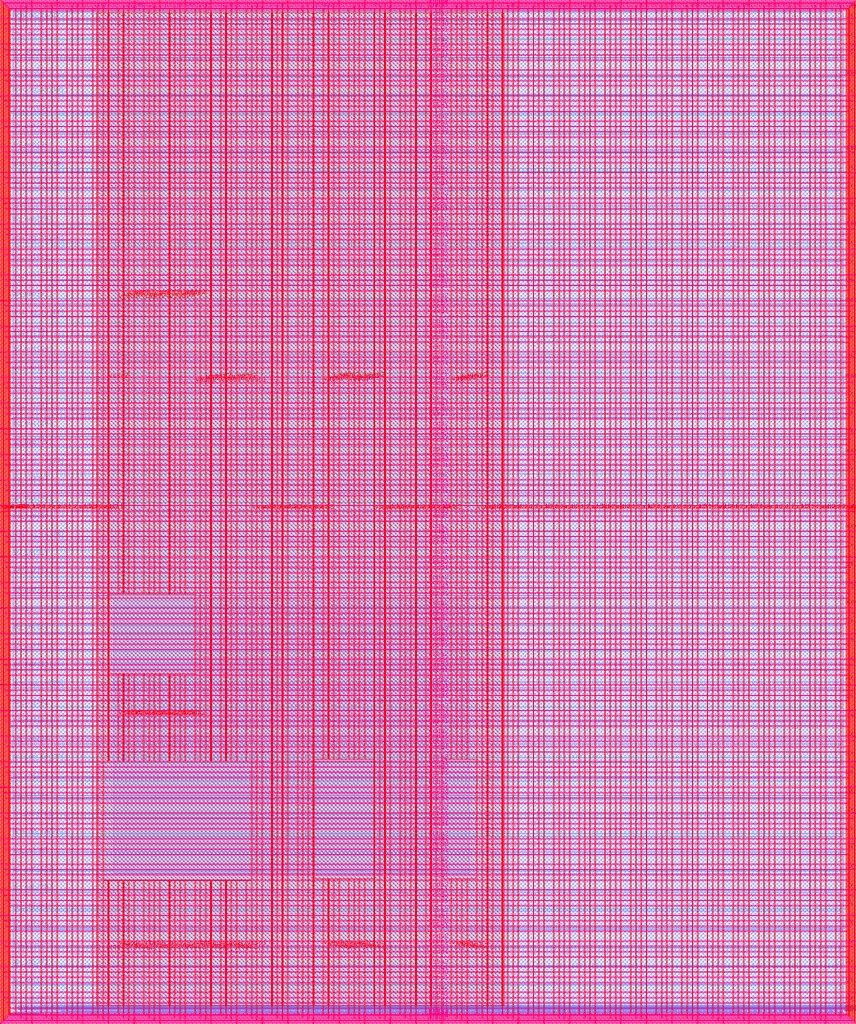
<source format=lef>
VERSION 5.7 ;
  NOWIREEXTENSIONATPIN ON ;
  DIVIDERCHAR "/" ;
  BUSBITCHARS "[]" ;
MACRO user_project_wrapper
  CLASS BLOCK ;
  FOREIGN user_project_wrapper ;
  ORIGIN 0.000 0.000 ;
  SIZE 2920.000 BY 3520.000 ;
  PIN analog_io[0]
    DIRECTION INOUT ;
    USE SIGNAL ;
    PORT
      LAYER met3 ;
        RECT 2917.600 1426.380 2924.800 1427.580 ;
    END
  END analog_io[0]
  PIN analog_io[10]
    DIRECTION INOUT ;
    USE SIGNAL ;
    PORT
      LAYER met2 ;
        RECT 2230.490 3517.600 2231.050 3524.800 ;
    END
  END analog_io[10]
  PIN analog_io[11]
    DIRECTION INOUT ;
    USE SIGNAL ;
    PORT
      LAYER met2 ;
        RECT 1905.730 3517.600 1906.290 3524.800 ;
    END
  END analog_io[11]
  PIN analog_io[12]
    DIRECTION INOUT ;
    USE SIGNAL ;
    PORT
      LAYER met2 ;
        RECT 1581.430 3517.600 1581.990 3524.800 ;
    END
  END analog_io[12]
  PIN analog_io[13]
    DIRECTION INOUT ;
    USE SIGNAL ;
    PORT
      LAYER met2 ;
        RECT 1257.130 3517.600 1257.690 3524.800 ;
    END
  END analog_io[13]
  PIN analog_io[14]
    DIRECTION INOUT ;
    USE SIGNAL ;
    PORT
      LAYER met2 ;
        RECT 932.370 3517.600 932.930 3524.800 ;
    END
  END analog_io[14]
  PIN analog_io[15]
    DIRECTION INOUT ;
    USE SIGNAL ;
    PORT
      LAYER met2 ;
        RECT 608.070 3517.600 608.630 3524.800 ;
    END
  END analog_io[15]
  PIN analog_io[16]
    DIRECTION INOUT ;
    USE SIGNAL ;
    PORT
      LAYER met2 ;
        RECT 283.770 3517.600 284.330 3524.800 ;
    END
  END analog_io[16]
  PIN analog_io[17]
    DIRECTION INOUT ;
    USE SIGNAL ;
    PORT
      LAYER met3 ;
        RECT -4.800 3486.100 2.400 3487.300 ;
    END
  END analog_io[17]
  PIN analog_io[18]
    DIRECTION INOUT ;
    USE SIGNAL ;
    PORT
      LAYER met3 ;
        RECT -4.800 3224.980 2.400 3226.180 ;
    END
  END analog_io[18]
  PIN analog_io[19]
    DIRECTION INOUT ;
    USE SIGNAL ;
    PORT
      LAYER met3 ;
        RECT -4.800 2964.540 2.400 2965.740 ;
    END
  END analog_io[19]
  PIN analog_io[1]
    DIRECTION INOUT ;
    USE SIGNAL ;
    PORT
      LAYER met3 ;
        RECT 2917.600 1692.260 2924.800 1693.460 ;
    END
  END analog_io[1]
  PIN analog_io[20]
    DIRECTION INOUT ;
    USE SIGNAL ;
    PORT
      LAYER met3 ;
        RECT -4.800 2703.420 2.400 2704.620 ;
    END
  END analog_io[20]
  PIN analog_io[21]
    DIRECTION INOUT ;
    USE SIGNAL ;
    PORT
      LAYER met3 ;
        RECT -4.800 2442.980 2.400 2444.180 ;
    END
  END analog_io[21]
  PIN analog_io[22]
    DIRECTION INOUT ;
    USE SIGNAL ;
    PORT
      LAYER met3 ;
        RECT -4.800 2182.540 2.400 2183.740 ;
    END
  END analog_io[22]
  PIN analog_io[23]
    DIRECTION INOUT ;
    USE SIGNAL ;
    PORT
      LAYER met3 ;
        RECT -4.800 1921.420 2.400 1922.620 ;
    END
  END analog_io[23]
  PIN analog_io[24]
    DIRECTION INOUT ;
    USE SIGNAL ;
    PORT
      LAYER met3 ;
        RECT -4.800 1660.980 2.400 1662.180 ;
    END
  END analog_io[24]
  PIN analog_io[25]
    DIRECTION INOUT ;
    USE SIGNAL ;
    PORT
      LAYER met3 ;
        RECT -4.800 1399.860 2.400 1401.060 ;
    END
  END analog_io[25]
  PIN analog_io[26]
    DIRECTION INOUT ;
    USE SIGNAL ;
    PORT
      LAYER met3 ;
        RECT -4.800 1139.420 2.400 1140.620 ;
    END
  END analog_io[26]
  PIN analog_io[27]
    DIRECTION INOUT ;
    USE SIGNAL ;
    PORT
      LAYER met3 ;
        RECT -4.800 878.980 2.400 880.180 ;
    END
  END analog_io[27]
  PIN analog_io[28]
    DIRECTION INOUT ;
    USE SIGNAL ;
    PORT
      LAYER met3 ;
        RECT -4.800 617.860 2.400 619.060 ;
    END
  END analog_io[28]
  PIN analog_io[2]
    DIRECTION INOUT ;
    USE SIGNAL ;
    PORT
      LAYER met3 ;
        RECT 2917.600 1958.140 2924.800 1959.340 ;
    END
  END analog_io[2]
  PIN analog_io[3]
    DIRECTION INOUT ;
    USE SIGNAL ;
    PORT
      LAYER met3 ;
        RECT 2917.600 2223.340 2924.800 2224.540 ;
    END
  END analog_io[3]
  PIN analog_io[4]
    DIRECTION INOUT ;
    USE SIGNAL ;
    PORT
      LAYER met3 ;
        RECT 2917.600 2489.220 2924.800 2490.420 ;
    END
  END analog_io[4]
  PIN analog_io[5]
    DIRECTION INOUT ;
    USE SIGNAL ;
    PORT
      LAYER met3 ;
        RECT 2917.600 2755.100 2924.800 2756.300 ;
    END
  END analog_io[5]
  PIN analog_io[6]
    DIRECTION INOUT ;
    USE SIGNAL ;
    PORT
      LAYER met3 ;
        RECT 2917.600 3020.300 2924.800 3021.500 ;
    END
  END analog_io[6]
  PIN analog_io[7]
    DIRECTION INOUT ;
    USE SIGNAL ;
    PORT
      LAYER met3 ;
        RECT 2917.600 3286.180 2924.800 3287.380 ;
    END
  END analog_io[7]
  PIN analog_io[8]
    DIRECTION INOUT ;
    USE SIGNAL ;
    PORT
      LAYER met2 ;
        RECT 2879.090 3517.600 2879.650 3524.800 ;
    END
  END analog_io[8]
  PIN analog_io[9]
    DIRECTION INOUT ;
    USE SIGNAL ;
    PORT
      LAYER met2 ;
        RECT 2554.790 3517.600 2555.350 3524.800 ;
    END
  END analog_io[9]
  PIN io_in[0]
    DIRECTION INPUT ;
    USE SIGNAL ;
    PORT
      LAYER met3 ;
        RECT 2917.600 32.380 2924.800 33.580 ;
    END
  END io_in[0]
  PIN io_in[10]
    DIRECTION INPUT ;
    USE SIGNAL ;
    PORT
      LAYER met3 ;
        RECT 2917.600 2289.980 2924.800 2291.180 ;
    END
  END io_in[10]
  PIN io_in[11]
    DIRECTION INPUT ;
    USE SIGNAL ;
    PORT
      LAYER met3 ;
        RECT 2917.600 2555.860 2924.800 2557.060 ;
    END
  END io_in[11]
  PIN io_in[12]
    DIRECTION INPUT ;
    USE SIGNAL ;
    PORT
      LAYER met3 ;
        RECT 2917.600 2821.060 2924.800 2822.260 ;
    END
  END io_in[12]
  PIN io_in[13]
    DIRECTION INPUT ;
    USE SIGNAL ;
    PORT
      LAYER met3 ;
        RECT 2917.600 3086.940 2924.800 3088.140 ;
    END
  END io_in[13]
  PIN io_in[14]
    DIRECTION INPUT ;
    USE SIGNAL ;
    PORT
      LAYER met3 ;
        RECT 2917.600 3352.820 2924.800 3354.020 ;
    END
  END io_in[14]
  PIN io_in[15]
    DIRECTION INPUT ;
    USE SIGNAL ;
    PORT
      LAYER met2 ;
        RECT 2798.130 3517.600 2798.690 3524.800 ;
    END
  END io_in[15]
  PIN io_in[16]
    DIRECTION INPUT ;
    USE SIGNAL ;
    PORT
      LAYER met2 ;
        RECT 2473.830 3517.600 2474.390 3524.800 ;
    END
  END io_in[16]
  PIN io_in[17]
    DIRECTION INPUT ;
    USE SIGNAL ;
    PORT
      LAYER met2 ;
        RECT 2149.070 3517.600 2149.630 3524.800 ;
    END
  END io_in[17]
  PIN io_in[18]
    DIRECTION INPUT ;
    USE SIGNAL ;
    PORT
      LAYER met2 ;
        RECT 1824.770 3517.600 1825.330 3524.800 ;
    END
  END io_in[18]
  PIN io_in[19]
    DIRECTION INPUT ;
    USE SIGNAL ;
    PORT
      LAYER met2 ;
        RECT 1500.470 3517.600 1501.030 3524.800 ;
    END
  END io_in[19]
  PIN io_in[1]
    DIRECTION INPUT ;
    USE SIGNAL ;
    PORT
      LAYER met3 ;
        RECT 2917.600 230.940 2924.800 232.140 ;
    END
  END io_in[1]
  PIN io_in[20]
    DIRECTION INPUT ;
    USE SIGNAL ;
    PORT
      LAYER met2 ;
        RECT 1175.710 3517.600 1176.270 3524.800 ;
    END
  END io_in[20]
  PIN io_in[21]
    DIRECTION INPUT ;
    USE SIGNAL ;
    PORT
      LAYER met2 ;
        RECT 851.410 3517.600 851.970 3524.800 ;
    END
  END io_in[21]
  PIN io_in[22]
    DIRECTION INPUT ;
    USE SIGNAL ;
    PORT
      LAYER met2 ;
        RECT 527.110 3517.600 527.670 3524.800 ;
    END
  END io_in[22]
  PIN io_in[23]
    DIRECTION INPUT ;
    USE SIGNAL ;
    PORT
      LAYER met2 ;
        RECT 202.350 3517.600 202.910 3524.800 ;
    END
  END io_in[23]
  PIN io_in[24]
    DIRECTION INPUT ;
    USE SIGNAL ;
    PORT
      LAYER met3 ;
        RECT -4.800 3420.820 2.400 3422.020 ;
    END
  END io_in[24]
  PIN io_in[25]
    DIRECTION INPUT ;
    USE SIGNAL ;
    PORT
      LAYER met3 ;
        RECT -4.800 3159.700 2.400 3160.900 ;
    END
  END io_in[25]
  PIN io_in[26]
    DIRECTION INPUT ;
    USE SIGNAL ;
    PORT
      LAYER met3 ;
        RECT -4.800 2899.260 2.400 2900.460 ;
    END
  END io_in[26]
  PIN io_in[27]
    DIRECTION INPUT ;
    USE SIGNAL ;
    PORT
      LAYER met3 ;
        RECT -4.800 2638.820 2.400 2640.020 ;
    END
  END io_in[27]
  PIN io_in[28]
    DIRECTION INPUT ;
    USE SIGNAL ;
    PORT
      LAYER met3 ;
        RECT -4.800 2377.700 2.400 2378.900 ;
    END
  END io_in[28]
  PIN io_in[29]
    DIRECTION INPUT ;
    USE SIGNAL ;
    PORT
      LAYER met3 ;
        RECT -4.800 2117.260 2.400 2118.460 ;
    END
  END io_in[29]
  PIN io_in[2]
    DIRECTION INPUT ;
    USE SIGNAL ;
    PORT
      LAYER met3 ;
        RECT 2917.600 430.180 2924.800 431.380 ;
    END
  END io_in[2]
  PIN io_in[30]
    DIRECTION INPUT ;
    USE SIGNAL ;
    PORT
      LAYER met3 ;
        RECT -4.800 1856.140 2.400 1857.340 ;
    END
  END io_in[30]
  PIN io_in[31]
    DIRECTION INPUT ;
    USE SIGNAL ;
    PORT
      LAYER met3 ;
        RECT -4.800 1595.700 2.400 1596.900 ;
    END
  END io_in[31]
  PIN io_in[32]
    DIRECTION INPUT ;
    USE SIGNAL ;
    PORT
      LAYER met3 ;
        RECT -4.800 1335.260 2.400 1336.460 ;
    END
  END io_in[32]
  PIN io_in[33]
    DIRECTION INPUT ;
    USE SIGNAL ;
    PORT
      LAYER met3 ;
        RECT -4.800 1074.140 2.400 1075.340 ;
    END
  END io_in[33]
  PIN io_in[34]
    DIRECTION INPUT ;
    USE SIGNAL ;
    PORT
      LAYER met3 ;
        RECT -4.800 813.700 2.400 814.900 ;
    END
  END io_in[34]
  PIN io_in[35]
    DIRECTION INPUT ;
    USE SIGNAL ;
    PORT
      LAYER met3 ;
        RECT -4.800 552.580 2.400 553.780 ;
    END
  END io_in[35]
  PIN io_in[36]
    DIRECTION INPUT ;
    USE SIGNAL ;
    PORT
      LAYER met3 ;
        RECT -4.800 357.420 2.400 358.620 ;
    END
  END io_in[36]
  PIN io_in[37]
    DIRECTION INPUT ;
    USE SIGNAL ;
    PORT
      LAYER met3 ;
        RECT -4.800 161.580 2.400 162.780 ;
    END
  END io_in[37]
  PIN io_in[3]
    DIRECTION INPUT ;
    USE SIGNAL ;
    PORT
      LAYER met3 ;
        RECT 2917.600 629.420 2924.800 630.620 ;
    END
  END io_in[3]
  PIN io_in[4]
    DIRECTION INPUT ;
    USE SIGNAL ;
    PORT
      LAYER met3 ;
        RECT 2917.600 828.660 2924.800 829.860 ;
    END
  END io_in[4]
  PIN io_in[5]
    DIRECTION INPUT ;
    USE SIGNAL ;
    PORT
      LAYER met3 ;
        RECT 2917.600 1027.900 2924.800 1029.100 ;
    END
  END io_in[5]
  PIN io_in[6]
    DIRECTION INPUT ;
    USE SIGNAL ;
    PORT
      LAYER met3 ;
        RECT 2917.600 1227.140 2924.800 1228.340 ;
    END
  END io_in[6]
  PIN io_in[7]
    DIRECTION INPUT ;
    USE SIGNAL ;
    PORT
      LAYER met3 ;
        RECT 2917.600 1493.020 2924.800 1494.220 ;
    END
  END io_in[7]
  PIN io_in[8]
    DIRECTION INPUT ;
    USE SIGNAL ;
    PORT
      LAYER met3 ;
        RECT 2917.600 1758.900 2924.800 1760.100 ;
    END
  END io_in[8]
  PIN io_in[9]
    DIRECTION INPUT ;
    USE SIGNAL ;
    PORT
      LAYER met3 ;
        RECT 2917.600 2024.100 2924.800 2025.300 ;
    END
  END io_in[9]
  PIN io_oeb[0]
    DIRECTION OUTPUT TRISTATE ;
    USE SIGNAL ;
    PORT
      LAYER met3 ;
        RECT 2917.600 164.980 2924.800 166.180 ;
    END
  END io_oeb[0]
  PIN io_oeb[10]
    DIRECTION OUTPUT TRISTATE ;
    USE SIGNAL ;
    PORT
      LAYER met3 ;
        RECT 2917.600 2422.580 2924.800 2423.780 ;
    END
  END io_oeb[10]
  PIN io_oeb[11]
    DIRECTION OUTPUT TRISTATE ;
    USE SIGNAL ;
    PORT
      LAYER met3 ;
        RECT 2917.600 2688.460 2924.800 2689.660 ;
    END
  END io_oeb[11]
  PIN io_oeb[12]
    DIRECTION OUTPUT TRISTATE ;
    USE SIGNAL ;
    PORT
      LAYER met3 ;
        RECT 2917.600 2954.340 2924.800 2955.540 ;
    END
  END io_oeb[12]
  PIN io_oeb[13]
    DIRECTION OUTPUT TRISTATE ;
    USE SIGNAL ;
    PORT
      LAYER met3 ;
        RECT 2917.600 3219.540 2924.800 3220.740 ;
    END
  END io_oeb[13]
  PIN io_oeb[14]
    DIRECTION OUTPUT TRISTATE ;
    USE SIGNAL ;
    PORT
      LAYER met3 ;
        RECT 2917.600 3485.420 2924.800 3486.620 ;
    END
  END io_oeb[14]
  PIN io_oeb[15]
    DIRECTION OUTPUT TRISTATE ;
    USE SIGNAL ;
    PORT
      LAYER met2 ;
        RECT 2635.750 3517.600 2636.310 3524.800 ;
    END
  END io_oeb[15]
  PIN io_oeb[16]
    DIRECTION OUTPUT TRISTATE ;
    USE SIGNAL ;
    PORT
      LAYER met2 ;
        RECT 2311.450 3517.600 2312.010 3524.800 ;
    END
  END io_oeb[16]
  PIN io_oeb[17]
    DIRECTION OUTPUT TRISTATE ;
    USE SIGNAL ;
    PORT
      LAYER met2 ;
        RECT 1987.150 3517.600 1987.710 3524.800 ;
    END
  END io_oeb[17]
  PIN io_oeb[18]
    DIRECTION OUTPUT TRISTATE ;
    USE SIGNAL ;
    PORT
      LAYER met2 ;
        RECT 1662.390 3517.600 1662.950 3524.800 ;
    END
  END io_oeb[18]
  PIN io_oeb[19]
    DIRECTION OUTPUT TRISTATE ;
    USE SIGNAL ;
    PORT
      LAYER met2 ;
        RECT 1338.090 3517.600 1338.650 3524.800 ;
    END
  END io_oeb[19]
  PIN io_oeb[1]
    DIRECTION OUTPUT TRISTATE ;
    USE SIGNAL ;
    PORT
      LAYER met3 ;
        RECT 2917.600 364.220 2924.800 365.420 ;
    END
  END io_oeb[1]
  PIN io_oeb[20]
    DIRECTION OUTPUT TRISTATE ;
    USE SIGNAL ;
    PORT
      LAYER met2 ;
        RECT 1013.790 3517.600 1014.350 3524.800 ;
    END
  END io_oeb[20]
  PIN io_oeb[21]
    DIRECTION OUTPUT TRISTATE ;
    USE SIGNAL ;
    PORT
      LAYER met2 ;
        RECT 689.030 3517.600 689.590 3524.800 ;
    END
  END io_oeb[21]
  PIN io_oeb[22]
    DIRECTION OUTPUT TRISTATE ;
    USE SIGNAL ;
    PORT
      LAYER met2 ;
        RECT 364.730 3517.600 365.290 3524.800 ;
    END
  END io_oeb[22]
  PIN io_oeb[23]
    DIRECTION OUTPUT TRISTATE ;
    USE SIGNAL ;
    PORT
      LAYER met2 ;
        RECT 40.430 3517.600 40.990 3524.800 ;
    END
  END io_oeb[23]
  PIN io_oeb[24]
    DIRECTION OUTPUT TRISTATE ;
    USE SIGNAL ;
    PORT
      LAYER met3 ;
        RECT -4.800 3290.260 2.400 3291.460 ;
    END
  END io_oeb[24]
  PIN io_oeb[25]
    DIRECTION OUTPUT TRISTATE ;
    USE SIGNAL ;
    PORT
      LAYER met3 ;
        RECT -4.800 3029.820 2.400 3031.020 ;
    END
  END io_oeb[25]
  PIN io_oeb[26]
    DIRECTION OUTPUT TRISTATE ;
    USE SIGNAL ;
    PORT
      LAYER met3 ;
        RECT -4.800 2768.700 2.400 2769.900 ;
    END
  END io_oeb[26]
  PIN io_oeb[27]
    DIRECTION OUTPUT TRISTATE ;
    USE SIGNAL ;
    PORT
      LAYER met3 ;
        RECT -4.800 2508.260 2.400 2509.460 ;
    END
  END io_oeb[27]
  PIN io_oeb[28]
    DIRECTION OUTPUT TRISTATE ;
    USE SIGNAL ;
    PORT
      LAYER met3 ;
        RECT -4.800 2247.140 2.400 2248.340 ;
    END
  END io_oeb[28]
  PIN io_oeb[29]
    DIRECTION OUTPUT TRISTATE ;
    USE SIGNAL ;
    PORT
      LAYER met3 ;
        RECT -4.800 1986.700 2.400 1987.900 ;
    END
  END io_oeb[29]
  PIN io_oeb[2]
    DIRECTION OUTPUT TRISTATE ;
    USE SIGNAL ;
    PORT
      LAYER met3 ;
        RECT 2917.600 563.460 2924.800 564.660 ;
    END
  END io_oeb[2]
  PIN io_oeb[30]
    DIRECTION OUTPUT TRISTATE ;
    USE SIGNAL ;
    PORT
      LAYER met3 ;
        RECT -4.800 1726.260 2.400 1727.460 ;
    END
  END io_oeb[30]
  PIN io_oeb[31]
    DIRECTION OUTPUT TRISTATE ;
    USE SIGNAL ;
    PORT
      LAYER met3 ;
        RECT -4.800 1465.140 2.400 1466.340 ;
    END
  END io_oeb[31]
  PIN io_oeb[32]
    DIRECTION OUTPUT TRISTATE ;
    USE SIGNAL ;
    PORT
      LAYER met3 ;
        RECT -4.800 1204.700 2.400 1205.900 ;
    END
  END io_oeb[32]
  PIN io_oeb[33]
    DIRECTION OUTPUT TRISTATE ;
    USE SIGNAL ;
    PORT
      LAYER met3 ;
        RECT -4.800 943.580 2.400 944.780 ;
    END
  END io_oeb[33]
  PIN io_oeb[34]
    DIRECTION OUTPUT TRISTATE ;
    USE SIGNAL ;
    PORT
      LAYER met3 ;
        RECT -4.800 683.140 2.400 684.340 ;
    END
  END io_oeb[34]
  PIN io_oeb[35]
    DIRECTION OUTPUT TRISTATE ;
    USE SIGNAL ;
    PORT
      LAYER met3 ;
        RECT -4.800 422.700 2.400 423.900 ;
    END
  END io_oeb[35]
  PIN io_oeb[36]
    DIRECTION OUTPUT TRISTATE ;
    USE SIGNAL ;
    PORT
      LAYER met3 ;
        RECT -4.800 226.860 2.400 228.060 ;
    END
  END io_oeb[36]
  PIN io_oeb[37]
    DIRECTION OUTPUT TRISTATE ;
    USE SIGNAL ;
    PORT
      LAYER met3 ;
        RECT -4.800 31.700 2.400 32.900 ;
    END
  END io_oeb[37]
  PIN io_oeb[3]
    DIRECTION OUTPUT TRISTATE ;
    USE SIGNAL ;
    PORT
      LAYER met3 ;
        RECT 2917.600 762.700 2924.800 763.900 ;
    END
  END io_oeb[3]
  PIN io_oeb[4]
    DIRECTION OUTPUT TRISTATE ;
    USE SIGNAL ;
    PORT
      LAYER met3 ;
        RECT 2917.600 961.940 2924.800 963.140 ;
    END
  END io_oeb[4]
  PIN io_oeb[5]
    DIRECTION OUTPUT TRISTATE ;
    USE SIGNAL ;
    PORT
      LAYER met3 ;
        RECT 2917.600 1161.180 2924.800 1162.380 ;
    END
  END io_oeb[5]
  PIN io_oeb[6]
    DIRECTION OUTPUT TRISTATE ;
    USE SIGNAL ;
    PORT
      LAYER met3 ;
        RECT 2917.600 1360.420 2924.800 1361.620 ;
    END
  END io_oeb[6]
  PIN io_oeb[7]
    DIRECTION OUTPUT TRISTATE ;
    USE SIGNAL ;
    PORT
      LAYER met3 ;
        RECT 2917.600 1625.620 2924.800 1626.820 ;
    END
  END io_oeb[7]
  PIN io_oeb[8]
    DIRECTION OUTPUT TRISTATE ;
    USE SIGNAL ;
    PORT
      LAYER met3 ;
        RECT 2917.600 1891.500 2924.800 1892.700 ;
    END
  END io_oeb[8]
  PIN io_oeb[9]
    DIRECTION OUTPUT TRISTATE ;
    USE SIGNAL ;
    PORT
      LAYER met3 ;
        RECT 2917.600 2157.380 2924.800 2158.580 ;
    END
  END io_oeb[9]
  PIN io_out[0]
    DIRECTION OUTPUT TRISTATE ;
    USE SIGNAL ;
    PORT
      LAYER met3 ;
        RECT 2917.600 98.340 2924.800 99.540 ;
    END
  END io_out[0]
  PIN io_out[10]
    DIRECTION OUTPUT TRISTATE ;
    USE SIGNAL ;
    PORT
      LAYER met3 ;
        RECT 2917.600 2356.620 2924.800 2357.820 ;
    END
  END io_out[10]
  PIN io_out[11]
    DIRECTION OUTPUT TRISTATE ;
    USE SIGNAL ;
    PORT
      LAYER met3 ;
        RECT 2917.600 2621.820 2924.800 2623.020 ;
    END
  END io_out[11]
  PIN io_out[12]
    DIRECTION OUTPUT TRISTATE ;
    USE SIGNAL ;
    PORT
      LAYER met3 ;
        RECT 2917.600 2887.700 2924.800 2888.900 ;
    END
  END io_out[12]
  PIN io_out[13]
    DIRECTION OUTPUT TRISTATE ;
    USE SIGNAL ;
    PORT
      LAYER met3 ;
        RECT 2917.600 3153.580 2924.800 3154.780 ;
    END
  END io_out[13]
  PIN io_out[14]
    DIRECTION OUTPUT TRISTATE ;
    USE SIGNAL ;
    PORT
      LAYER met3 ;
        RECT 2917.600 3418.780 2924.800 3419.980 ;
    END
  END io_out[14]
  PIN io_out[15]
    DIRECTION OUTPUT TRISTATE ;
    USE SIGNAL ;
    PORT
      LAYER met2 ;
        RECT 2717.170 3517.600 2717.730 3524.800 ;
    END
  END io_out[15]
  PIN io_out[16]
    DIRECTION OUTPUT TRISTATE ;
    USE SIGNAL ;
    PORT
      LAYER met2 ;
        RECT 2392.410 3517.600 2392.970 3524.800 ;
    END
  END io_out[16]
  PIN io_out[17]
    DIRECTION OUTPUT TRISTATE ;
    USE SIGNAL ;
    PORT
      LAYER met2 ;
        RECT 2068.110 3517.600 2068.670 3524.800 ;
    END
  END io_out[17]
  PIN io_out[18]
    DIRECTION OUTPUT TRISTATE ;
    USE SIGNAL ;
    PORT
      LAYER met2 ;
        RECT 1743.810 3517.600 1744.370 3524.800 ;
    END
  END io_out[18]
  PIN io_out[19]
    DIRECTION OUTPUT TRISTATE ;
    USE SIGNAL ;
    PORT
      LAYER met2 ;
        RECT 1419.050 3517.600 1419.610 3524.800 ;
    END
  END io_out[19]
  PIN io_out[1]
    DIRECTION OUTPUT TRISTATE ;
    USE SIGNAL ;
    PORT
      LAYER met3 ;
        RECT 2917.600 297.580 2924.800 298.780 ;
    END
  END io_out[1]
  PIN io_out[20]
    DIRECTION OUTPUT TRISTATE ;
    USE SIGNAL ;
    PORT
      LAYER met2 ;
        RECT 1094.750 3517.600 1095.310 3524.800 ;
    END
  END io_out[20]
  PIN io_out[21]
    DIRECTION OUTPUT TRISTATE ;
    USE SIGNAL ;
    PORT
      LAYER met2 ;
        RECT 770.450 3517.600 771.010 3524.800 ;
    END
  END io_out[21]
  PIN io_out[22]
    DIRECTION OUTPUT TRISTATE ;
    USE SIGNAL ;
    PORT
      LAYER met2 ;
        RECT 445.690 3517.600 446.250 3524.800 ;
    END
  END io_out[22]
  PIN io_out[23]
    DIRECTION OUTPUT TRISTATE ;
    USE SIGNAL ;
    PORT
      LAYER met2 ;
        RECT 121.390 3517.600 121.950 3524.800 ;
    END
  END io_out[23]
  PIN io_out[24]
    DIRECTION OUTPUT TRISTATE ;
    USE SIGNAL ;
    PORT
      LAYER met3 ;
        RECT -4.800 3355.540 2.400 3356.740 ;
    END
  END io_out[24]
  PIN io_out[25]
    DIRECTION OUTPUT TRISTATE ;
    USE SIGNAL ;
    PORT
      LAYER met3 ;
        RECT -4.800 3095.100 2.400 3096.300 ;
    END
  END io_out[25]
  PIN io_out[26]
    DIRECTION OUTPUT TRISTATE ;
    USE SIGNAL ;
    PORT
      LAYER met3 ;
        RECT -4.800 2833.980 2.400 2835.180 ;
    END
  END io_out[26]
  PIN io_out[27]
    DIRECTION OUTPUT TRISTATE ;
    USE SIGNAL ;
    PORT
      LAYER met3 ;
        RECT -4.800 2573.540 2.400 2574.740 ;
    END
  END io_out[27]
  PIN io_out[28]
    DIRECTION OUTPUT TRISTATE ;
    USE SIGNAL ;
    PORT
      LAYER met3 ;
        RECT -4.800 2312.420 2.400 2313.620 ;
    END
  END io_out[28]
  PIN io_out[29]
    DIRECTION OUTPUT TRISTATE ;
    USE SIGNAL ;
    PORT
      LAYER met3 ;
        RECT -4.800 2051.980 2.400 2053.180 ;
    END
  END io_out[29]
  PIN io_out[2]
    DIRECTION OUTPUT TRISTATE ;
    USE SIGNAL ;
    PORT
      LAYER met3 ;
        RECT 2917.600 496.820 2924.800 498.020 ;
    END
  END io_out[2]
  PIN io_out[30]
    DIRECTION OUTPUT TRISTATE ;
    USE SIGNAL ;
    PORT
      LAYER met3 ;
        RECT -4.800 1791.540 2.400 1792.740 ;
    END
  END io_out[30]
  PIN io_out[31]
    DIRECTION OUTPUT TRISTATE ;
    USE SIGNAL ;
    PORT
      LAYER met3 ;
        RECT -4.800 1530.420 2.400 1531.620 ;
    END
  END io_out[31]
  PIN io_out[32]
    DIRECTION OUTPUT TRISTATE ;
    USE SIGNAL ;
    PORT
      LAYER met3 ;
        RECT -4.800 1269.980 2.400 1271.180 ;
    END
  END io_out[32]
  PIN io_out[33]
    DIRECTION OUTPUT TRISTATE ;
    USE SIGNAL ;
    PORT
      LAYER met3 ;
        RECT -4.800 1008.860 2.400 1010.060 ;
    END
  END io_out[33]
  PIN io_out[34]
    DIRECTION OUTPUT TRISTATE ;
    USE SIGNAL ;
    PORT
      LAYER met3 ;
        RECT -4.800 748.420 2.400 749.620 ;
    END
  END io_out[34]
  PIN io_out[35]
    DIRECTION OUTPUT TRISTATE ;
    USE SIGNAL ;
    PORT
      LAYER met3 ;
        RECT -4.800 487.300 2.400 488.500 ;
    END
  END io_out[35]
  PIN io_out[36]
    DIRECTION OUTPUT TRISTATE ;
    USE SIGNAL ;
    PORT
      LAYER met3 ;
        RECT -4.800 292.140 2.400 293.340 ;
    END
  END io_out[36]
  PIN io_out[37]
    DIRECTION OUTPUT TRISTATE ;
    USE SIGNAL ;
    PORT
      LAYER met3 ;
        RECT -4.800 96.300 2.400 97.500 ;
    END
  END io_out[37]
  PIN io_out[3]
    DIRECTION OUTPUT TRISTATE ;
    USE SIGNAL ;
    PORT
      LAYER met3 ;
        RECT 2917.600 696.060 2924.800 697.260 ;
    END
  END io_out[3]
  PIN io_out[4]
    DIRECTION OUTPUT TRISTATE ;
    USE SIGNAL ;
    PORT
      LAYER met3 ;
        RECT 2917.600 895.300 2924.800 896.500 ;
    END
  END io_out[4]
  PIN io_out[5]
    DIRECTION OUTPUT TRISTATE ;
    USE SIGNAL ;
    PORT
      LAYER met3 ;
        RECT 2917.600 1094.540 2924.800 1095.740 ;
    END
  END io_out[5]
  PIN io_out[6]
    DIRECTION OUTPUT TRISTATE ;
    USE SIGNAL ;
    PORT
      LAYER met3 ;
        RECT 2917.600 1293.780 2924.800 1294.980 ;
    END
  END io_out[6]
  PIN io_out[7]
    DIRECTION OUTPUT TRISTATE ;
    USE SIGNAL ;
    PORT
      LAYER met3 ;
        RECT 2917.600 1559.660 2924.800 1560.860 ;
    END
  END io_out[7]
  PIN io_out[8]
    DIRECTION OUTPUT TRISTATE ;
    USE SIGNAL ;
    PORT
      LAYER met3 ;
        RECT 2917.600 1824.860 2924.800 1826.060 ;
    END
  END io_out[8]
  PIN io_out[9]
    DIRECTION OUTPUT TRISTATE ;
    USE SIGNAL ;
    PORT
      LAYER met3 ;
        RECT 2917.600 2090.740 2924.800 2091.940 ;
    END
  END io_out[9]
  PIN la_data_in[0]
    DIRECTION INPUT ;
    USE SIGNAL ;
    PORT
      LAYER met2 ;
        RECT 629.230 -4.800 629.790 2.400 ;
    END
  END la_data_in[0]
  PIN la_data_in[100]
    DIRECTION INPUT ;
    USE SIGNAL ;
    PORT
      LAYER met2 ;
        RECT 2402.530 -4.800 2403.090 2.400 ;
    END
  END la_data_in[100]
  PIN la_data_in[101]
    DIRECTION INPUT ;
    USE SIGNAL ;
    PORT
      LAYER met2 ;
        RECT 2420.010 -4.800 2420.570 2.400 ;
    END
  END la_data_in[101]
  PIN la_data_in[102]
    DIRECTION INPUT ;
    USE SIGNAL ;
    PORT
      LAYER met2 ;
        RECT 2437.950 -4.800 2438.510 2.400 ;
    END
  END la_data_in[102]
  PIN la_data_in[103]
    DIRECTION INPUT ;
    USE SIGNAL ;
    PORT
      LAYER met2 ;
        RECT 2455.430 -4.800 2455.990 2.400 ;
    END
  END la_data_in[103]
  PIN la_data_in[104]
    DIRECTION INPUT ;
    USE SIGNAL ;
    PORT
      LAYER met2 ;
        RECT 2473.370 -4.800 2473.930 2.400 ;
    END
  END la_data_in[104]
  PIN la_data_in[105]
    DIRECTION INPUT ;
    USE SIGNAL ;
    PORT
      LAYER met2 ;
        RECT 2490.850 -4.800 2491.410 2.400 ;
    END
  END la_data_in[105]
  PIN la_data_in[106]
    DIRECTION INPUT ;
    USE SIGNAL ;
    PORT
      LAYER met2 ;
        RECT 2508.790 -4.800 2509.350 2.400 ;
    END
  END la_data_in[106]
  PIN la_data_in[107]
    DIRECTION INPUT ;
    USE SIGNAL ;
    PORT
      LAYER met2 ;
        RECT 2526.730 -4.800 2527.290 2.400 ;
    END
  END la_data_in[107]
  PIN la_data_in[108]
    DIRECTION INPUT ;
    USE SIGNAL ;
    PORT
      LAYER met2 ;
        RECT 2544.210 -4.800 2544.770 2.400 ;
    END
  END la_data_in[108]
  PIN la_data_in[109]
    DIRECTION INPUT ;
    USE SIGNAL ;
    PORT
      LAYER met2 ;
        RECT 2562.150 -4.800 2562.710 2.400 ;
    END
  END la_data_in[109]
  PIN la_data_in[10]
    DIRECTION INPUT ;
    USE SIGNAL ;
    PORT
      LAYER met2 ;
        RECT 806.330 -4.800 806.890 2.400 ;
    END
  END la_data_in[10]
  PIN la_data_in[110]
    DIRECTION INPUT ;
    USE SIGNAL ;
    PORT
      LAYER met2 ;
        RECT 2579.630 -4.800 2580.190 2.400 ;
    END
  END la_data_in[110]
  PIN la_data_in[111]
    DIRECTION INPUT ;
    USE SIGNAL ;
    PORT
      LAYER met2 ;
        RECT 2597.570 -4.800 2598.130 2.400 ;
    END
  END la_data_in[111]
  PIN la_data_in[112]
    DIRECTION INPUT ;
    USE SIGNAL ;
    PORT
      LAYER met2 ;
        RECT 2615.050 -4.800 2615.610 2.400 ;
    END
  END la_data_in[112]
  PIN la_data_in[113]
    DIRECTION INPUT ;
    USE SIGNAL ;
    PORT
      LAYER met2 ;
        RECT 2632.990 -4.800 2633.550 2.400 ;
    END
  END la_data_in[113]
  PIN la_data_in[114]
    DIRECTION INPUT ;
    USE SIGNAL ;
    PORT
      LAYER met2 ;
        RECT 2650.470 -4.800 2651.030 2.400 ;
    END
  END la_data_in[114]
  PIN la_data_in[115]
    DIRECTION INPUT ;
    USE SIGNAL ;
    PORT
      LAYER met2 ;
        RECT 2668.410 -4.800 2668.970 2.400 ;
    END
  END la_data_in[115]
  PIN la_data_in[116]
    DIRECTION INPUT ;
    USE SIGNAL ;
    PORT
      LAYER met2 ;
        RECT 2685.890 -4.800 2686.450 2.400 ;
    END
  END la_data_in[116]
  PIN la_data_in[117]
    DIRECTION INPUT ;
    USE SIGNAL ;
    PORT
      LAYER met2 ;
        RECT 2703.830 -4.800 2704.390 2.400 ;
    END
  END la_data_in[117]
  PIN la_data_in[118]
    DIRECTION INPUT ;
    USE SIGNAL ;
    PORT
      LAYER met2 ;
        RECT 2721.770 -4.800 2722.330 2.400 ;
    END
  END la_data_in[118]
  PIN la_data_in[119]
    DIRECTION INPUT ;
    USE SIGNAL ;
    PORT
      LAYER met2 ;
        RECT 2739.250 -4.800 2739.810 2.400 ;
    END
  END la_data_in[119]
  PIN la_data_in[11]
    DIRECTION INPUT ;
    USE SIGNAL ;
    PORT
      LAYER met2 ;
        RECT 824.270 -4.800 824.830 2.400 ;
    END
  END la_data_in[11]
  PIN la_data_in[120]
    DIRECTION INPUT ;
    USE SIGNAL ;
    PORT
      LAYER met2 ;
        RECT 2757.190 -4.800 2757.750 2.400 ;
    END
  END la_data_in[120]
  PIN la_data_in[121]
    DIRECTION INPUT ;
    USE SIGNAL ;
    PORT
      LAYER met2 ;
        RECT 2774.670 -4.800 2775.230 2.400 ;
    END
  END la_data_in[121]
  PIN la_data_in[122]
    DIRECTION INPUT ;
    USE SIGNAL ;
    PORT
      LAYER met2 ;
        RECT 2792.610 -4.800 2793.170 2.400 ;
    END
  END la_data_in[122]
  PIN la_data_in[123]
    DIRECTION INPUT ;
    USE SIGNAL ;
    PORT
      LAYER met2 ;
        RECT 2810.090 -4.800 2810.650 2.400 ;
    END
  END la_data_in[123]
  PIN la_data_in[124]
    DIRECTION INPUT ;
    USE SIGNAL ;
    PORT
      LAYER met2 ;
        RECT 2828.030 -4.800 2828.590 2.400 ;
    END
  END la_data_in[124]
  PIN la_data_in[125]
    DIRECTION INPUT ;
    USE SIGNAL ;
    PORT
      LAYER met2 ;
        RECT 2845.510 -4.800 2846.070 2.400 ;
    END
  END la_data_in[125]
  PIN la_data_in[126]
    DIRECTION INPUT ;
    USE SIGNAL ;
    PORT
      LAYER met2 ;
        RECT 2863.450 -4.800 2864.010 2.400 ;
    END
  END la_data_in[126]
  PIN la_data_in[127]
    DIRECTION INPUT ;
    USE SIGNAL ;
    PORT
      LAYER met2 ;
        RECT 2881.390 -4.800 2881.950 2.400 ;
    END
  END la_data_in[127]
  PIN la_data_in[12]
    DIRECTION INPUT ;
    USE SIGNAL ;
    PORT
      LAYER met2 ;
        RECT 841.750 -4.800 842.310 2.400 ;
    END
  END la_data_in[12]
  PIN la_data_in[13]
    DIRECTION INPUT ;
    USE SIGNAL ;
    PORT
      LAYER met2 ;
        RECT 859.690 -4.800 860.250 2.400 ;
    END
  END la_data_in[13]
  PIN la_data_in[14]
    DIRECTION INPUT ;
    USE SIGNAL ;
    PORT
      LAYER met2 ;
        RECT 877.170 -4.800 877.730 2.400 ;
    END
  END la_data_in[14]
  PIN la_data_in[15]
    DIRECTION INPUT ;
    USE SIGNAL ;
    PORT
      LAYER met2 ;
        RECT 895.110 -4.800 895.670 2.400 ;
    END
  END la_data_in[15]
  PIN la_data_in[16]
    DIRECTION INPUT ;
    USE SIGNAL ;
    PORT
      LAYER met2 ;
        RECT 912.590 -4.800 913.150 2.400 ;
    END
  END la_data_in[16]
  PIN la_data_in[17]
    DIRECTION INPUT ;
    USE SIGNAL ;
    PORT
      LAYER met2 ;
        RECT 930.530 -4.800 931.090 2.400 ;
    END
  END la_data_in[17]
  PIN la_data_in[18]
    DIRECTION INPUT ;
    USE SIGNAL ;
    PORT
      LAYER met2 ;
        RECT 948.470 -4.800 949.030 2.400 ;
    END
  END la_data_in[18]
  PIN la_data_in[19]
    DIRECTION INPUT ;
    USE SIGNAL ;
    PORT
      LAYER met2 ;
        RECT 965.950 -4.800 966.510 2.400 ;
    END
  END la_data_in[19]
  PIN la_data_in[1]
    DIRECTION INPUT ;
    USE SIGNAL ;
    PORT
      LAYER met2 ;
        RECT 646.710 -4.800 647.270 2.400 ;
    END
  END la_data_in[1]
  PIN la_data_in[20]
    DIRECTION INPUT ;
    USE SIGNAL ;
    PORT
      LAYER met2 ;
        RECT 983.890 -4.800 984.450 2.400 ;
    END
  END la_data_in[20]
  PIN la_data_in[21]
    DIRECTION INPUT ;
    USE SIGNAL ;
    PORT
      LAYER met2 ;
        RECT 1001.370 -4.800 1001.930 2.400 ;
    END
  END la_data_in[21]
  PIN la_data_in[22]
    DIRECTION INPUT ;
    USE SIGNAL ;
    PORT
      LAYER met2 ;
        RECT 1019.310 -4.800 1019.870 2.400 ;
    END
  END la_data_in[22]
  PIN la_data_in[23]
    DIRECTION INPUT ;
    USE SIGNAL ;
    PORT
      LAYER met2 ;
        RECT 1036.790 -4.800 1037.350 2.400 ;
    END
  END la_data_in[23]
  PIN la_data_in[24]
    DIRECTION INPUT ;
    USE SIGNAL ;
    PORT
      LAYER met2 ;
        RECT 1054.730 -4.800 1055.290 2.400 ;
    END
  END la_data_in[24]
  PIN la_data_in[25]
    DIRECTION INPUT ;
    USE SIGNAL ;
    PORT
      LAYER met2 ;
        RECT 1072.210 -4.800 1072.770 2.400 ;
    END
  END la_data_in[25]
  PIN la_data_in[26]
    DIRECTION INPUT ;
    USE SIGNAL ;
    PORT
      LAYER met2 ;
        RECT 1090.150 -4.800 1090.710 2.400 ;
    END
  END la_data_in[26]
  PIN la_data_in[27]
    DIRECTION INPUT ;
    USE SIGNAL ;
    PORT
      LAYER met2 ;
        RECT 1107.630 -4.800 1108.190 2.400 ;
    END
  END la_data_in[27]
  PIN la_data_in[28]
    DIRECTION INPUT ;
    USE SIGNAL ;
    PORT
      LAYER met2 ;
        RECT 1125.570 -4.800 1126.130 2.400 ;
    END
  END la_data_in[28]
  PIN la_data_in[29]
    DIRECTION INPUT ;
    USE SIGNAL ;
    PORT
      LAYER met2 ;
        RECT 1143.510 -4.800 1144.070 2.400 ;
    END
  END la_data_in[29]
  PIN la_data_in[2]
    DIRECTION INPUT ;
    USE SIGNAL ;
    PORT
      LAYER met2 ;
        RECT 664.650 -4.800 665.210 2.400 ;
    END
  END la_data_in[2]
  PIN la_data_in[30]
    DIRECTION INPUT ;
    USE SIGNAL ;
    PORT
      LAYER met2 ;
        RECT 1160.990 -4.800 1161.550 2.400 ;
    END
  END la_data_in[30]
  PIN la_data_in[31]
    DIRECTION INPUT ;
    USE SIGNAL ;
    PORT
      LAYER met2 ;
        RECT 1178.930 -4.800 1179.490 2.400 ;
    END
  END la_data_in[31]
  PIN la_data_in[32]
    DIRECTION INPUT ;
    USE SIGNAL ;
    PORT
      LAYER met2 ;
        RECT 1196.410 -4.800 1196.970 2.400 ;
    END
  END la_data_in[32]
  PIN la_data_in[33]
    DIRECTION INPUT ;
    USE SIGNAL ;
    PORT
      LAYER met2 ;
        RECT 1214.350 -4.800 1214.910 2.400 ;
    END
  END la_data_in[33]
  PIN la_data_in[34]
    DIRECTION INPUT ;
    USE SIGNAL ;
    PORT
      LAYER met2 ;
        RECT 1231.830 -4.800 1232.390 2.400 ;
    END
  END la_data_in[34]
  PIN la_data_in[35]
    DIRECTION INPUT ;
    USE SIGNAL ;
    PORT
      LAYER met2 ;
        RECT 1249.770 -4.800 1250.330 2.400 ;
    END
  END la_data_in[35]
  PIN la_data_in[36]
    DIRECTION INPUT ;
    USE SIGNAL ;
    PORT
      LAYER met2 ;
        RECT 1267.250 -4.800 1267.810 2.400 ;
    END
  END la_data_in[36]
  PIN la_data_in[37]
    DIRECTION INPUT ;
    USE SIGNAL ;
    PORT
      LAYER met2 ;
        RECT 1285.190 -4.800 1285.750 2.400 ;
    END
  END la_data_in[37]
  PIN la_data_in[38]
    DIRECTION INPUT ;
    USE SIGNAL ;
    PORT
      LAYER met2 ;
        RECT 1303.130 -4.800 1303.690 2.400 ;
    END
  END la_data_in[38]
  PIN la_data_in[39]
    DIRECTION INPUT ;
    USE SIGNAL ;
    PORT
      LAYER met2 ;
        RECT 1320.610 -4.800 1321.170 2.400 ;
    END
  END la_data_in[39]
  PIN la_data_in[3]
    DIRECTION INPUT ;
    USE SIGNAL ;
    PORT
      LAYER met2 ;
        RECT 682.130 -4.800 682.690 2.400 ;
    END
  END la_data_in[3]
  PIN la_data_in[40]
    DIRECTION INPUT ;
    USE SIGNAL ;
    PORT
      LAYER met2 ;
        RECT 1338.550 -4.800 1339.110 2.400 ;
    END
  END la_data_in[40]
  PIN la_data_in[41]
    DIRECTION INPUT ;
    USE SIGNAL ;
    PORT
      LAYER met2 ;
        RECT 1356.030 -4.800 1356.590 2.400 ;
    END
  END la_data_in[41]
  PIN la_data_in[42]
    DIRECTION INPUT ;
    USE SIGNAL ;
    PORT
      LAYER met2 ;
        RECT 1373.970 -4.800 1374.530 2.400 ;
    END
  END la_data_in[42]
  PIN la_data_in[43]
    DIRECTION INPUT ;
    USE SIGNAL ;
    PORT
      LAYER met2 ;
        RECT 1391.450 -4.800 1392.010 2.400 ;
    END
  END la_data_in[43]
  PIN la_data_in[44]
    DIRECTION INPUT ;
    USE SIGNAL ;
    PORT
      LAYER met2 ;
        RECT 1409.390 -4.800 1409.950 2.400 ;
    END
  END la_data_in[44]
  PIN la_data_in[45]
    DIRECTION INPUT ;
    USE SIGNAL ;
    PORT
      LAYER met2 ;
        RECT 1426.870 -4.800 1427.430 2.400 ;
    END
  END la_data_in[45]
  PIN la_data_in[46]
    DIRECTION INPUT ;
    USE SIGNAL ;
    PORT
      LAYER met2 ;
        RECT 1444.810 -4.800 1445.370 2.400 ;
    END
  END la_data_in[46]
  PIN la_data_in[47]
    DIRECTION INPUT ;
    USE SIGNAL ;
    PORT
      LAYER met2 ;
        RECT 1462.750 -4.800 1463.310 2.400 ;
    END
  END la_data_in[47]
  PIN la_data_in[48]
    DIRECTION INPUT ;
    USE SIGNAL ;
    PORT
      LAYER met2 ;
        RECT 1480.230 -4.800 1480.790 2.400 ;
    END
  END la_data_in[48]
  PIN la_data_in[49]
    DIRECTION INPUT ;
    USE SIGNAL ;
    PORT
      LAYER met2 ;
        RECT 1498.170 -4.800 1498.730 2.400 ;
    END
  END la_data_in[49]
  PIN la_data_in[4]
    DIRECTION INPUT ;
    USE SIGNAL ;
    PORT
      LAYER met2 ;
        RECT 700.070 -4.800 700.630 2.400 ;
    END
  END la_data_in[4]
  PIN la_data_in[50]
    DIRECTION INPUT ;
    USE SIGNAL ;
    PORT
      LAYER met2 ;
        RECT 1515.650 -4.800 1516.210 2.400 ;
    END
  END la_data_in[50]
  PIN la_data_in[51]
    DIRECTION INPUT ;
    USE SIGNAL ;
    PORT
      LAYER met2 ;
        RECT 1533.590 -4.800 1534.150 2.400 ;
    END
  END la_data_in[51]
  PIN la_data_in[52]
    DIRECTION INPUT ;
    USE SIGNAL ;
    PORT
      LAYER met2 ;
        RECT 1551.070 -4.800 1551.630 2.400 ;
    END
  END la_data_in[52]
  PIN la_data_in[53]
    DIRECTION INPUT ;
    USE SIGNAL ;
    PORT
      LAYER met2 ;
        RECT 1569.010 -4.800 1569.570 2.400 ;
    END
  END la_data_in[53]
  PIN la_data_in[54]
    DIRECTION INPUT ;
    USE SIGNAL ;
    PORT
      LAYER met2 ;
        RECT 1586.490 -4.800 1587.050 2.400 ;
    END
  END la_data_in[54]
  PIN la_data_in[55]
    DIRECTION INPUT ;
    USE SIGNAL ;
    PORT
      LAYER met2 ;
        RECT 1604.430 -4.800 1604.990 2.400 ;
    END
  END la_data_in[55]
  PIN la_data_in[56]
    DIRECTION INPUT ;
    USE SIGNAL ;
    PORT
      LAYER met2 ;
        RECT 1621.910 -4.800 1622.470 2.400 ;
    END
  END la_data_in[56]
  PIN la_data_in[57]
    DIRECTION INPUT ;
    USE SIGNAL ;
    PORT
      LAYER met2 ;
        RECT 1639.850 -4.800 1640.410 2.400 ;
    END
  END la_data_in[57]
  PIN la_data_in[58]
    DIRECTION INPUT ;
    USE SIGNAL ;
    PORT
      LAYER met2 ;
        RECT 1657.790 -4.800 1658.350 2.400 ;
    END
  END la_data_in[58]
  PIN la_data_in[59]
    DIRECTION INPUT ;
    USE SIGNAL ;
    PORT
      LAYER met2 ;
        RECT 1675.270 -4.800 1675.830 2.400 ;
    END
  END la_data_in[59]
  PIN la_data_in[5]
    DIRECTION INPUT ;
    USE SIGNAL ;
    PORT
      LAYER met2 ;
        RECT 717.550 -4.800 718.110 2.400 ;
    END
  END la_data_in[5]
  PIN la_data_in[60]
    DIRECTION INPUT ;
    USE SIGNAL ;
    PORT
      LAYER met2 ;
        RECT 1693.210 -4.800 1693.770 2.400 ;
    END
  END la_data_in[60]
  PIN la_data_in[61]
    DIRECTION INPUT ;
    USE SIGNAL ;
    PORT
      LAYER met2 ;
        RECT 1710.690 -4.800 1711.250 2.400 ;
    END
  END la_data_in[61]
  PIN la_data_in[62]
    DIRECTION INPUT ;
    USE SIGNAL ;
    PORT
      LAYER met2 ;
        RECT 1728.630 -4.800 1729.190 2.400 ;
    END
  END la_data_in[62]
  PIN la_data_in[63]
    DIRECTION INPUT ;
    USE SIGNAL ;
    PORT
      LAYER met2 ;
        RECT 1746.110 -4.800 1746.670 2.400 ;
    END
  END la_data_in[63]
  PIN la_data_in[64]
    DIRECTION INPUT ;
    USE SIGNAL ;
    PORT
      LAYER met2 ;
        RECT 1764.050 -4.800 1764.610 2.400 ;
    END
  END la_data_in[64]
  PIN la_data_in[65]
    DIRECTION INPUT ;
    USE SIGNAL ;
    PORT
      LAYER met2 ;
        RECT 1781.530 -4.800 1782.090 2.400 ;
    END
  END la_data_in[65]
  PIN la_data_in[66]
    DIRECTION INPUT ;
    USE SIGNAL ;
    PORT
      LAYER met2 ;
        RECT 1799.470 -4.800 1800.030 2.400 ;
    END
  END la_data_in[66]
  PIN la_data_in[67]
    DIRECTION INPUT ;
    USE SIGNAL ;
    PORT
      LAYER met2 ;
        RECT 1817.410 -4.800 1817.970 2.400 ;
    END
  END la_data_in[67]
  PIN la_data_in[68]
    DIRECTION INPUT ;
    USE SIGNAL ;
    PORT
      LAYER met2 ;
        RECT 1834.890 -4.800 1835.450 2.400 ;
    END
  END la_data_in[68]
  PIN la_data_in[69]
    DIRECTION INPUT ;
    USE SIGNAL ;
    PORT
      LAYER met2 ;
        RECT 1852.830 -4.800 1853.390 2.400 ;
    END
  END la_data_in[69]
  PIN la_data_in[6]
    DIRECTION INPUT ;
    USE SIGNAL ;
    PORT
      LAYER met2 ;
        RECT 735.490 -4.800 736.050 2.400 ;
    END
  END la_data_in[6]
  PIN la_data_in[70]
    DIRECTION INPUT ;
    USE SIGNAL ;
    PORT
      LAYER met2 ;
        RECT 1870.310 -4.800 1870.870 2.400 ;
    END
  END la_data_in[70]
  PIN la_data_in[71]
    DIRECTION INPUT ;
    USE SIGNAL ;
    PORT
      LAYER met2 ;
        RECT 1888.250 -4.800 1888.810 2.400 ;
    END
  END la_data_in[71]
  PIN la_data_in[72]
    DIRECTION INPUT ;
    USE SIGNAL ;
    PORT
      LAYER met2 ;
        RECT 1905.730 -4.800 1906.290 2.400 ;
    END
  END la_data_in[72]
  PIN la_data_in[73]
    DIRECTION INPUT ;
    USE SIGNAL ;
    PORT
      LAYER met2 ;
        RECT 1923.670 -4.800 1924.230 2.400 ;
    END
  END la_data_in[73]
  PIN la_data_in[74]
    DIRECTION INPUT ;
    USE SIGNAL ;
    PORT
      LAYER met2 ;
        RECT 1941.150 -4.800 1941.710 2.400 ;
    END
  END la_data_in[74]
  PIN la_data_in[75]
    DIRECTION INPUT ;
    USE SIGNAL ;
    PORT
      LAYER met2 ;
        RECT 1959.090 -4.800 1959.650 2.400 ;
    END
  END la_data_in[75]
  PIN la_data_in[76]
    DIRECTION INPUT ;
    USE SIGNAL ;
    PORT
      LAYER met2 ;
        RECT 1976.570 -4.800 1977.130 2.400 ;
    END
  END la_data_in[76]
  PIN la_data_in[77]
    DIRECTION INPUT ;
    USE SIGNAL ;
    PORT
      LAYER met2 ;
        RECT 1994.510 -4.800 1995.070 2.400 ;
    END
  END la_data_in[77]
  PIN la_data_in[78]
    DIRECTION INPUT ;
    USE SIGNAL ;
    PORT
      LAYER met2 ;
        RECT 2012.450 -4.800 2013.010 2.400 ;
    END
  END la_data_in[78]
  PIN la_data_in[79]
    DIRECTION INPUT ;
    USE SIGNAL ;
    PORT
      LAYER met2 ;
        RECT 2029.930 -4.800 2030.490 2.400 ;
    END
  END la_data_in[79]
  PIN la_data_in[7]
    DIRECTION INPUT ;
    USE SIGNAL ;
    PORT
      LAYER met2 ;
        RECT 752.970 -4.800 753.530 2.400 ;
    END
  END la_data_in[7]
  PIN la_data_in[80]
    DIRECTION INPUT ;
    USE SIGNAL ;
    PORT
      LAYER met2 ;
        RECT 2047.870 -4.800 2048.430 2.400 ;
    END
  END la_data_in[80]
  PIN la_data_in[81]
    DIRECTION INPUT ;
    USE SIGNAL ;
    PORT
      LAYER met2 ;
        RECT 2065.350 -4.800 2065.910 2.400 ;
    END
  END la_data_in[81]
  PIN la_data_in[82]
    DIRECTION INPUT ;
    USE SIGNAL ;
    PORT
      LAYER met2 ;
        RECT 2083.290 -4.800 2083.850 2.400 ;
    END
  END la_data_in[82]
  PIN la_data_in[83]
    DIRECTION INPUT ;
    USE SIGNAL ;
    PORT
      LAYER met2 ;
        RECT 2100.770 -4.800 2101.330 2.400 ;
    END
  END la_data_in[83]
  PIN la_data_in[84]
    DIRECTION INPUT ;
    USE SIGNAL ;
    PORT
      LAYER met2 ;
        RECT 2118.710 -4.800 2119.270 2.400 ;
    END
  END la_data_in[84]
  PIN la_data_in[85]
    DIRECTION INPUT ;
    USE SIGNAL ;
    PORT
      LAYER met2 ;
        RECT 2136.190 -4.800 2136.750 2.400 ;
    END
  END la_data_in[85]
  PIN la_data_in[86]
    DIRECTION INPUT ;
    USE SIGNAL ;
    PORT
      LAYER met2 ;
        RECT 2154.130 -4.800 2154.690 2.400 ;
    END
  END la_data_in[86]
  PIN la_data_in[87]
    DIRECTION INPUT ;
    USE SIGNAL ;
    PORT
      LAYER met2 ;
        RECT 2172.070 -4.800 2172.630 2.400 ;
    END
  END la_data_in[87]
  PIN la_data_in[88]
    DIRECTION INPUT ;
    USE SIGNAL ;
    PORT
      LAYER met2 ;
        RECT 2189.550 -4.800 2190.110 2.400 ;
    END
  END la_data_in[88]
  PIN la_data_in[89]
    DIRECTION INPUT ;
    USE SIGNAL ;
    PORT
      LAYER met2 ;
        RECT 2207.490 -4.800 2208.050 2.400 ;
    END
  END la_data_in[89]
  PIN la_data_in[8]
    DIRECTION INPUT ;
    USE SIGNAL ;
    PORT
      LAYER met2 ;
        RECT 770.910 -4.800 771.470 2.400 ;
    END
  END la_data_in[8]
  PIN la_data_in[90]
    DIRECTION INPUT ;
    USE SIGNAL ;
    PORT
      LAYER met2 ;
        RECT 2224.970 -4.800 2225.530 2.400 ;
    END
  END la_data_in[90]
  PIN la_data_in[91]
    DIRECTION INPUT ;
    USE SIGNAL ;
    PORT
      LAYER met2 ;
        RECT 2242.910 -4.800 2243.470 2.400 ;
    END
  END la_data_in[91]
  PIN la_data_in[92]
    DIRECTION INPUT ;
    USE SIGNAL ;
    PORT
      LAYER met2 ;
        RECT 2260.390 -4.800 2260.950 2.400 ;
    END
  END la_data_in[92]
  PIN la_data_in[93]
    DIRECTION INPUT ;
    USE SIGNAL ;
    PORT
      LAYER met2 ;
        RECT 2278.330 -4.800 2278.890 2.400 ;
    END
  END la_data_in[93]
  PIN la_data_in[94]
    DIRECTION INPUT ;
    USE SIGNAL ;
    PORT
      LAYER met2 ;
        RECT 2295.810 -4.800 2296.370 2.400 ;
    END
  END la_data_in[94]
  PIN la_data_in[95]
    DIRECTION INPUT ;
    USE SIGNAL ;
    PORT
      LAYER met2 ;
        RECT 2313.750 -4.800 2314.310 2.400 ;
    END
  END la_data_in[95]
  PIN la_data_in[96]
    DIRECTION INPUT ;
    USE SIGNAL ;
    PORT
      LAYER met2 ;
        RECT 2331.230 -4.800 2331.790 2.400 ;
    END
  END la_data_in[96]
  PIN la_data_in[97]
    DIRECTION INPUT ;
    USE SIGNAL ;
    PORT
      LAYER met2 ;
        RECT 2349.170 -4.800 2349.730 2.400 ;
    END
  END la_data_in[97]
  PIN la_data_in[98]
    DIRECTION INPUT ;
    USE SIGNAL ;
    PORT
      LAYER met2 ;
        RECT 2367.110 -4.800 2367.670 2.400 ;
    END
  END la_data_in[98]
  PIN la_data_in[99]
    DIRECTION INPUT ;
    USE SIGNAL ;
    PORT
      LAYER met2 ;
        RECT 2384.590 -4.800 2385.150 2.400 ;
    END
  END la_data_in[99]
  PIN la_data_in[9]
    DIRECTION INPUT ;
    USE SIGNAL ;
    PORT
      LAYER met2 ;
        RECT 788.850 -4.800 789.410 2.400 ;
    END
  END la_data_in[9]
  PIN la_data_out[0]
    DIRECTION OUTPUT TRISTATE ;
    USE SIGNAL ;
    PORT
      LAYER met2 ;
        RECT 634.750 -4.800 635.310 2.400 ;
    END
  END la_data_out[0]
  PIN la_data_out[100]
    DIRECTION OUTPUT TRISTATE ;
    USE SIGNAL ;
    PORT
      LAYER met2 ;
        RECT 2408.510 -4.800 2409.070 2.400 ;
    END
  END la_data_out[100]
  PIN la_data_out[101]
    DIRECTION OUTPUT TRISTATE ;
    USE SIGNAL ;
    PORT
      LAYER met2 ;
        RECT 2425.990 -4.800 2426.550 2.400 ;
    END
  END la_data_out[101]
  PIN la_data_out[102]
    DIRECTION OUTPUT TRISTATE ;
    USE SIGNAL ;
    PORT
      LAYER met2 ;
        RECT 2443.930 -4.800 2444.490 2.400 ;
    END
  END la_data_out[102]
  PIN la_data_out[103]
    DIRECTION OUTPUT TRISTATE ;
    USE SIGNAL ;
    PORT
      LAYER met2 ;
        RECT 2461.410 -4.800 2461.970 2.400 ;
    END
  END la_data_out[103]
  PIN la_data_out[104]
    DIRECTION OUTPUT TRISTATE ;
    USE SIGNAL ;
    PORT
      LAYER met2 ;
        RECT 2479.350 -4.800 2479.910 2.400 ;
    END
  END la_data_out[104]
  PIN la_data_out[105]
    DIRECTION OUTPUT TRISTATE ;
    USE SIGNAL ;
    PORT
      LAYER met2 ;
        RECT 2496.830 -4.800 2497.390 2.400 ;
    END
  END la_data_out[105]
  PIN la_data_out[106]
    DIRECTION OUTPUT TRISTATE ;
    USE SIGNAL ;
    PORT
      LAYER met2 ;
        RECT 2514.770 -4.800 2515.330 2.400 ;
    END
  END la_data_out[106]
  PIN la_data_out[107]
    DIRECTION OUTPUT TRISTATE ;
    USE SIGNAL ;
    PORT
      LAYER met2 ;
        RECT 2532.250 -4.800 2532.810 2.400 ;
    END
  END la_data_out[107]
  PIN la_data_out[108]
    DIRECTION OUTPUT TRISTATE ;
    USE SIGNAL ;
    PORT
      LAYER met2 ;
        RECT 2550.190 -4.800 2550.750 2.400 ;
    END
  END la_data_out[108]
  PIN la_data_out[109]
    DIRECTION OUTPUT TRISTATE ;
    USE SIGNAL ;
    PORT
      LAYER met2 ;
        RECT 2567.670 -4.800 2568.230 2.400 ;
    END
  END la_data_out[109]
  PIN la_data_out[10]
    DIRECTION OUTPUT TRISTATE ;
    USE SIGNAL ;
    PORT
      LAYER met2 ;
        RECT 812.310 -4.800 812.870 2.400 ;
    END
  END la_data_out[10]
  PIN la_data_out[110]
    DIRECTION OUTPUT TRISTATE ;
    USE SIGNAL ;
    PORT
      LAYER met2 ;
        RECT 2585.610 -4.800 2586.170 2.400 ;
    END
  END la_data_out[110]
  PIN la_data_out[111]
    DIRECTION OUTPUT TRISTATE ;
    USE SIGNAL ;
    PORT
      LAYER met2 ;
        RECT 2603.550 -4.800 2604.110 2.400 ;
    END
  END la_data_out[111]
  PIN la_data_out[112]
    DIRECTION OUTPUT TRISTATE ;
    USE SIGNAL ;
    PORT
      LAYER met2 ;
        RECT 2621.030 -4.800 2621.590 2.400 ;
    END
  END la_data_out[112]
  PIN la_data_out[113]
    DIRECTION OUTPUT TRISTATE ;
    USE SIGNAL ;
    PORT
      LAYER met2 ;
        RECT 2638.970 -4.800 2639.530 2.400 ;
    END
  END la_data_out[113]
  PIN la_data_out[114]
    DIRECTION OUTPUT TRISTATE ;
    USE SIGNAL ;
    PORT
      LAYER met2 ;
        RECT 2656.450 -4.800 2657.010 2.400 ;
    END
  END la_data_out[114]
  PIN la_data_out[115]
    DIRECTION OUTPUT TRISTATE ;
    USE SIGNAL ;
    PORT
      LAYER met2 ;
        RECT 2674.390 -4.800 2674.950 2.400 ;
    END
  END la_data_out[115]
  PIN la_data_out[116]
    DIRECTION OUTPUT TRISTATE ;
    USE SIGNAL ;
    PORT
      LAYER met2 ;
        RECT 2691.870 -4.800 2692.430 2.400 ;
    END
  END la_data_out[116]
  PIN la_data_out[117]
    DIRECTION OUTPUT TRISTATE ;
    USE SIGNAL ;
    PORT
      LAYER met2 ;
        RECT 2709.810 -4.800 2710.370 2.400 ;
    END
  END la_data_out[117]
  PIN la_data_out[118]
    DIRECTION OUTPUT TRISTATE ;
    USE SIGNAL ;
    PORT
      LAYER met2 ;
        RECT 2727.290 -4.800 2727.850 2.400 ;
    END
  END la_data_out[118]
  PIN la_data_out[119]
    DIRECTION OUTPUT TRISTATE ;
    USE SIGNAL ;
    PORT
      LAYER met2 ;
        RECT 2745.230 -4.800 2745.790 2.400 ;
    END
  END la_data_out[119]
  PIN la_data_out[11]
    DIRECTION OUTPUT TRISTATE ;
    USE SIGNAL ;
    PORT
      LAYER met2 ;
        RECT 830.250 -4.800 830.810 2.400 ;
    END
  END la_data_out[11]
  PIN la_data_out[120]
    DIRECTION OUTPUT TRISTATE ;
    USE SIGNAL ;
    PORT
      LAYER met2 ;
        RECT 2763.170 -4.800 2763.730 2.400 ;
    END
  END la_data_out[120]
  PIN la_data_out[121]
    DIRECTION OUTPUT TRISTATE ;
    USE SIGNAL ;
    PORT
      LAYER met2 ;
        RECT 2780.650 -4.800 2781.210 2.400 ;
    END
  END la_data_out[121]
  PIN la_data_out[122]
    DIRECTION OUTPUT TRISTATE ;
    USE SIGNAL ;
    PORT
      LAYER met2 ;
        RECT 2798.590 -4.800 2799.150 2.400 ;
    END
  END la_data_out[122]
  PIN la_data_out[123]
    DIRECTION OUTPUT TRISTATE ;
    USE SIGNAL ;
    PORT
      LAYER met2 ;
        RECT 2816.070 -4.800 2816.630 2.400 ;
    END
  END la_data_out[123]
  PIN la_data_out[124]
    DIRECTION OUTPUT TRISTATE ;
    USE SIGNAL ;
    PORT
      LAYER met2 ;
        RECT 2834.010 -4.800 2834.570 2.400 ;
    END
  END la_data_out[124]
  PIN la_data_out[125]
    DIRECTION OUTPUT TRISTATE ;
    USE SIGNAL ;
    PORT
      LAYER met2 ;
        RECT 2851.490 -4.800 2852.050 2.400 ;
    END
  END la_data_out[125]
  PIN la_data_out[126]
    DIRECTION OUTPUT TRISTATE ;
    USE SIGNAL ;
    PORT
      LAYER met2 ;
        RECT 2869.430 -4.800 2869.990 2.400 ;
    END
  END la_data_out[126]
  PIN la_data_out[127]
    DIRECTION OUTPUT TRISTATE ;
    USE SIGNAL ;
    PORT
      LAYER met2 ;
        RECT 2886.910 -4.800 2887.470 2.400 ;
    END
  END la_data_out[127]
  PIN la_data_out[12]
    DIRECTION OUTPUT TRISTATE ;
    USE SIGNAL ;
    PORT
      LAYER met2 ;
        RECT 847.730 -4.800 848.290 2.400 ;
    END
  END la_data_out[12]
  PIN la_data_out[13]
    DIRECTION OUTPUT TRISTATE ;
    USE SIGNAL ;
    PORT
      LAYER met2 ;
        RECT 865.670 -4.800 866.230 2.400 ;
    END
  END la_data_out[13]
  PIN la_data_out[14]
    DIRECTION OUTPUT TRISTATE ;
    USE SIGNAL ;
    PORT
      LAYER met2 ;
        RECT 883.150 -4.800 883.710 2.400 ;
    END
  END la_data_out[14]
  PIN la_data_out[15]
    DIRECTION OUTPUT TRISTATE ;
    USE SIGNAL ;
    PORT
      LAYER met2 ;
        RECT 901.090 -4.800 901.650 2.400 ;
    END
  END la_data_out[15]
  PIN la_data_out[16]
    DIRECTION OUTPUT TRISTATE ;
    USE SIGNAL ;
    PORT
      LAYER met2 ;
        RECT 918.570 -4.800 919.130 2.400 ;
    END
  END la_data_out[16]
  PIN la_data_out[17]
    DIRECTION OUTPUT TRISTATE ;
    USE SIGNAL ;
    PORT
      LAYER met2 ;
        RECT 936.510 -4.800 937.070 2.400 ;
    END
  END la_data_out[17]
  PIN la_data_out[18]
    DIRECTION OUTPUT TRISTATE ;
    USE SIGNAL ;
    PORT
      LAYER met2 ;
        RECT 953.990 -4.800 954.550 2.400 ;
    END
  END la_data_out[18]
  PIN la_data_out[19]
    DIRECTION OUTPUT TRISTATE ;
    USE SIGNAL ;
    PORT
      LAYER met2 ;
        RECT 971.930 -4.800 972.490 2.400 ;
    END
  END la_data_out[19]
  PIN la_data_out[1]
    DIRECTION OUTPUT TRISTATE ;
    USE SIGNAL ;
    PORT
      LAYER met2 ;
        RECT 652.690 -4.800 653.250 2.400 ;
    END
  END la_data_out[1]
  PIN la_data_out[20]
    DIRECTION OUTPUT TRISTATE ;
    USE SIGNAL ;
    PORT
      LAYER met2 ;
        RECT 989.410 -4.800 989.970 2.400 ;
    END
  END la_data_out[20]
  PIN la_data_out[21]
    DIRECTION OUTPUT TRISTATE ;
    USE SIGNAL ;
    PORT
      LAYER met2 ;
        RECT 1007.350 -4.800 1007.910 2.400 ;
    END
  END la_data_out[21]
  PIN la_data_out[22]
    DIRECTION OUTPUT TRISTATE ;
    USE SIGNAL ;
    PORT
      LAYER met2 ;
        RECT 1025.290 -4.800 1025.850 2.400 ;
    END
  END la_data_out[22]
  PIN la_data_out[23]
    DIRECTION OUTPUT TRISTATE ;
    USE SIGNAL ;
    PORT
      LAYER met2 ;
        RECT 1042.770 -4.800 1043.330 2.400 ;
    END
  END la_data_out[23]
  PIN la_data_out[24]
    DIRECTION OUTPUT TRISTATE ;
    USE SIGNAL ;
    PORT
      LAYER met2 ;
        RECT 1060.710 -4.800 1061.270 2.400 ;
    END
  END la_data_out[24]
  PIN la_data_out[25]
    DIRECTION OUTPUT TRISTATE ;
    USE SIGNAL ;
    PORT
      LAYER met2 ;
        RECT 1078.190 -4.800 1078.750 2.400 ;
    END
  END la_data_out[25]
  PIN la_data_out[26]
    DIRECTION OUTPUT TRISTATE ;
    USE SIGNAL ;
    PORT
      LAYER met2 ;
        RECT 1096.130 -4.800 1096.690 2.400 ;
    END
  END la_data_out[26]
  PIN la_data_out[27]
    DIRECTION OUTPUT TRISTATE ;
    USE SIGNAL ;
    PORT
      LAYER met2 ;
        RECT 1113.610 -4.800 1114.170 2.400 ;
    END
  END la_data_out[27]
  PIN la_data_out[28]
    DIRECTION OUTPUT TRISTATE ;
    USE SIGNAL ;
    PORT
      LAYER met2 ;
        RECT 1131.550 -4.800 1132.110 2.400 ;
    END
  END la_data_out[28]
  PIN la_data_out[29]
    DIRECTION OUTPUT TRISTATE ;
    USE SIGNAL ;
    PORT
      LAYER met2 ;
        RECT 1149.030 -4.800 1149.590 2.400 ;
    END
  END la_data_out[29]
  PIN la_data_out[2]
    DIRECTION OUTPUT TRISTATE ;
    USE SIGNAL ;
    PORT
      LAYER met2 ;
        RECT 670.630 -4.800 671.190 2.400 ;
    END
  END la_data_out[2]
  PIN la_data_out[30]
    DIRECTION OUTPUT TRISTATE ;
    USE SIGNAL ;
    PORT
      LAYER met2 ;
        RECT 1166.970 -4.800 1167.530 2.400 ;
    END
  END la_data_out[30]
  PIN la_data_out[31]
    DIRECTION OUTPUT TRISTATE ;
    USE SIGNAL ;
    PORT
      LAYER met2 ;
        RECT 1184.910 -4.800 1185.470 2.400 ;
    END
  END la_data_out[31]
  PIN la_data_out[32]
    DIRECTION OUTPUT TRISTATE ;
    USE SIGNAL ;
    PORT
      LAYER met2 ;
        RECT 1202.390 -4.800 1202.950 2.400 ;
    END
  END la_data_out[32]
  PIN la_data_out[33]
    DIRECTION OUTPUT TRISTATE ;
    USE SIGNAL ;
    PORT
      LAYER met2 ;
        RECT 1220.330 -4.800 1220.890 2.400 ;
    END
  END la_data_out[33]
  PIN la_data_out[34]
    DIRECTION OUTPUT TRISTATE ;
    USE SIGNAL ;
    PORT
      LAYER met2 ;
        RECT 1237.810 -4.800 1238.370 2.400 ;
    END
  END la_data_out[34]
  PIN la_data_out[35]
    DIRECTION OUTPUT TRISTATE ;
    USE SIGNAL ;
    PORT
      LAYER met2 ;
        RECT 1255.750 -4.800 1256.310 2.400 ;
    END
  END la_data_out[35]
  PIN la_data_out[36]
    DIRECTION OUTPUT TRISTATE ;
    USE SIGNAL ;
    PORT
      LAYER met2 ;
        RECT 1273.230 -4.800 1273.790 2.400 ;
    END
  END la_data_out[36]
  PIN la_data_out[37]
    DIRECTION OUTPUT TRISTATE ;
    USE SIGNAL ;
    PORT
      LAYER met2 ;
        RECT 1291.170 -4.800 1291.730 2.400 ;
    END
  END la_data_out[37]
  PIN la_data_out[38]
    DIRECTION OUTPUT TRISTATE ;
    USE SIGNAL ;
    PORT
      LAYER met2 ;
        RECT 1308.650 -4.800 1309.210 2.400 ;
    END
  END la_data_out[38]
  PIN la_data_out[39]
    DIRECTION OUTPUT TRISTATE ;
    USE SIGNAL ;
    PORT
      LAYER met2 ;
        RECT 1326.590 -4.800 1327.150 2.400 ;
    END
  END la_data_out[39]
  PIN la_data_out[3]
    DIRECTION OUTPUT TRISTATE ;
    USE SIGNAL ;
    PORT
      LAYER met2 ;
        RECT 688.110 -4.800 688.670 2.400 ;
    END
  END la_data_out[3]
  PIN la_data_out[40]
    DIRECTION OUTPUT TRISTATE ;
    USE SIGNAL ;
    PORT
      LAYER met2 ;
        RECT 1344.070 -4.800 1344.630 2.400 ;
    END
  END la_data_out[40]
  PIN la_data_out[41]
    DIRECTION OUTPUT TRISTATE ;
    USE SIGNAL ;
    PORT
      LAYER met2 ;
        RECT 1362.010 -4.800 1362.570 2.400 ;
    END
  END la_data_out[41]
  PIN la_data_out[42]
    DIRECTION OUTPUT TRISTATE ;
    USE SIGNAL ;
    PORT
      LAYER met2 ;
        RECT 1379.950 -4.800 1380.510 2.400 ;
    END
  END la_data_out[42]
  PIN la_data_out[43]
    DIRECTION OUTPUT TRISTATE ;
    USE SIGNAL ;
    PORT
      LAYER met2 ;
        RECT 1397.430 -4.800 1397.990 2.400 ;
    END
  END la_data_out[43]
  PIN la_data_out[44]
    DIRECTION OUTPUT TRISTATE ;
    USE SIGNAL ;
    PORT
      LAYER met2 ;
        RECT 1415.370 -4.800 1415.930 2.400 ;
    END
  END la_data_out[44]
  PIN la_data_out[45]
    DIRECTION OUTPUT TRISTATE ;
    USE SIGNAL ;
    PORT
      LAYER met2 ;
        RECT 1432.850 -4.800 1433.410 2.400 ;
    END
  END la_data_out[45]
  PIN la_data_out[46]
    DIRECTION OUTPUT TRISTATE ;
    USE SIGNAL ;
    PORT
      LAYER met2 ;
        RECT 1450.790 -4.800 1451.350 2.400 ;
    END
  END la_data_out[46]
  PIN la_data_out[47]
    DIRECTION OUTPUT TRISTATE ;
    USE SIGNAL ;
    PORT
      LAYER met2 ;
        RECT 1468.270 -4.800 1468.830 2.400 ;
    END
  END la_data_out[47]
  PIN la_data_out[48]
    DIRECTION OUTPUT TRISTATE ;
    USE SIGNAL ;
    PORT
      LAYER met2 ;
        RECT 1486.210 -4.800 1486.770 2.400 ;
    END
  END la_data_out[48]
  PIN la_data_out[49]
    DIRECTION OUTPUT TRISTATE ;
    USE SIGNAL ;
    PORT
      LAYER met2 ;
        RECT 1503.690 -4.800 1504.250 2.400 ;
    END
  END la_data_out[49]
  PIN la_data_out[4]
    DIRECTION OUTPUT TRISTATE ;
    USE SIGNAL ;
    PORT
      LAYER met2 ;
        RECT 706.050 -4.800 706.610 2.400 ;
    END
  END la_data_out[4]
  PIN la_data_out[50]
    DIRECTION OUTPUT TRISTATE ;
    USE SIGNAL ;
    PORT
      LAYER met2 ;
        RECT 1521.630 -4.800 1522.190 2.400 ;
    END
  END la_data_out[50]
  PIN la_data_out[51]
    DIRECTION OUTPUT TRISTATE ;
    USE SIGNAL ;
    PORT
      LAYER met2 ;
        RECT 1539.570 -4.800 1540.130 2.400 ;
    END
  END la_data_out[51]
  PIN la_data_out[52]
    DIRECTION OUTPUT TRISTATE ;
    USE SIGNAL ;
    PORT
      LAYER met2 ;
        RECT 1557.050 -4.800 1557.610 2.400 ;
    END
  END la_data_out[52]
  PIN la_data_out[53]
    DIRECTION OUTPUT TRISTATE ;
    USE SIGNAL ;
    PORT
      LAYER met2 ;
        RECT 1574.990 -4.800 1575.550 2.400 ;
    END
  END la_data_out[53]
  PIN la_data_out[54]
    DIRECTION OUTPUT TRISTATE ;
    USE SIGNAL ;
    PORT
      LAYER met2 ;
        RECT 1592.470 -4.800 1593.030 2.400 ;
    END
  END la_data_out[54]
  PIN la_data_out[55]
    DIRECTION OUTPUT TRISTATE ;
    USE SIGNAL ;
    PORT
      LAYER met2 ;
        RECT 1610.410 -4.800 1610.970 2.400 ;
    END
  END la_data_out[55]
  PIN la_data_out[56]
    DIRECTION OUTPUT TRISTATE ;
    USE SIGNAL ;
    PORT
      LAYER met2 ;
        RECT 1627.890 -4.800 1628.450 2.400 ;
    END
  END la_data_out[56]
  PIN la_data_out[57]
    DIRECTION OUTPUT TRISTATE ;
    USE SIGNAL ;
    PORT
      LAYER met2 ;
        RECT 1645.830 -4.800 1646.390 2.400 ;
    END
  END la_data_out[57]
  PIN la_data_out[58]
    DIRECTION OUTPUT TRISTATE ;
    USE SIGNAL ;
    PORT
      LAYER met2 ;
        RECT 1663.310 -4.800 1663.870 2.400 ;
    END
  END la_data_out[58]
  PIN la_data_out[59]
    DIRECTION OUTPUT TRISTATE ;
    USE SIGNAL ;
    PORT
      LAYER met2 ;
        RECT 1681.250 -4.800 1681.810 2.400 ;
    END
  END la_data_out[59]
  PIN la_data_out[5]
    DIRECTION OUTPUT TRISTATE ;
    USE SIGNAL ;
    PORT
      LAYER met2 ;
        RECT 723.530 -4.800 724.090 2.400 ;
    END
  END la_data_out[5]
  PIN la_data_out[60]
    DIRECTION OUTPUT TRISTATE ;
    USE SIGNAL ;
    PORT
      LAYER met2 ;
        RECT 1699.190 -4.800 1699.750 2.400 ;
    END
  END la_data_out[60]
  PIN la_data_out[61]
    DIRECTION OUTPUT TRISTATE ;
    USE SIGNAL ;
    PORT
      LAYER met2 ;
        RECT 1716.670 -4.800 1717.230 2.400 ;
    END
  END la_data_out[61]
  PIN la_data_out[62]
    DIRECTION OUTPUT TRISTATE ;
    USE SIGNAL ;
    PORT
      LAYER met2 ;
        RECT 1734.610 -4.800 1735.170 2.400 ;
    END
  END la_data_out[62]
  PIN la_data_out[63]
    DIRECTION OUTPUT TRISTATE ;
    USE SIGNAL ;
    PORT
      LAYER met2 ;
        RECT 1752.090 -4.800 1752.650 2.400 ;
    END
  END la_data_out[63]
  PIN la_data_out[64]
    DIRECTION OUTPUT TRISTATE ;
    USE SIGNAL ;
    PORT
      LAYER met2 ;
        RECT 1770.030 -4.800 1770.590 2.400 ;
    END
  END la_data_out[64]
  PIN la_data_out[65]
    DIRECTION OUTPUT TRISTATE ;
    USE SIGNAL ;
    PORT
      LAYER met2 ;
        RECT 1787.510 -4.800 1788.070 2.400 ;
    END
  END la_data_out[65]
  PIN la_data_out[66]
    DIRECTION OUTPUT TRISTATE ;
    USE SIGNAL ;
    PORT
      LAYER met2 ;
        RECT 1805.450 -4.800 1806.010 2.400 ;
    END
  END la_data_out[66]
  PIN la_data_out[67]
    DIRECTION OUTPUT TRISTATE ;
    USE SIGNAL ;
    PORT
      LAYER met2 ;
        RECT 1822.930 -4.800 1823.490 2.400 ;
    END
  END la_data_out[67]
  PIN la_data_out[68]
    DIRECTION OUTPUT TRISTATE ;
    USE SIGNAL ;
    PORT
      LAYER met2 ;
        RECT 1840.870 -4.800 1841.430 2.400 ;
    END
  END la_data_out[68]
  PIN la_data_out[69]
    DIRECTION OUTPUT TRISTATE ;
    USE SIGNAL ;
    PORT
      LAYER met2 ;
        RECT 1858.350 -4.800 1858.910 2.400 ;
    END
  END la_data_out[69]
  PIN la_data_out[6]
    DIRECTION OUTPUT TRISTATE ;
    USE SIGNAL ;
    PORT
      LAYER met2 ;
        RECT 741.470 -4.800 742.030 2.400 ;
    END
  END la_data_out[6]
  PIN la_data_out[70]
    DIRECTION OUTPUT TRISTATE ;
    USE SIGNAL ;
    PORT
      LAYER met2 ;
        RECT 1876.290 -4.800 1876.850 2.400 ;
    END
  END la_data_out[70]
  PIN la_data_out[71]
    DIRECTION OUTPUT TRISTATE ;
    USE SIGNAL ;
    PORT
      LAYER met2 ;
        RECT 1894.230 -4.800 1894.790 2.400 ;
    END
  END la_data_out[71]
  PIN la_data_out[72]
    DIRECTION OUTPUT TRISTATE ;
    USE SIGNAL ;
    PORT
      LAYER met2 ;
        RECT 1911.710 -4.800 1912.270 2.400 ;
    END
  END la_data_out[72]
  PIN la_data_out[73]
    DIRECTION OUTPUT TRISTATE ;
    USE SIGNAL ;
    PORT
      LAYER met2 ;
        RECT 1929.650 -4.800 1930.210 2.400 ;
    END
  END la_data_out[73]
  PIN la_data_out[74]
    DIRECTION OUTPUT TRISTATE ;
    USE SIGNAL ;
    PORT
      LAYER met2 ;
        RECT 1947.130 -4.800 1947.690 2.400 ;
    END
  END la_data_out[74]
  PIN la_data_out[75]
    DIRECTION OUTPUT TRISTATE ;
    USE SIGNAL ;
    PORT
      LAYER met2 ;
        RECT 1965.070 -4.800 1965.630 2.400 ;
    END
  END la_data_out[75]
  PIN la_data_out[76]
    DIRECTION OUTPUT TRISTATE ;
    USE SIGNAL ;
    PORT
      LAYER met2 ;
        RECT 1982.550 -4.800 1983.110 2.400 ;
    END
  END la_data_out[76]
  PIN la_data_out[77]
    DIRECTION OUTPUT TRISTATE ;
    USE SIGNAL ;
    PORT
      LAYER met2 ;
        RECT 2000.490 -4.800 2001.050 2.400 ;
    END
  END la_data_out[77]
  PIN la_data_out[78]
    DIRECTION OUTPUT TRISTATE ;
    USE SIGNAL ;
    PORT
      LAYER met2 ;
        RECT 2017.970 -4.800 2018.530 2.400 ;
    END
  END la_data_out[78]
  PIN la_data_out[79]
    DIRECTION OUTPUT TRISTATE ;
    USE SIGNAL ;
    PORT
      LAYER met2 ;
        RECT 2035.910 -4.800 2036.470 2.400 ;
    END
  END la_data_out[79]
  PIN la_data_out[7]
    DIRECTION OUTPUT TRISTATE ;
    USE SIGNAL ;
    PORT
      LAYER met2 ;
        RECT 758.950 -4.800 759.510 2.400 ;
    END
  END la_data_out[7]
  PIN la_data_out[80]
    DIRECTION OUTPUT TRISTATE ;
    USE SIGNAL ;
    PORT
      LAYER met2 ;
        RECT 2053.850 -4.800 2054.410 2.400 ;
    END
  END la_data_out[80]
  PIN la_data_out[81]
    DIRECTION OUTPUT TRISTATE ;
    USE SIGNAL ;
    PORT
      LAYER met2 ;
        RECT 2071.330 -4.800 2071.890 2.400 ;
    END
  END la_data_out[81]
  PIN la_data_out[82]
    DIRECTION OUTPUT TRISTATE ;
    USE SIGNAL ;
    PORT
      LAYER met2 ;
        RECT 2089.270 -4.800 2089.830 2.400 ;
    END
  END la_data_out[82]
  PIN la_data_out[83]
    DIRECTION OUTPUT TRISTATE ;
    USE SIGNAL ;
    PORT
      LAYER met2 ;
        RECT 2106.750 -4.800 2107.310 2.400 ;
    END
  END la_data_out[83]
  PIN la_data_out[84]
    DIRECTION OUTPUT TRISTATE ;
    USE SIGNAL ;
    PORT
      LAYER met2 ;
        RECT 2124.690 -4.800 2125.250 2.400 ;
    END
  END la_data_out[84]
  PIN la_data_out[85]
    DIRECTION OUTPUT TRISTATE ;
    USE SIGNAL ;
    PORT
      LAYER met2 ;
        RECT 2142.170 -4.800 2142.730 2.400 ;
    END
  END la_data_out[85]
  PIN la_data_out[86]
    DIRECTION OUTPUT TRISTATE ;
    USE SIGNAL ;
    PORT
      LAYER met2 ;
        RECT 2160.110 -4.800 2160.670 2.400 ;
    END
  END la_data_out[86]
  PIN la_data_out[87]
    DIRECTION OUTPUT TRISTATE ;
    USE SIGNAL ;
    PORT
      LAYER met2 ;
        RECT 2177.590 -4.800 2178.150 2.400 ;
    END
  END la_data_out[87]
  PIN la_data_out[88]
    DIRECTION OUTPUT TRISTATE ;
    USE SIGNAL ;
    PORT
      LAYER met2 ;
        RECT 2195.530 -4.800 2196.090 2.400 ;
    END
  END la_data_out[88]
  PIN la_data_out[89]
    DIRECTION OUTPUT TRISTATE ;
    USE SIGNAL ;
    PORT
      LAYER met2 ;
        RECT 2213.010 -4.800 2213.570 2.400 ;
    END
  END la_data_out[89]
  PIN la_data_out[8]
    DIRECTION OUTPUT TRISTATE ;
    USE SIGNAL ;
    PORT
      LAYER met2 ;
        RECT 776.890 -4.800 777.450 2.400 ;
    END
  END la_data_out[8]
  PIN la_data_out[90]
    DIRECTION OUTPUT TRISTATE ;
    USE SIGNAL ;
    PORT
      LAYER met2 ;
        RECT 2230.950 -4.800 2231.510 2.400 ;
    END
  END la_data_out[90]
  PIN la_data_out[91]
    DIRECTION OUTPUT TRISTATE ;
    USE SIGNAL ;
    PORT
      LAYER met2 ;
        RECT 2248.890 -4.800 2249.450 2.400 ;
    END
  END la_data_out[91]
  PIN la_data_out[92]
    DIRECTION OUTPUT TRISTATE ;
    USE SIGNAL ;
    PORT
      LAYER met2 ;
        RECT 2266.370 -4.800 2266.930 2.400 ;
    END
  END la_data_out[92]
  PIN la_data_out[93]
    DIRECTION OUTPUT TRISTATE ;
    USE SIGNAL ;
    PORT
      LAYER met2 ;
        RECT 2284.310 -4.800 2284.870 2.400 ;
    END
  END la_data_out[93]
  PIN la_data_out[94]
    DIRECTION OUTPUT TRISTATE ;
    USE SIGNAL ;
    PORT
      LAYER met2 ;
        RECT 2301.790 -4.800 2302.350 2.400 ;
    END
  END la_data_out[94]
  PIN la_data_out[95]
    DIRECTION OUTPUT TRISTATE ;
    USE SIGNAL ;
    PORT
      LAYER met2 ;
        RECT 2319.730 -4.800 2320.290 2.400 ;
    END
  END la_data_out[95]
  PIN la_data_out[96]
    DIRECTION OUTPUT TRISTATE ;
    USE SIGNAL ;
    PORT
      LAYER met2 ;
        RECT 2337.210 -4.800 2337.770 2.400 ;
    END
  END la_data_out[96]
  PIN la_data_out[97]
    DIRECTION OUTPUT TRISTATE ;
    USE SIGNAL ;
    PORT
      LAYER met2 ;
        RECT 2355.150 -4.800 2355.710 2.400 ;
    END
  END la_data_out[97]
  PIN la_data_out[98]
    DIRECTION OUTPUT TRISTATE ;
    USE SIGNAL ;
    PORT
      LAYER met2 ;
        RECT 2372.630 -4.800 2373.190 2.400 ;
    END
  END la_data_out[98]
  PIN la_data_out[99]
    DIRECTION OUTPUT TRISTATE ;
    USE SIGNAL ;
    PORT
      LAYER met2 ;
        RECT 2390.570 -4.800 2391.130 2.400 ;
    END
  END la_data_out[99]
  PIN la_data_out[9]
    DIRECTION OUTPUT TRISTATE ;
    USE SIGNAL ;
    PORT
      LAYER met2 ;
        RECT 794.370 -4.800 794.930 2.400 ;
    END
  END la_data_out[9]
  PIN la_oenb[0]
    DIRECTION INPUT ;
    USE SIGNAL ;
    PORT
      LAYER met2 ;
        RECT 640.730 -4.800 641.290 2.400 ;
    END
  END la_oenb[0]
  PIN la_oenb[100]
    DIRECTION INPUT ;
    USE SIGNAL ;
    PORT
      LAYER met2 ;
        RECT 2414.030 -4.800 2414.590 2.400 ;
    END
  END la_oenb[100]
  PIN la_oenb[101]
    DIRECTION INPUT ;
    USE SIGNAL ;
    PORT
      LAYER met2 ;
        RECT 2431.970 -4.800 2432.530 2.400 ;
    END
  END la_oenb[101]
  PIN la_oenb[102]
    DIRECTION INPUT ;
    USE SIGNAL ;
    PORT
      LAYER met2 ;
        RECT 2449.450 -4.800 2450.010 2.400 ;
    END
  END la_oenb[102]
  PIN la_oenb[103]
    DIRECTION INPUT ;
    USE SIGNAL ;
    PORT
      LAYER met2 ;
        RECT 2467.390 -4.800 2467.950 2.400 ;
    END
  END la_oenb[103]
  PIN la_oenb[104]
    DIRECTION INPUT ;
    USE SIGNAL ;
    PORT
      LAYER met2 ;
        RECT 2485.330 -4.800 2485.890 2.400 ;
    END
  END la_oenb[104]
  PIN la_oenb[105]
    DIRECTION INPUT ;
    USE SIGNAL ;
    PORT
      LAYER met2 ;
        RECT 2502.810 -4.800 2503.370 2.400 ;
    END
  END la_oenb[105]
  PIN la_oenb[106]
    DIRECTION INPUT ;
    USE SIGNAL ;
    PORT
      LAYER met2 ;
        RECT 2520.750 -4.800 2521.310 2.400 ;
    END
  END la_oenb[106]
  PIN la_oenb[107]
    DIRECTION INPUT ;
    USE SIGNAL ;
    PORT
      LAYER met2 ;
        RECT 2538.230 -4.800 2538.790 2.400 ;
    END
  END la_oenb[107]
  PIN la_oenb[108]
    DIRECTION INPUT ;
    USE SIGNAL ;
    PORT
      LAYER met2 ;
        RECT 2556.170 -4.800 2556.730 2.400 ;
    END
  END la_oenb[108]
  PIN la_oenb[109]
    DIRECTION INPUT ;
    USE SIGNAL ;
    PORT
      LAYER met2 ;
        RECT 2573.650 -4.800 2574.210 2.400 ;
    END
  END la_oenb[109]
  PIN la_oenb[10]
    DIRECTION INPUT ;
    USE SIGNAL ;
    PORT
      LAYER met2 ;
        RECT 818.290 -4.800 818.850 2.400 ;
    END
  END la_oenb[10]
  PIN la_oenb[110]
    DIRECTION INPUT ;
    USE SIGNAL ;
    PORT
      LAYER met2 ;
        RECT 2591.590 -4.800 2592.150 2.400 ;
    END
  END la_oenb[110]
  PIN la_oenb[111]
    DIRECTION INPUT ;
    USE SIGNAL ;
    PORT
      LAYER met2 ;
        RECT 2609.070 -4.800 2609.630 2.400 ;
    END
  END la_oenb[111]
  PIN la_oenb[112]
    DIRECTION INPUT ;
    USE SIGNAL ;
    PORT
      LAYER met2 ;
        RECT 2627.010 -4.800 2627.570 2.400 ;
    END
  END la_oenb[112]
  PIN la_oenb[113]
    DIRECTION INPUT ;
    USE SIGNAL ;
    PORT
      LAYER met2 ;
        RECT 2644.950 -4.800 2645.510 2.400 ;
    END
  END la_oenb[113]
  PIN la_oenb[114]
    DIRECTION INPUT ;
    USE SIGNAL ;
    PORT
      LAYER met2 ;
        RECT 2662.430 -4.800 2662.990 2.400 ;
    END
  END la_oenb[114]
  PIN la_oenb[115]
    DIRECTION INPUT ;
    USE SIGNAL ;
    PORT
      LAYER met2 ;
        RECT 2680.370 -4.800 2680.930 2.400 ;
    END
  END la_oenb[115]
  PIN la_oenb[116]
    DIRECTION INPUT ;
    USE SIGNAL ;
    PORT
      LAYER met2 ;
        RECT 2697.850 -4.800 2698.410 2.400 ;
    END
  END la_oenb[116]
  PIN la_oenb[117]
    DIRECTION INPUT ;
    USE SIGNAL ;
    PORT
      LAYER met2 ;
        RECT 2715.790 -4.800 2716.350 2.400 ;
    END
  END la_oenb[117]
  PIN la_oenb[118]
    DIRECTION INPUT ;
    USE SIGNAL ;
    PORT
      LAYER met2 ;
        RECT 2733.270 -4.800 2733.830 2.400 ;
    END
  END la_oenb[118]
  PIN la_oenb[119]
    DIRECTION INPUT ;
    USE SIGNAL ;
    PORT
      LAYER met2 ;
        RECT 2751.210 -4.800 2751.770 2.400 ;
    END
  END la_oenb[119]
  PIN la_oenb[11]
    DIRECTION INPUT ;
    USE SIGNAL ;
    PORT
      LAYER met2 ;
        RECT 835.770 -4.800 836.330 2.400 ;
    END
  END la_oenb[11]
  PIN la_oenb[120]
    DIRECTION INPUT ;
    USE SIGNAL ;
    PORT
      LAYER met2 ;
        RECT 2768.690 -4.800 2769.250 2.400 ;
    END
  END la_oenb[120]
  PIN la_oenb[121]
    DIRECTION INPUT ;
    USE SIGNAL ;
    PORT
      LAYER met2 ;
        RECT 2786.630 -4.800 2787.190 2.400 ;
    END
  END la_oenb[121]
  PIN la_oenb[122]
    DIRECTION INPUT ;
    USE SIGNAL ;
    PORT
      LAYER met2 ;
        RECT 2804.110 -4.800 2804.670 2.400 ;
    END
  END la_oenb[122]
  PIN la_oenb[123]
    DIRECTION INPUT ;
    USE SIGNAL ;
    PORT
      LAYER met2 ;
        RECT 2822.050 -4.800 2822.610 2.400 ;
    END
  END la_oenb[123]
  PIN la_oenb[124]
    DIRECTION INPUT ;
    USE SIGNAL ;
    PORT
      LAYER met2 ;
        RECT 2839.990 -4.800 2840.550 2.400 ;
    END
  END la_oenb[124]
  PIN la_oenb[125]
    DIRECTION INPUT ;
    USE SIGNAL ;
    PORT
      LAYER met2 ;
        RECT 2857.470 -4.800 2858.030 2.400 ;
    END
  END la_oenb[125]
  PIN la_oenb[126]
    DIRECTION INPUT ;
    USE SIGNAL ;
    PORT
      LAYER met2 ;
        RECT 2875.410 -4.800 2875.970 2.400 ;
    END
  END la_oenb[126]
  PIN la_oenb[127]
    DIRECTION INPUT ;
    USE SIGNAL ;
    PORT
      LAYER met2 ;
        RECT 2892.890 -4.800 2893.450 2.400 ;
    END
  END la_oenb[127]
  PIN la_oenb[12]
    DIRECTION INPUT ;
    USE SIGNAL ;
    PORT
      LAYER met2 ;
        RECT 853.710 -4.800 854.270 2.400 ;
    END
  END la_oenb[12]
  PIN la_oenb[13]
    DIRECTION INPUT ;
    USE SIGNAL ;
    PORT
      LAYER met2 ;
        RECT 871.190 -4.800 871.750 2.400 ;
    END
  END la_oenb[13]
  PIN la_oenb[14]
    DIRECTION INPUT ;
    USE SIGNAL ;
    PORT
      LAYER met2 ;
        RECT 889.130 -4.800 889.690 2.400 ;
    END
  END la_oenb[14]
  PIN la_oenb[15]
    DIRECTION INPUT ;
    USE SIGNAL ;
    PORT
      LAYER met2 ;
        RECT 907.070 -4.800 907.630 2.400 ;
    END
  END la_oenb[15]
  PIN la_oenb[16]
    DIRECTION INPUT ;
    USE SIGNAL ;
    PORT
      LAYER met2 ;
        RECT 924.550 -4.800 925.110 2.400 ;
    END
  END la_oenb[16]
  PIN la_oenb[17]
    DIRECTION INPUT ;
    USE SIGNAL ;
    PORT
      LAYER met2 ;
        RECT 942.490 -4.800 943.050 2.400 ;
    END
  END la_oenb[17]
  PIN la_oenb[18]
    DIRECTION INPUT ;
    USE SIGNAL ;
    PORT
      LAYER met2 ;
        RECT 959.970 -4.800 960.530 2.400 ;
    END
  END la_oenb[18]
  PIN la_oenb[19]
    DIRECTION INPUT ;
    USE SIGNAL ;
    PORT
      LAYER met2 ;
        RECT 977.910 -4.800 978.470 2.400 ;
    END
  END la_oenb[19]
  PIN la_oenb[1]
    DIRECTION INPUT ;
    USE SIGNAL ;
    PORT
      LAYER met2 ;
        RECT 658.670 -4.800 659.230 2.400 ;
    END
  END la_oenb[1]
  PIN la_oenb[20]
    DIRECTION INPUT ;
    USE SIGNAL ;
    PORT
      LAYER met2 ;
        RECT 995.390 -4.800 995.950 2.400 ;
    END
  END la_oenb[20]
  PIN la_oenb[21]
    DIRECTION INPUT ;
    USE SIGNAL ;
    PORT
      LAYER met2 ;
        RECT 1013.330 -4.800 1013.890 2.400 ;
    END
  END la_oenb[21]
  PIN la_oenb[22]
    DIRECTION INPUT ;
    USE SIGNAL ;
    PORT
      LAYER met2 ;
        RECT 1030.810 -4.800 1031.370 2.400 ;
    END
  END la_oenb[22]
  PIN la_oenb[23]
    DIRECTION INPUT ;
    USE SIGNAL ;
    PORT
      LAYER met2 ;
        RECT 1048.750 -4.800 1049.310 2.400 ;
    END
  END la_oenb[23]
  PIN la_oenb[24]
    DIRECTION INPUT ;
    USE SIGNAL ;
    PORT
      LAYER met2 ;
        RECT 1066.690 -4.800 1067.250 2.400 ;
    END
  END la_oenb[24]
  PIN la_oenb[25]
    DIRECTION INPUT ;
    USE SIGNAL ;
    PORT
      LAYER met2 ;
        RECT 1084.170 -4.800 1084.730 2.400 ;
    END
  END la_oenb[25]
  PIN la_oenb[26]
    DIRECTION INPUT ;
    USE SIGNAL ;
    PORT
      LAYER met2 ;
        RECT 1102.110 -4.800 1102.670 2.400 ;
    END
  END la_oenb[26]
  PIN la_oenb[27]
    DIRECTION INPUT ;
    USE SIGNAL ;
    PORT
      LAYER met2 ;
        RECT 1119.590 -4.800 1120.150 2.400 ;
    END
  END la_oenb[27]
  PIN la_oenb[28]
    DIRECTION INPUT ;
    USE SIGNAL ;
    PORT
      LAYER met2 ;
        RECT 1137.530 -4.800 1138.090 2.400 ;
    END
  END la_oenb[28]
  PIN la_oenb[29]
    DIRECTION INPUT ;
    USE SIGNAL ;
    PORT
      LAYER met2 ;
        RECT 1155.010 -4.800 1155.570 2.400 ;
    END
  END la_oenb[29]
  PIN la_oenb[2]
    DIRECTION INPUT ;
    USE SIGNAL ;
    PORT
      LAYER met2 ;
        RECT 676.150 -4.800 676.710 2.400 ;
    END
  END la_oenb[2]
  PIN la_oenb[30]
    DIRECTION INPUT ;
    USE SIGNAL ;
    PORT
      LAYER met2 ;
        RECT 1172.950 -4.800 1173.510 2.400 ;
    END
  END la_oenb[30]
  PIN la_oenb[31]
    DIRECTION INPUT ;
    USE SIGNAL ;
    PORT
      LAYER met2 ;
        RECT 1190.430 -4.800 1190.990 2.400 ;
    END
  END la_oenb[31]
  PIN la_oenb[32]
    DIRECTION INPUT ;
    USE SIGNAL ;
    PORT
      LAYER met2 ;
        RECT 1208.370 -4.800 1208.930 2.400 ;
    END
  END la_oenb[32]
  PIN la_oenb[33]
    DIRECTION INPUT ;
    USE SIGNAL ;
    PORT
      LAYER met2 ;
        RECT 1225.850 -4.800 1226.410 2.400 ;
    END
  END la_oenb[33]
  PIN la_oenb[34]
    DIRECTION INPUT ;
    USE SIGNAL ;
    PORT
      LAYER met2 ;
        RECT 1243.790 -4.800 1244.350 2.400 ;
    END
  END la_oenb[34]
  PIN la_oenb[35]
    DIRECTION INPUT ;
    USE SIGNAL ;
    PORT
      LAYER met2 ;
        RECT 1261.730 -4.800 1262.290 2.400 ;
    END
  END la_oenb[35]
  PIN la_oenb[36]
    DIRECTION INPUT ;
    USE SIGNAL ;
    PORT
      LAYER met2 ;
        RECT 1279.210 -4.800 1279.770 2.400 ;
    END
  END la_oenb[36]
  PIN la_oenb[37]
    DIRECTION INPUT ;
    USE SIGNAL ;
    PORT
      LAYER met2 ;
        RECT 1297.150 -4.800 1297.710 2.400 ;
    END
  END la_oenb[37]
  PIN la_oenb[38]
    DIRECTION INPUT ;
    USE SIGNAL ;
    PORT
      LAYER met2 ;
        RECT 1314.630 -4.800 1315.190 2.400 ;
    END
  END la_oenb[38]
  PIN la_oenb[39]
    DIRECTION INPUT ;
    USE SIGNAL ;
    PORT
      LAYER met2 ;
        RECT 1332.570 -4.800 1333.130 2.400 ;
    END
  END la_oenb[39]
  PIN la_oenb[3]
    DIRECTION INPUT ;
    USE SIGNAL ;
    PORT
      LAYER met2 ;
        RECT 694.090 -4.800 694.650 2.400 ;
    END
  END la_oenb[3]
  PIN la_oenb[40]
    DIRECTION INPUT ;
    USE SIGNAL ;
    PORT
      LAYER met2 ;
        RECT 1350.050 -4.800 1350.610 2.400 ;
    END
  END la_oenb[40]
  PIN la_oenb[41]
    DIRECTION INPUT ;
    USE SIGNAL ;
    PORT
      LAYER met2 ;
        RECT 1367.990 -4.800 1368.550 2.400 ;
    END
  END la_oenb[41]
  PIN la_oenb[42]
    DIRECTION INPUT ;
    USE SIGNAL ;
    PORT
      LAYER met2 ;
        RECT 1385.470 -4.800 1386.030 2.400 ;
    END
  END la_oenb[42]
  PIN la_oenb[43]
    DIRECTION INPUT ;
    USE SIGNAL ;
    PORT
      LAYER met2 ;
        RECT 1403.410 -4.800 1403.970 2.400 ;
    END
  END la_oenb[43]
  PIN la_oenb[44]
    DIRECTION INPUT ;
    USE SIGNAL ;
    PORT
      LAYER met2 ;
        RECT 1421.350 -4.800 1421.910 2.400 ;
    END
  END la_oenb[44]
  PIN la_oenb[45]
    DIRECTION INPUT ;
    USE SIGNAL ;
    PORT
      LAYER met2 ;
        RECT 1438.830 -4.800 1439.390 2.400 ;
    END
  END la_oenb[45]
  PIN la_oenb[46]
    DIRECTION INPUT ;
    USE SIGNAL ;
    PORT
      LAYER met2 ;
        RECT 1456.770 -4.800 1457.330 2.400 ;
    END
  END la_oenb[46]
  PIN la_oenb[47]
    DIRECTION INPUT ;
    USE SIGNAL ;
    PORT
      LAYER met2 ;
        RECT 1474.250 -4.800 1474.810 2.400 ;
    END
  END la_oenb[47]
  PIN la_oenb[48]
    DIRECTION INPUT ;
    USE SIGNAL ;
    PORT
      LAYER met2 ;
        RECT 1492.190 -4.800 1492.750 2.400 ;
    END
  END la_oenb[48]
  PIN la_oenb[49]
    DIRECTION INPUT ;
    USE SIGNAL ;
    PORT
      LAYER met2 ;
        RECT 1509.670 -4.800 1510.230 2.400 ;
    END
  END la_oenb[49]
  PIN la_oenb[4]
    DIRECTION INPUT ;
    USE SIGNAL ;
    PORT
      LAYER met2 ;
        RECT 712.030 -4.800 712.590 2.400 ;
    END
  END la_oenb[4]
  PIN la_oenb[50]
    DIRECTION INPUT ;
    USE SIGNAL ;
    PORT
      LAYER met2 ;
        RECT 1527.610 -4.800 1528.170 2.400 ;
    END
  END la_oenb[50]
  PIN la_oenb[51]
    DIRECTION INPUT ;
    USE SIGNAL ;
    PORT
      LAYER met2 ;
        RECT 1545.090 -4.800 1545.650 2.400 ;
    END
  END la_oenb[51]
  PIN la_oenb[52]
    DIRECTION INPUT ;
    USE SIGNAL ;
    PORT
      LAYER met2 ;
        RECT 1563.030 -4.800 1563.590 2.400 ;
    END
  END la_oenb[52]
  PIN la_oenb[53]
    DIRECTION INPUT ;
    USE SIGNAL ;
    PORT
      LAYER met2 ;
        RECT 1580.970 -4.800 1581.530 2.400 ;
    END
  END la_oenb[53]
  PIN la_oenb[54]
    DIRECTION INPUT ;
    USE SIGNAL ;
    PORT
      LAYER met2 ;
        RECT 1598.450 -4.800 1599.010 2.400 ;
    END
  END la_oenb[54]
  PIN la_oenb[55]
    DIRECTION INPUT ;
    USE SIGNAL ;
    PORT
      LAYER met2 ;
        RECT 1616.390 -4.800 1616.950 2.400 ;
    END
  END la_oenb[55]
  PIN la_oenb[56]
    DIRECTION INPUT ;
    USE SIGNAL ;
    PORT
      LAYER met2 ;
        RECT 1633.870 -4.800 1634.430 2.400 ;
    END
  END la_oenb[56]
  PIN la_oenb[57]
    DIRECTION INPUT ;
    USE SIGNAL ;
    PORT
      LAYER met2 ;
        RECT 1651.810 -4.800 1652.370 2.400 ;
    END
  END la_oenb[57]
  PIN la_oenb[58]
    DIRECTION INPUT ;
    USE SIGNAL ;
    PORT
      LAYER met2 ;
        RECT 1669.290 -4.800 1669.850 2.400 ;
    END
  END la_oenb[58]
  PIN la_oenb[59]
    DIRECTION INPUT ;
    USE SIGNAL ;
    PORT
      LAYER met2 ;
        RECT 1687.230 -4.800 1687.790 2.400 ;
    END
  END la_oenb[59]
  PIN la_oenb[5]
    DIRECTION INPUT ;
    USE SIGNAL ;
    PORT
      LAYER met2 ;
        RECT 729.510 -4.800 730.070 2.400 ;
    END
  END la_oenb[5]
  PIN la_oenb[60]
    DIRECTION INPUT ;
    USE SIGNAL ;
    PORT
      LAYER met2 ;
        RECT 1704.710 -4.800 1705.270 2.400 ;
    END
  END la_oenb[60]
  PIN la_oenb[61]
    DIRECTION INPUT ;
    USE SIGNAL ;
    PORT
      LAYER met2 ;
        RECT 1722.650 -4.800 1723.210 2.400 ;
    END
  END la_oenb[61]
  PIN la_oenb[62]
    DIRECTION INPUT ;
    USE SIGNAL ;
    PORT
      LAYER met2 ;
        RECT 1740.130 -4.800 1740.690 2.400 ;
    END
  END la_oenb[62]
  PIN la_oenb[63]
    DIRECTION INPUT ;
    USE SIGNAL ;
    PORT
      LAYER met2 ;
        RECT 1758.070 -4.800 1758.630 2.400 ;
    END
  END la_oenb[63]
  PIN la_oenb[64]
    DIRECTION INPUT ;
    USE SIGNAL ;
    PORT
      LAYER met2 ;
        RECT 1776.010 -4.800 1776.570 2.400 ;
    END
  END la_oenb[64]
  PIN la_oenb[65]
    DIRECTION INPUT ;
    USE SIGNAL ;
    PORT
      LAYER met2 ;
        RECT 1793.490 -4.800 1794.050 2.400 ;
    END
  END la_oenb[65]
  PIN la_oenb[66]
    DIRECTION INPUT ;
    USE SIGNAL ;
    PORT
      LAYER met2 ;
        RECT 1811.430 -4.800 1811.990 2.400 ;
    END
  END la_oenb[66]
  PIN la_oenb[67]
    DIRECTION INPUT ;
    USE SIGNAL ;
    PORT
      LAYER met2 ;
        RECT 1828.910 -4.800 1829.470 2.400 ;
    END
  END la_oenb[67]
  PIN la_oenb[68]
    DIRECTION INPUT ;
    USE SIGNAL ;
    PORT
      LAYER met2 ;
        RECT 1846.850 -4.800 1847.410 2.400 ;
    END
  END la_oenb[68]
  PIN la_oenb[69]
    DIRECTION INPUT ;
    USE SIGNAL ;
    PORT
      LAYER met2 ;
        RECT 1864.330 -4.800 1864.890 2.400 ;
    END
  END la_oenb[69]
  PIN la_oenb[6]
    DIRECTION INPUT ;
    USE SIGNAL ;
    PORT
      LAYER met2 ;
        RECT 747.450 -4.800 748.010 2.400 ;
    END
  END la_oenb[6]
  PIN la_oenb[70]
    DIRECTION INPUT ;
    USE SIGNAL ;
    PORT
      LAYER met2 ;
        RECT 1882.270 -4.800 1882.830 2.400 ;
    END
  END la_oenb[70]
  PIN la_oenb[71]
    DIRECTION INPUT ;
    USE SIGNAL ;
    PORT
      LAYER met2 ;
        RECT 1899.750 -4.800 1900.310 2.400 ;
    END
  END la_oenb[71]
  PIN la_oenb[72]
    DIRECTION INPUT ;
    USE SIGNAL ;
    PORT
      LAYER met2 ;
        RECT 1917.690 -4.800 1918.250 2.400 ;
    END
  END la_oenb[72]
  PIN la_oenb[73]
    DIRECTION INPUT ;
    USE SIGNAL ;
    PORT
      LAYER met2 ;
        RECT 1935.630 -4.800 1936.190 2.400 ;
    END
  END la_oenb[73]
  PIN la_oenb[74]
    DIRECTION INPUT ;
    USE SIGNAL ;
    PORT
      LAYER met2 ;
        RECT 1953.110 -4.800 1953.670 2.400 ;
    END
  END la_oenb[74]
  PIN la_oenb[75]
    DIRECTION INPUT ;
    USE SIGNAL ;
    PORT
      LAYER met2 ;
        RECT 1971.050 -4.800 1971.610 2.400 ;
    END
  END la_oenb[75]
  PIN la_oenb[76]
    DIRECTION INPUT ;
    USE SIGNAL ;
    PORT
      LAYER met2 ;
        RECT 1988.530 -4.800 1989.090 2.400 ;
    END
  END la_oenb[76]
  PIN la_oenb[77]
    DIRECTION INPUT ;
    USE SIGNAL ;
    PORT
      LAYER met2 ;
        RECT 2006.470 -4.800 2007.030 2.400 ;
    END
  END la_oenb[77]
  PIN la_oenb[78]
    DIRECTION INPUT ;
    USE SIGNAL ;
    PORT
      LAYER met2 ;
        RECT 2023.950 -4.800 2024.510 2.400 ;
    END
  END la_oenb[78]
  PIN la_oenb[79]
    DIRECTION INPUT ;
    USE SIGNAL ;
    PORT
      LAYER met2 ;
        RECT 2041.890 -4.800 2042.450 2.400 ;
    END
  END la_oenb[79]
  PIN la_oenb[7]
    DIRECTION INPUT ;
    USE SIGNAL ;
    PORT
      LAYER met2 ;
        RECT 764.930 -4.800 765.490 2.400 ;
    END
  END la_oenb[7]
  PIN la_oenb[80]
    DIRECTION INPUT ;
    USE SIGNAL ;
    PORT
      LAYER met2 ;
        RECT 2059.370 -4.800 2059.930 2.400 ;
    END
  END la_oenb[80]
  PIN la_oenb[81]
    DIRECTION INPUT ;
    USE SIGNAL ;
    PORT
      LAYER met2 ;
        RECT 2077.310 -4.800 2077.870 2.400 ;
    END
  END la_oenb[81]
  PIN la_oenb[82]
    DIRECTION INPUT ;
    USE SIGNAL ;
    PORT
      LAYER met2 ;
        RECT 2094.790 -4.800 2095.350 2.400 ;
    END
  END la_oenb[82]
  PIN la_oenb[83]
    DIRECTION INPUT ;
    USE SIGNAL ;
    PORT
      LAYER met2 ;
        RECT 2112.730 -4.800 2113.290 2.400 ;
    END
  END la_oenb[83]
  PIN la_oenb[84]
    DIRECTION INPUT ;
    USE SIGNAL ;
    PORT
      LAYER met2 ;
        RECT 2130.670 -4.800 2131.230 2.400 ;
    END
  END la_oenb[84]
  PIN la_oenb[85]
    DIRECTION INPUT ;
    USE SIGNAL ;
    PORT
      LAYER met2 ;
        RECT 2148.150 -4.800 2148.710 2.400 ;
    END
  END la_oenb[85]
  PIN la_oenb[86]
    DIRECTION INPUT ;
    USE SIGNAL ;
    PORT
      LAYER met2 ;
        RECT 2166.090 -4.800 2166.650 2.400 ;
    END
  END la_oenb[86]
  PIN la_oenb[87]
    DIRECTION INPUT ;
    USE SIGNAL ;
    PORT
      LAYER met2 ;
        RECT 2183.570 -4.800 2184.130 2.400 ;
    END
  END la_oenb[87]
  PIN la_oenb[88]
    DIRECTION INPUT ;
    USE SIGNAL ;
    PORT
      LAYER met2 ;
        RECT 2201.510 -4.800 2202.070 2.400 ;
    END
  END la_oenb[88]
  PIN la_oenb[89]
    DIRECTION INPUT ;
    USE SIGNAL ;
    PORT
      LAYER met2 ;
        RECT 2218.990 -4.800 2219.550 2.400 ;
    END
  END la_oenb[89]
  PIN la_oenb[8]
    DIRECTION INPUT ;
    USE SIGNAL ;
    PORT
      LAYER met2 ;
        RECT 782.870 -4.800 783.430 2.400 ;
    END
  END la_oenb[8]
  PIN la_oenb[90]
    DIRECTION INPUT ;
    USE SIGNAL ;
    PORT
      LAYER met2 ;
        RECT 2236.930 -4.800 2237.490 2.400 ;
    END
  END la_oenb[90]
  PIN la_oenb[91]
    DIRECTION INPUT ;
    USE SIGNAL ;
    PORT
      LAYER met2 ;
        RECT 2254.410 -4.800 2254.970 2.400 ;
    END
  END la_oenb[91]
  PIN la_oenb[92]
    DIRECTION INPUT ;
    USE SIGNAL ;
    PORT
      LAYER met2 ;
        RECT 2272.350 -4.800 2272.910 2.400 ;
    END
  END la_oenb[92]
  PIN la_oenb[93]
    DIRECTION INPUT ;
    USE SIGNAL ;
    PORT
      LAYER met2 ;
        RECT 2290.290 -4.800 2290.850 2.400 ;
    END
  END la_oenb[93]
  PIN la_oenb[94]
    DIRECTION INPUT ;
    USE SIGNAL ;
    PORT
      LAYER met2 ;
        RECT 2307.770 -4.800 2308.330 2.400 ;
    END
  END la_oenb[94]
  PIN la_oenb[95]
    DIRECTION INPUT ;
    USE SIGNAL ;
    PORT
      LAYER met2 ;
        RECT 2325.710 -4.800 2326.270 2.400 ;
    END
  END la_oenb[95]
  PIN la_oenb[96]
    DIRECTION INPUT ;
    USE SIGNAL ;
    PORT
      LAYER met2 ;
        RECT 2343.190 -4.800 2343.750 2.400 ;
    END
  END la_oenb[96]
  PIN la_oenb[97]
    DIRECTION INPUT ;
    USE SIGNAL ;
    PORT
      LAYER met2 ;
        RECT 2361.130 -4.800 2361.690 2.400 ;
    END
  END la_oenb[97]
  PIN la_oenb[98]
    DIRECTION INPUT ;
    USE SIGNAL ;
    PORT
      LAYER met2 ;
        RECT 2378.610 -4.800 2379.170 2.400 ;
    END
  END la_oenb[98]
  PIN la_oenb[99]
    DIRECTION INPUT ;
    USE SIGNAL ;
    PORT
      LAYER met2 ;
        RECT 2396.550 -4.800 2397.110 2.400 ;
    END
  END la_oenb[99]
  PIN la_oenb[9]
    DIRECTION INPUT ;
    USE SIGNAL ;
    PORT
      LAYER met2 ;
        RECT 800.350 -4.800 800.910 2.400 ;
    END
  END la_oenb[9]
  PIN user_clock2
    DIRECTION INPUT ;
    USE SIGNAL ;
    PORT
      LAYER met2 ;
        RECT 2898.870 -4.800 2899.430 2.400 ;
    END
  END user_clock2
  PIN user_irq[0]
    DIRECTION OUTPUT TRISTATE ;
    USE SIGNAL ;
    PORT
      LAYER met2 ;
        RECT 2904.850 -4.800 2905.410 2.400 ;
    END
  END user_irq[0]
  PIN user_irq[1]
    DIRECTION OUTPUT TRISTATE ;
    USE SIGNAL ;
    PORT
      LAYER met2 ;
        RECT 2910.830 -4.800 2911.390 2.400 ;
    END
  END user_irq[1]
  PIN user_irq[2]
    DIRECTION OUTPUT TRISTATE ;
    USE SIGNAL ;
    PORT
      LAYER met2 ;
        RECT 2916.810 -4.800 2917.370 2.400 ;
    END
  END user_irq[2]
  PIN vccd1
    DIRECTION INPUT ;
    USE POWER ;
    PORT
      LAYER met5 ;
        RECT -10.030 -4.670 2929.650 -1.570 ;
    END
    PORT
      LAYER met5 ;
        RECT -14.830 14.330 2934.450 17.430 ;
    END
    PORT
      LAYER met5 ;
        RECT -14.830 194.330 2934.450 197.430 ;
    END
    PORT
      LAYER met5 ;
        RECT -14.830 374.330 2934.450 377.430 ;
    END
    PORT
      LAYER met5 ;
        RECT -14.830 554.330 2934.450 557.430 ;
    END
    PORT
      LAYER met5 ;
        RECT -14.830 734.330 2934.450 737.430 ;
    END
    PORT
      LAYER met5 ;
        RECT -14.830 914.330 2934.450 917.430 ;
    END
    PORT
      LAYER met5 ;
        RECT -14.830 1094.330 2934.450 1097.430 ;
    END
    PORT
      LAYER met5 ;
        RECT -14.830 1274.330 2934.450 1277.430 ;
    END
    PORT
      LAYER met5 ;
        RECT -14.830 1454.330 2934.450 1457.430 ;
    END
    PORT
      LAYER met5 ;
        RECT -14.830 1634.330 2934.450 1637.430 ;
    END
    PORT
      LAYER met5 ;
        RECT -14.830 1814.330 2934.450 1817.430 ;
    END
    PORT
      LAYER met5 ;
        RECT -14.830 1994.330 2934.450 1997.430 ;
    END
    PORT
      LAYER met5 ;
        RECT -14.830 2174.330 2934.450 2177.430 ;
    END
    PORT
      LAYER met5 ;
        RECT -14.830 2354.330 2934.450 2357.430 ;
    END
    PORT
      LAYER met5 ;
        RECT -14.830 2534.330 2934.450 2537.430 ;
    END
    PORT
      LAYER met5 ;
        RECT -14.830 2714.330 2934.450 2717.430 ;
    END
    PORT
      LAYER met5 ;
        RECT -14.830 2894.330 2934.450 2897.430 ;
    END
    PORT
      LAYER met5 ;
        RECT -14.830 3074.330 2934.450 3077.430 ;
    END
    PORT
      LAYER met5 ;
        RECT -14.830 3254.330 2934.450 3257.430 ;
    END
    PORT
      LAYER met5 ;
        RECT -14.830 3434.330 2934.450 3437.430 ;
    END
    PORT
      LAYER met5 ;
        RECT -10.030 3521.250 2929.650 3524.350 ;
    END
    PORT
      LAYER met4 ;
        RECT 368.970 -9.470 372.070 465.500 ;
    END
    PORT
      LAYER met4 ;
        RECT 548.970 -9.470 552.070 465.500 ;
    END
    PORT
      LAYER met4 ;
        RECT 728.970 -9.470 732.070 465.500 ;
    END
    PORT
      LAYER met4 ;
        RECT 1088.970 -9.470 1092.070 470.000 ;
    END
    PORT
      LAYER met4 ;
        RECT 368.970 883.000 372.070 1190.000 ;
    END
    PORT
      LAYER met4 ;
        RECT 548.970 883.000 552.070 1190.000 ;
    END
    PORT
      LAYER met4 ;
        RECT -10.030 -4.670 -6.930 3524.350 ;
    END
    PORT
      LAYER met4 ;
        RECT 2926.550 -4.670 2929.650 3524.350 ;
    END
    PORT
      LAYER met4 ;
        RECT 8.970 -9.470 12.070 3529.150 ;
    END
    PORT
      LAYER met4 ;
        RECT 188.970 -9.470 192.070 3529.150 ;
    END
    PORT
      LAYER met4 ;
        RECT 368.970 1470.000 372.070 3529.150 ;
    END
    PORT
      LAYER met4 ;
        RECT 548.970 1470.000 552.070 3529.150 ;
    END
    PORT
      LAYER met4 ;
        RECT 728.970 883.000 732.070 3529.150 ;
    END
    PORT
      LAYER met4 ;
        RECT 908.970 -9.470 912.070 3529.150 ;
    END
    PORT
      LAYER met4 ;
        RECT 1088.970 890.000 1092.070 3529.150 ;
    END
    PORT
      LAYER met4 ;
        RECT 1268.970 -9.470 1272.070 3529.150 ;
    END
    PORT
      LAYER met4 ;
        RECT 1448.970 -9.470 1452.070 3529.150 ;
    END
    PORT
      LAYER met4 ;
        RECT 1628.970 -9.470 1632.070 3529.150 ;
    END
    PORT
      LAYER met4 ;
        RECT 1808.970 -9.470 1812.070 3529.150 ;
    END
    PORT
      LAYER met4 ;
        RECT 1988.970 -9.470 1992.070 3529.150 ;
    END
    PORT
      LAYER met4 ;
        RECT 2168.970 -9.470 2172.070 3529.150 ;
    END
    PORT
      LAYER met4 ;
        RECT 2348.970 -9.470 2352.070 3529.150 ;
    END
    PORT
      LAYER met4 ;
        RECT 2528.970 -9.470 2532.070 3529.150 ;
    END
    PORT
      LAYER met4 ;
        RECT 2708.970 -9.470 2712.070 3529.150 ;
    END
    PORT
      LAYER met4 ;
        RECT 2888.970 -9.470 2892.070 3529.150 ;
    END
  END vccd1
  PIN vccd2
    DIRECTION INPUT ;
    USE POWER ;
    PORT
      LAYER met5 ;
        RECT -19.630 -14.270 2939.250 -11.170 ;
    END
    PORT
      LAYER met5 ;
        RECT -24.430 32.930 2944.050 36.030 ;
    END
    PORT
      LAYER met5 ;
        RECT -24.430 212.930 2944.050 216.030 ;
    END
    PORT
      LAYER met5 ;
        RECT -24.430 392.930 2944.050 396.030 ;
    END
    PORT
      LAYER met5 ;
        RECT -24.430 572.930 2944.050 576.030 ;
    END
    PORT
      LAYER met5 ;
        RECT -24.430 752.930 2944.050 756.030 ;
    END
    PORT
      LAYER met5 ;
        RECT -24.430 932.930 2944.050 936.030 ;
    END
    PORT
      LAYER met5 ;
        RECT -24.430 1112.930 2944.050 1116.030 ;
    END
    PORT
      LAYER met5 ;
        RECT -24.430 1292.930 2944.050 1296.030 ;
    END
    PORT
      LAYER met5 ;
        RECT -24.430 1472.930 2944.050 1476.030 ;
    END
    PORT
      LAYER met5 ;
        RECT -24.430 1652.930 2944.050 1656.030 ;
    END
    PORT
      LAYER met5 ;
        RECT -24.430 1832.930 2944.050 1836.030 ;
    END
    PORT
      LAYER met5 ;
        RECT -24.430 2012.930 2944.050 2016.030 ;
    END
    PORT
      LAYER met5 ;
        RECT -24.430 2192.930 2944.050 2196.030 ;
    END
    PORT
      LAYER met5 ;
        RECT -24.430 2372.930 2944.050 2376.030 ;
    END
    PORT
      LAYER met5 ;
        RECT -24.430 2552.930 2944.050 2556.030 ;
    END
    PORT
      LAYER met5 ;
        RECT -24.430 2732.930 2944.050 2736.030 ;
    END
    PORT
      LAYER met5 ;
        RECT -24.430 2912.930 2944.050 2916.030 ;
    END
    PORT
      LAYER met5 ;
        RECT -24.430 3092.930 2944.050 3096.030 ;
    END
    PORT
      LAYER met5 ;
        RECT -24.430 3272.930 2944.050 3276.030 ;
    END
    PORT
      LAYER met5 ;
        RECT -24.430 3452.930 2944.050 3456.030 ;
    END
    PORT
      LAYER met5 ;
        RECT -19.630 3530.850 2939.250 3533.950 ;
    END
    PORT
      LAYER met4 ;
        RECT 387.570 -19.070 390.670 465.500 ;
    END
    PORT
      LAYER met4 ;
        RECT 567.570 -19.070 570.670 465.500 ;
    END
    PORT
      LAYER met4 ;
        RECT 747.570 -19.070 750.670 465.500 ;
    END
    PORT
      LAYER met4 ;
        RECT 1107.570 -19.070 1110.670 470.000 ;
    END
    PORT
      LAYER met4 ;
        RECT 387.570 883.000 390.670 1190.000 ;
    END
    PORT
      LAYER met4 ;
        RECT 567.570 883.000 570.670 1190.000 ;
    END
    PORT
      LAYER met4 ;
        RECT -19.630 -14.270 -16.530 3533.950 ;
    END
    PORT
      LAYER met4 ;
        RECT 2936.150 -14.270 2939.250 3533.950 ;
    END
    PORT
      LAYER met4 ;
        RECT 27.570 -19.070 30.670 3538.750 ;
    END
    PORT
      LAYER met4 ;
        RECT 207.570 -19.070 210.670 3538.750 ;
    END
    PORT
      LAYER met4 ;
        RECT 387.570 1470.000 390.670 3538.750 ;
    END
    PORT
      LAYER met4 ;
        RECT 567.570 1470.000 570.670 3538.750 ;
    END
    PORT
      LAYER met4 ;
        RECT 747.570 883.000 750.670 3538.750 ;
    END
    PORT
      LAYER met4 ;
        RECT 927.570 -19.070 930.670 3538.750 ;
    END
    PORT
      LAYER met4 ;
        RECT 1107.570 890.000 1110.670 3538.750 ;
    END
    PORT
      LAYER met4 ;
        RECT 1287.570 -19.070 1290.670 3538.750 ;
    END
    PORT
      LAYER met4 ;
        RECT 1467.570 -19.070 1470.670 3538.750 ;
    END
    PORT
      LAYER met4 ;
        RECT 1647.570 -19.070 1650.670 3538.750 ;
    END
    PORT
      LAYER met4 ;
        RECT 1827.570 -19.070 1830.670 3538.750 ;
    END
    PORT
      LAYER met4 ;
        RECT 2007.570 -19.070 2010.670 3538.750 ;
    END
    PORT
      LAYER met4 ;
        RECT 2187.570 -19.070 2190.670 3538.750 ;
    END
    PORT
      LAYER met4 ;
        RECT 2367.570 -19.070 2370.670 3538.750 ;
    END
    PORT
      LAYER met4 ;
        RECT 2547.570 -19.070 2550.670 3538.750 ;
    END
    PORT
      LAYER met4 ;
        RECT 2727.570 -19.070 2730.670 3538.750 ;
    END
    PORT
      LAYER met4 ;
        RECT 2907.570 -19.070 2910.670 3538.750 ;
    END
  END vccd2
  PIN vdda1
    DIRECTION INPUT ;
    USE POWER ;
    PORT
      LAYER met5 ;
        RECT -29.230 -23.870 2948.850 -20.770 ;
    END
    PORT
      LAYER met5 ;
        RECT -34.030 51.530 2953.650 54.630 ;
    END
    PORT
      LAYER met5 ;
        RECT -34.030 231.530 2953.650 234.630 ;
    END
    PORT
      LAYER met5 ;
        RECT -34.030 411.530 2953.650 414.630 ;
    END
    PORT
      LAYER met5 ;
        RECT -34.030 591.530 2953.650 594.630 ;
    END
    PORT
      LAYER met5 ;
        RECT -34.030 771.530 2953.650 774.630 ;
    END
    PORT
      LAYER met5 ;
        RECT -34.030 951.530 2953.650 954.630 ;
    END
    PORT
      LAYER met5 ;
        RECT -34.030 1131.530 2953.650 1134.630 ;
    END
    PORT
      LAYER met5 ;
        RECT -34.030 1311.530 2953.650 1314.630 ;
    END
    PORT
      LAYER met5 ;
        RECT -34.030 1491.530 2953.650 1494.630 ;
    END
    PORT
      LAYER met5 ;
        RECT -34.030 1671.530 2953.650 1674.630 ;
    END
    PORT
      LAYER met5 ;
        RECT -34.030 1851.530 2953.650 1854.630 ;
    END
    PORT
      LAYER met5 ;
        RECT -34.030 2031.530 2953.650 2034.630 ;
    END
    PORT
      LAYER met5 ;
        RECT -34.030 2211.530 2953.650 2214.630 ;
    END
    PORT
      LAYER met5 ;
        RECT -34.030 2391.530 2953.650 2394.630 ;
    END
    PORT
      LAYER met5 ;
        RECT -34.030 2571.530 2953.650 2574.630 ;
    END
    PORT
      LAYER met5 ;
        RECT -34.030 2751.530 2953.650 2754.630 ;
    END
    PORT
      LAYER met5 ;
        RECT -34.030 2931.530 2953.650 2934.630 ;
    END
    PORT
      LAYER met5 ;
        RECT -34.030 3111.530 2953.650 3114.630 ;
    END
    PORT
      LAYER met5 ;
        RECT -34.030 3291.530 2953.650 3294.630 ;
    END
    PORT
      LAYER met5 ;
        RECT -34.030 3471.530 2953.650 3474.630 ;
    END
    PORT
      LAYER met5 ;
        RECT -29.230 3540.450 2948.850 3543.550 ;
    END
    PORT
      LAYER met4 ;
        RECT 406.170 -28.670 409.270 465.500 ;
    END
    PORT
      LAYER met4 ;
        RECT 586.170 -28.670 589.270 465.500 ;
    END
    PORT
      LAYER met4 ;
        RECT 766.170 -28.670 769.270 465.500 ;
    END
    PORT
      LAYER met4 ;
        RECT 1126.170 -28.670 1129.270 470.000 ;
    END
    PORT
      LAYER met4 ;
        RECT 406.170 883.000 409.270 1190.000 ;
    END
    PORT
      LAYER met4 ;
        RECT 586.170 883.000 589.270 1190.000 ;
    END
    PORT
      LAYER met4 ;
        RECT -29.230 -23.870 -26.130 3543.550 ;
    END
    PORT
      LAYER met4 ;
        RECT 2945.750 -23.870 2948.850 3543.550 ;
    END
    PORT
      LAYER met4 ;
        RECT 46.170 -28.670 49.270 3548.350 ;
    END
    PORT
      LAYER met4 ;
        RECT 226.170 -28.670 229.270 3548.350 ;
    END
    PORT
      LAYER met4 ;
        RECT 406.170 1470.000 409.270 3548.350 ;
    END
    PORT
      LAYER met4 ;
        RECT 586.170 1470.000 589.270 3548.350 ;
    END
    PORT
      LAYER met4 ;
        RECT 766.170 883.000 769.270 3548.350 ;
    END
    PORT
      LAYER met4 ;
        RECT 946.170 -28.670 949.270 3548.350 ;
    END
    PORT
      LAYER met4 ;
        RECT 1126.170 890.000 1129.270 3548.350 ;
    END
    PORT
      LAYER met4 ;
        RECT 1306.170 -28.670 1309.270 3548.350 ;
    END
    PORT
      LAYER met4 ;
        RECT 1486.170 -28.670 1489.270 3548.350 ;
    END
    PORT
      LAYER met4 ;
        RECT 1666.170 -28.670 1669.270 3548.350 ;
    END
    PORT
      LAYER met4 ;
        RECT 1846.170 -28.670 1849.270 3548.350 ;
    END
    PORT
      LAYER met4 ;
        RECT 2026.170 -28.670 2029.270 3548.350 ;
    END
    PORT
      LAYER met4 ;
        RECT 2206.170 -28.670 2209.270 3548.350 ;
    END
    PORT
      LAYER met4 ;
        RECT 2386.170 -28.670 2389.270 3548.350 ;
    END
    PORT
      LAYER met4 ;
        RECT 2566.170 -28.670 2569.270 3548.350 ;
    END
    PORT
      LAYER met4 ;
        RECT 2746.170 -28.670 2749.270 3548.350 ;
    END
  END vdda1
  PIN vdda2
    DIRECTION INPUT ;
    USE POWER ;
    PORT
      LAYER met5 ;
        RECT -38.830 -33.470 2958.450 -30.370 ;
    END
    PORT
      LAYER met5 ;
        RECT -43.630 70.130 2963.250 73.230 ;
    END
    PORT
      LAYER met5 ;
        RECT -43.630 250.130 2963.250 253.230 ;
    END
    PORT
      LAYER met5 ;
        RECT -43.630 430.130 2963.250 433.230 ;
    END
    PORT
      LAYER met5 ;
        RECT -43.630 610.130 2963.250 613.230 ;
    END
    PORT
      LAYER met5 ;
        RECT -43.630 790.130 2963.250 793.230 ;
    END
    PORT
      LAYER met5 ;
        RECT -43.630 970.130 2963.250 973.230 ;
    END
    PORT
      LAYER met5 ;
        RECT -43.630 1150.130 2963.250 1153.230 ;
    END
    PORT
      LAYER met5 ;
        RECT -43.630 1330.130 2963.250 1333.230 ;
    END
    PORT
      LAYER met5 ;
        RECT -43.630 1510.130 2963.250 1513.230 ;
    END
    PORT
      LAYER met5 ;
        RECT -43.630 1690.130 2963.250 1693.230 ;
    END
    PORT
      LAYER met5 ;
        RECT -43.630 1870.130 2963.250 1873.230 ;
    END
    PORT
      LAYER met5 ;
        RECT -43.630 2050.130 2963.250 2053.230 ;
    END
    PORT
      LAYER met5 ;
        RECT -43.630 2230.130 2963.250 2233.230 ;
    END
    PORT
      LAYER met5 ;
        RECT -43.630 2410.130 2963.250 2413.230 ;
    END
    PORT
      LAYER met5 ;
        RECT -43.630 2590.130 2963.250 2593.230 ;
    END
    PORT
      LAYER met5 ;
        RECT -43.630 2770.130 2963.250 2773.230 ;
    END
    PORT
      LAYER met5 ;
        RECT -43.630 2950.130 2963.250 2953.230 ;
    END
    PORT
      LAYER met5 ;
        RECT -43.630 3130.130 2963.250 3133.230 ;
    END
    PORT
      LAYER met5 ;
        RECT -43.630 3310.130 2963.250 3313.230 ;
    END
    PORT
      LAYER met5 ;
        RECT -43.630 3490.130 2963.250 3493.230 ;
    END
    PORT
      LAYER met5 ;
        RECT -38.830 3550.050 2958.450 3553.150 ;
    END
    PORT
      LAYER met4 ;
        RECT 424.770 -38.270 427.870 465.500 ;
    END
    PORT
      LAYER met4 ;
        RECT 604.770 -38.270 607.870 465.500 ;
    END
    PORT
      LAYER met4 ;
        RECT 784.770 -38.270 787.870 465.500 ;
    END
    PORT
      LAYER met4 ;
        RECT 1144.770 -38.270 1147.870 470.000 ;
    END
    PORT
      LAYER met4 ;
        RECT 424.770 883.000 427.870 1190.000 ;
    END
    PORT
      LAYER met4 ;
        RECT 604.770 883.000 607.870 1190.000 ;
    END
    PORT
      LAYER met4 ;
        RECT -38.830 -33.470 -35.730 3553.150 ;
    END
    PORT
      LAYER met4 ;
        RECT 2955.350 -33.470 2958.450 3553.150 ;
    END
    PORT
      LAYER met4 ;
        RECT 64.770 -38.270 67.870 3557.950 ;
    END
    PORT
      LAYER met4 ;
        RECT 244.770 -38.270 247.870 3557.950 ;
    END
    PORT
      LAYER met4 ;
        RECT 424.770 1470.000 427.870 3557.950 ;
    END
    PORT
      LAYER met4 ;
        RECT 604.770 1470.000 607.870 3557.950 ;
    END
    PORT
      LAYER met4 ;
        RECT 784.770 883.000 787.870 3557.950 ;
    END
    PORT
      LAYER met4 ;
        RECT 964.770 -38.270 967.870 3557.950 ;
    END
    PORT
      LAYER met4 ;
        RECT 1144.770 890.000 1147.870 3557.950 ;
    END
    PORT
      LAYER met4 ;
        RECT 1324.770 -38.270 1327.870 3557.950 ;
    END
    PORT
      LAYER met4 ;
        RECT 1504.770 -38.270 1507.870 3557.950 ;
    END
    PORT
      LAYER met4 ;
        RECT 1684.770 -38.270 1687.870 3557.950 ;
    END
    PORT
      LAYER met4 ;
        RECT 1864.770 -38.270 1867.870 3557.950 ;
    END
    PORT
      LAYER met4 ;
        RECT 2044.770 -38.270 2047.870 3557.950 ;
    END
    PORT
      LAYER met4 ;
        RECT 2224.770 -38.270 2227.870 3557.950 ;
    END
    PORT
      LAYER met4 ;
        RECT 2404.770 -38.270 2407.870 3557.950 ;
    END
    PORT
      LAYER met4 ;
        RECT 2584.770 -38.270 2587.870 3557.950 ;
    END
    PORT
      LAYER met4 ;
        RECT 2764.770 -38.270 2767.870 3557.950 ;
    END
  END vdda2
  PIN vssa1
    DIRECTION INPUT ;
    USE GROUND ;
    PORT
      LAYER met5 ;
        RECT -34.030 -28.670 2953.650 -25.570 ;
    END
    PORT
      LAYER met5 ;
        RECT -34.030 141.530 2953.650 144.630 ;
    END
    PORT
      LAYER met5 ;
        RECT -34.030 321.530 2953.650 324.630 ;
    END
    PORT
      LAYER met5 ;
        RECT -34.030 501.530 2953.650 504.630 ;
    END
    PORT
      LAYER met5 ;
        RECT -34.030 681.530 2953.650 684.630 ;
    END
    PORT
      LAYER met5 ;
        RECT -34.030 861.530 2953.650 864.630 ;
    END
    PORT
      LAYER met5 ;
        RECT -34.030 1041.530 2953.650 1044.630 ;
    END
    PORT
      LAYER met5 ;
        RECT -34.030 1221.530 2953.650 1224.630 ;
    END
    PORT
      LAYER met5 ;
        RECT -34.030 1401.530 2953.650 1404.630 ;
    END
    PORT
      LAYER met5 ;
        RECT -34.030 1581.530 2953.650 1584.630 ;
    END
    PORT
      LAYER met5 ;
        RECT -34.030 1761.530 2953.650 1764.630 ;
    END
    PORT
      LAYER met5 ;
        RECT -34.030 1941.530 2953.650 1944.630 ;
    END
    PORT
      LAYER met5 ;
        RECT -34.030 2121.530 2953.650 2124.630 ;
    END
    PORT
      LAYER met5 ;
        RECT -34.030 2301.530 2953.650 2304.630 ;
    END
    PORT
      LAYER met5 ;
        RECT -34.030 2481.530 2953.650 2484.630 ;
    END
    PORT
      LAYER met5 ;
        RECT -34.030 2661.530 2953.650 2664.630 ;
    END
    PORT
      LAYER met5 ;
        RECT -34.030 2841.530 2953.650 2844.630 ;
    END
    PORT
      LAYER met5 ;
        RECT -34.030 3021.530 2953.650 3024.630 ;
    END
    PORT
      LAYER met5 ;
        RECT -34.030 3201.530 2953.650 3204.630 ;
    END
    PORT
      LAYER met5 ;
        RECT -34.030 3381.530 2953.650 3384.630 ;
    END
    PORT
      LAYER met5 ;
        RECT -34.030 3545.250 2953.650 3548.350 ;
    END
    PORT
      LAYER met4 ;
        RECT 496.170 -28.670 499.270 465.500 ;
    END
    PORT
      LAYER met4 ;
        RECT 676.170 -28.670 679.270 465.500 ;
    END
    PORT
      LAYER met4 ;
        RECT 1216.170 -28.670 1219.270 470.000 ;
    END
    PORT
      LAYER met4 ;
        RECT 1576.170 -28.670 1579.270 470.000 ;
    END
    PORT
      LAYER met4 ;
        RECT 496.170 883.000 499.270 1190.000 ;
    END
    PORT
      LAYER met4 ;
        RECT -34.030 -28.670 -30.930 3548.350 ;
    END
    PORT
      LAYER met4 ;
        RECT 136.170 -28.670 139.270 3548.350 ;
    END
    PORT
      LAYER met4 ;
        RECT 316.170 -28.670 319.270 3548.350 ;
    END
    PORT
      LAYER met4 ;
        RECT 496.170 1470.000 499.270 3548.350 ;
    END
    PORT
      LAYER met4 ;
        RECT 676.170 883.000 679.270 3548.350 ;
    END
    PORT
      LAYER met4 ;
        RECT 856.170 -28.670 859.270 3548.350 ;
    END
    PORT
      LAYER met4 ;
        RECT 1036.170 -28.670 1039.270 3548.350 ;
    END
    PORT
      LAYER met4 ;
        RECT 1216.170 890.000 1219.270 3548.350 ;
    END
    PORT
      LAYER met4 ;
        RECT 1396.170 -28.670 1399.270 3548.350 ;
    END
    PORT
      LAYER met4 ;
        RECT 1576.170 890.000 1579.270 3548.350 ;
    END
    PORT
      LAYER met4 ;
        RECT 1756.170 -28.670 1759.270 3548.350 ;
    END
    PORT
      LAYER met4 ;
        RECT 1936.170 -28.670 1939.270 3548.350 ;
    END
    PORT
      LAYER met4 ;
        RECT 2116.170 -28.670 2119.270 3548.350 ;
    END
    PORT
      LAYER met4 ;
        RECT 2296.170 -28.670 2299.270 3548.350 ;
    END
    PORT
      LAYER met4 ;
        RECT 2476.170 -28.670 2479.270 3548.350 ;
    END
    PORT
      LAYER met4 ;
        RECT 2656.170 -28.670 2659.270 3548.350 ;
    END
    PORT
      LAYER met4 ;
        RECT 2836.170 -28.670 2839.270 3548.350 ;
    END
    PORT
      LAYER met4 ;
        RECT 2950.550 -28.670 2953.650 3548.350 ;
    END
  END vssa1
  PIN vssa2
    DIRECTION INPUT ;
    USE GROUND ;
    PORT
      LAYER met5 ;
        RECT -43.630 -38.270 2963.250 -35.170 ;
    END
    PORT
      LAYER met5 ;
        RECT -43.630 160.130 2963.250 163.230 ;
    END
    PORT
      LAYER met5 ;
        RECT -43.630 340.130 2963.250 343.230 ;
    END
    PORT
      LAYER met5 ;
        RECT -43.630 520.130 2963.250 523.230 ;
    END
    PORT
      LAYER met5 ;
        RECT -43.630 700.130 2963.250 703.230 ;
    END
    PORT
      LAYER met5 ;
        RECT -43.630 880.130 2963.250 883.230 ;
    END
    PORT
      LAYER met5 ;
        RECT -43.630 1060.130 2963.250 1063.230 ;
    END
    PORT
      LAYER met5 ;
        RECT -43.630 1240.130 2963.250 1243.230 ;
    END
    PORT
      LAYER met5 ;
        RECT -43.630 1420.130 2963.250 1423.230 ;
    END
    PORT
      LAYER met5 ;
        RECT -43.630 1600.130 2963.250 1603.230 ;
    END
    PORT
      LAYER met5 ;
        RECT -43.630 1780.130 2963.250 1783.230 ;
    END
    PORT
      LAYER met5 ;
        RECT -43.630 1960.130 2963.250 1963.230 ;
    END
    PORT
      LAYER met5 ;
        RECT -43.630 2140.130 2963.250 2143.230 ;
    END
    PORT
      LAYER met5 ;
        RECT -43.630 2320.130 2963.250 2323.230 ;
    END
    PORT
      LAYER met5 ;
        RECT -43.630 2500.130 2963.250 2503.230 ;
    END
    PORT
      LAYER met5 ;
        RECT -43.630 2680.130 2963.250 2683.230 ;
    END
    PORT
      LAYER met5 ;
        RECT -43.630 2860.130 2963.250 2863.230 ;
    END
    PORT
      LAYER met5 ;
        RECT -43.630 3040.130 2963.250 3043.230 ;
    END
    PORT
      LAYER met5 ;
        RECT -43.630 3220.130 2963.250 3223.230 ;
    END
    PORT
      LAYER met5 ;
        RECT -43.630 3400.130 2963.250 3403.230 ;
    END
    PORT
      LAYER met5 ;
        RECT -43.630 3554.850 2963.250 3557.950 ;
    END
    PORT
      LAYER met4 ;
        RECT 334.770 -38.270 337.870 465.500 ;
    END
    PORT
      LAYER met4 ;
        RECT 514.770 -38.270 517.870 465.500 ;
    END
    PORT
      LAYER met4 ;
        RECT 694.770 -38.270 697.870 465.500 ;
    END
    PORT
      LAYER met4 ;
        RECT 1234.770 -38.270 1237.870 470.000 ;
    END
    PORT
      LAYER met4 ;
        RECT 1594.770 -38.270 1597.870 470.000 ;
    END
    PORT
      LAYER met4 ;
        RECT 514.770 883.000 517.870 1190.000 ;
    END
    PORT
      LAYER met4 ;
        RECT -43.630 -38.270 -40.530 3557.950 ;
    END
    PORT
      LAYER met4 ;
        RECT 154.770 -38.270 157.870 3557.950 ;
    END
    PORT
      LAYER met4 ;
        RECT 334.770 883.000 337.870 3557.950 ;
    END
    PORT
      LAYER met4 ;
        RECT 514.770 1470.000 517.870 3557.950 ;
    END
    PORT
      LAYER met4 ;
        RECT 694.770 883.000 697.870 3557.950 ;
    END
    PORT
      LAYER met4 ;
        RECT 874.770 -38.270 877.870 3557.950 ;
    END
    PORT
      LAYER met4 ;
        RECT 1054.770 -38.270 1057.870 3557.950 ;
    END
    PORT
      LAYER met4 ;
        RECT 1234.770 890.000 1237.870 3557.950 ;
    END
    PORT
      LAYER met4 ;
        RECT 1414.770 -38.270 1417.870 3557.950 ;
    END
    PORT
      LAYER met4 ;
        RECT 1594.770 890.000 1597.870 3557.950 ;
    END
    PORT
      LAYER met4 ;
        RECT 1774.770 -38.270 1777.870 3557.950 ;
    END
    PORT
      LAYER met4 ;
        RECT 1954.770 -38.270 1957.870 3557.950 ;
    END
    PORT
      LAYER met4 ;
        RECT 2134.770 -38.270 2137.870 3557.950 ;
    END
    PORT
      LAYER met4 ;
        RECT 2314.770 -38.270 2317.870 3557.950 ;
    END
    PORT
      LAYER met4 ;
        RECT 2494.770 -38.270 2497.870 3557.950 ;
    END
    PORT
      LAYER met4 ;
        RECT 2674.770 -38.270 2677.870 3557.950 ;
    END
    PORT
      LAYER met4 ;
        RECT 2854.770 -38.270 2857.870 3557.950 ;
    END
    PORT
      LAYER met4 ;
        RECT 2960.150 -38.270 2963.250 3557.950 ;
    END
  END vssa2
  PIN vssd1
    DIRECTION INPUT ;
    USE GROUND ;
    PORT
      LAYER met5 ;
        RECT -14.830 -9.470 2934.450 -6.370 ;
    END
    PORT
      LAYER met5 ;
        RECT -14.830 104.330 2934.450 107.430 ;
    END
    PORT
      LAYER met5 ;
        RECT -14.830 284.330 2934.450 287.430 ;
    END
    PORT
      LAYER met5 ;
        RECT -14.830 464.330 2934.450 467.430 ;
    END
    PORT
      LAYER met5 ;
        RECT -14.830 644.330 2934.450 647.430 ;
    END
    PORT
      LAYER met5 ;
        RECT -14.830 824.330 2934.450 827.430 ;
    END
    PORT
      LAYER met5 ;
        RECT -14.830 1004.330 2934.450 1007.430 ;
    END
    PORT
      LAYER met5 ;
        RECT -14.830 1184.330 2934.450 1187.430 ;
    END
    PORT
      LAYER met5 ;
        RECT -14.830 1364.330 2934.450 1367.430 ;
    END
    PORT
      LAYER met5 ;
        RECT -14.830 1544.330 2934.450 1547.430 ;
    END
    PORT
      LAYER met5 ;
        RECT -14.830 1724.330 2934.450 1727.430 ;
    END
    PORT
      LAYER met5 ;
        RECT -14.830 1904.330 2934.450 1907.430 ;
    END
    PORT
      LAYER met5 ;
        RECT -14.830 2084.330 2934.450 2087.430 ;
    END
    PORT
      LAYER met5 ;
        RECT -14.830 2264.330 2934.450 2267.430 ;
    END
    PORT
      LAYER met5 ;
        RECT -14.830 2444.330 2934.450 2447.430 ;
    END
    PORT
      LAYER met5 ;
        RECT -14.830 2624.330 2934.450 2627.430 ;
    END
    PORT
      LAYER met5 ;
        RECT -14.830 2804.330 2934.450 2807.430 ;
    END
    PORT
      LAYER met5 ;
        RECT -14.830 2984.330 2934.450 2987.430 ;
    END
    PORT
      LAYER met5 ;
        RECT -14.830 3164.330 2934.450 3167.430 ;
    END
    PORT
      LAYER met5 ;
        RECT -14.830 3344.330 2934.450 3347.430 ;
    END
    PORT
      LAYER met5 ;
        RECT -14.830 3526.050 2934.450 3529.150 ;
    END
    PORT
      LAYER met4 ;
        RECT 458.970 -9.470 462.070 465.500 ;
    END
    PORT
      LAYER met4 ;
        RECT 638.970 -9.470 642.070 465.500 ;
    END
    PORT
      LAYER met4 ;
        RECT 818.970 -9.470 822.070 465.500 ;
    END
    PORT
      LAYER met4 ;
        RECT 1178.970 -9.470 1182.070 470.000 ;
    END
    PORT
      LAYER met4 ;
        RECT 1538.970 -9.470 1542.070 470.000 ;
    END
    PORT
      LAYER met4 ;
        RECT 458.970 883.000 462.070 1190.000 ;
    END
    PORT
      LAYER met4 ;
        RECT -14.830 -9.470 -11.730 3529.150 ;
    END
    PORT
      LAYER met4 ;
        RECT 98.970 -9.470 102.070 3529.150 ;
    END
    PORT
      LAYER met4 ;
        RECT 278.970 -9.470 282.070 3529.150 ;
    END
    PORT
      LAYER met4 ;
        RECT 458.970 1470.000 462.070 3529.150 ;
    END
    PORT
      LAYER met4 ;
        RECT 638.970 883.000 642.070 3529.150 ;
    END
    PORT
      LAYER met4 ;
        RECT 818.970 883.000 822.070 3529.150 ;
    END
    PORT
      LAYER met4 ;
        RECT 998.970 -9.470 1002.070 3529.150 ;
    END
    PORT
      LAYER met4 ;
        RECT 1178.970 890.000 1182.070 3529.150 ;
    END
    PORT
      LAYER met4 ;
        RECT 1358.970 -9.470 1362.070 3529.150 ;
    END
    PORT
      LAYER met4 ;
        RECT 1538.970 890.000 1542.070 3529.150 ;
    END
    PORT
      LAYER met4 ;
        RECT 1718.970 -9.470 1722.070 3529.150 ;
    END
    PORT
      LAYER met4 ;
        RECT 1898.970 -9.470 1902.070 3529.150 ;
    END
    PORT
      LAYER met4 ;
        RECT 2078.970 -9.470 2082.070 3529.150 ;
    END
    PORT
      LAYER met4 ;
        RECT 2258.970 -9.470 2262.070 3529.150 ;
    END
    PORT
      LAYER met4 ;
        RECT 2438.970 -9.470 2442.070 3529.150 ;
    END
    PORT
      LAYER met4 ;
        RECT 2618.970 -9.470 2622.070 3529.150 ;
    END
    PORT
      LAYER met4 ;
        RECT 2798.970 -9.470 2802.070 3529.150 ;
    END
    PORT
      LAYER met4 ;
        RECT 2931.350 -9.470 2934.450 3529.150 ;
    END
  END vssd1
  PIN vssd2
    DIRECTION INPUT ;
    USE GROUND ;
    PORT
      LAYER met5 ;
        RECT -24.430 -19.070 2944.050 -15.970 ;
    END
    PORT
      LAYER met5 ;
        RECT -24.430 122.930 2944.050 126.030 ;
    END
    PORT
      LAYER met5 ;
        RECT -24.430 302.930 2944.050 306.030 ;
    END
    PORT
      LAYER met5 ;
        RECT -24.430 482.930 2944.050 486.030 ;
    END
    PORT
      LAYER met5 ;
        RECT -24.430 662.930 2944.050 666.030 ;
    END
    PORT
      LAYER met5 ;
        RECT -24.430 842.930 2944.050 846.030 ;
    END
    PORT
      LAYER met5 ;
        RECT -24.430 1022.930 2944.050 1026.030 ;
    END
    PORT
      LAYER met5 ;
        RECT -24.430 1202.930 2944.050 1206.030 ;
    END
    PORT
      LAYER met5 ;
        RECT -24.430 1382.930 2944.050 1386.030 ;
    END
    PORT
      LAYER met5 ;
        RECT -24.430 1562.930 2944.050 1566.030 ;
    END
    PORT
      LAYER met5 ;
        RECT -24.430 1742.930 2944.050 1746.030 ;
    END
    PORT
      LAYER met5 ;
        RECT -24.430 1922.930 2944.050 1926.030 ;
    END
    PORT
      LAYER met5 ;
        RECT -24.430 2102.930 2944.050 2106.030 ;
    END
    PORT
      LAYER met5 ;
        RECT -24.430 2282.930 2944.050 2286.030 ;
    END
    PORT
      LAYER met5 ;
        RECT -24.430 2462.930 2944.050 2466.030 ;
    END
    PORT
      LAYER met5 ;
        RECT -24.430 2642.930 2944.050 2646.030 ;
    END
    PORT
      LAYER met5 ;
        RECT -24.430 2822.930 2944.050 2826.030 ;
    END
    PORT
      LAYER met5 ;
        RECT -24.430 3002.930 2944.050 3006.030 ;
    END
    PORT
      LAYER met5 ;
        RECT -24.430 3182.930 2944.050 3186.030 ;
    END
    PORT
      LAYER met5 ;
        RECT -24.430 3362.930 2944.050 3366.030 ;
    END
    PORT
      LAYER met5 ;
        RECT -24.430 3535.650 2944.050 3538.750 ;
    END
    PORT
      LAYER met4 ;
        RECT 477.570 -19.070 480.670 465.500 ;
    END
    PORT
      LAYER met4 ;
        RECT 657.570 -19.070 660.670 465.500 ;
    END
    PORT
      LAYER met4 ;
        RECT 1197.570 -19.070 1200.670 470.000 ;
    END
    PORT
      LAYER met4 ;
        RECT 1557.570 -19.070 1560.670 470.000 ;
    END
    PORT
      LAYER met4 ;
        RECT 477.570 883.000 480.670 1190.000 ;
    END
    PORT
      LAYER met4 ;
        RECT -24.430 -19.070 -21.330 3538.750 ;
    END
    PORT
      LAYER met4 ;
        RECT 117.570 -19.070 120.670 3538.750 ;
    END
    PORT
      LAYER met4 ;
        RECT 297.570 -19.070 300.670 3538.750 ;
    END
    PORT
      LAYER met4 ;
        RECT 477.570 1470.000 480.670 3538.750 ;
    END
    PORT
      LAYER met4 ;
        RECT 657.570 883.000 660.670 3538.750 ;
    END
    PORT
      LAYER met4 ;
        RECT 837.570 -19.070 840.670 3538.750 ;
    END
    PORT
      LAYER met4 ;
        RECT 1017.570 -19.070 1020.670 3538.750 ;
    END
    PORT
      LAYER met4 ;
        RECT 1197.570 890.000 1200.670 3538.750 ;
    END
    PORT
      LAYER met4 ;
        RECT 1377.570 -19.070 1380.670 3538.750 ;
    END
    PORT
      LAYER met4 ;
        RECT 1557.570 890.000 1560.670 3538.750 ;
    END
    PORT
      LAYER met4 ;
        RECT 1737.570 -19.070 1740.670 3538.750 ;
    END
    PORT
      LAYER met4 ;
        RECT 1917.570 -19.070 1920.670 3538.750 ;
    END
    PORT
      LAYER met4 ;
        RECT 2097.570 -19.070 2100.670 3538.750 ;
    END
    PORT
      LAYER met4 ;
        RECT 2277.570 -19.070 2280.670 3538.750 ;
    END
    PORT
      LAYER met4 ;
        RECT 2457.570 -19.070 2460.670 3538.750 ;
    END
    PORT
      LAYER met4 ;
        RECT 2637.570 -19.070 2640.670 3538.750 ;
    END
    PORT
      LAYER met4 ;
        RECT 2817.570 -19.070 2820.670 3538.750 ;
    END
    PORT
      LAYER met4 ;
        RECT 2940.950 -19.070 2944.050 3538.750 ;
    END
  END vssd2
  PIN wb_clk_i
    DIRECTION INPUT ;
    USE SIGNAL ;
    PORT
      LAYER met2 ;
        RECT 2.710 -4.800 3.270 2.400 ;
    END
  END wb_clk_i
  PIN wb_rst_i
    DIRECTION INPUT ;
    USE SIGNAL ;
    PORT
      LAYER met2 ;
        RECT 8.230 -4.800 8.790 2.400 ;
    END
  END wb_rst_i
  PIN wbs_ack_o
    DIRECTION OUTPUT TRISTATE ;
    USE SIGNAL ;
    PORT
      LAYER met2 ;
        RECT 14.210 -4.800 14.770 2.400 ;
    END
  END wbs_ack_o
  PIN wbs_adr_i[0]
    DIRECTION INPUT ;
    USE SIGNAL ;
    PORT
      LAYER met2 ;
        RECT 38.130 -4.800 38.690 2.400 ;
    END
  END wbs_adr_i[0]
  PIN wbs_adr_i[10]
    DIRECTION INPUT ;
    USE SIGNAL ;
    PORT
      LAYER met2 ;
        RECT 239.150 -4.800 239.710 2.400 ;
    END
  END wbs_adr_i[10]
  PIN wbs_adr_i[11]
    DIRECTION INPUT ;
    USE SIGNAL ;
    PORT
      LAYER met2 ;
        RECT 256.630 -4.800 257.190 2.400 ;
    END
  END wbs_adr_i[11]
  PIN wbs_adr_i[12]
    DIRECTION INPUT ;
    USE SIGNAL ;
    PORT
      LAYER met2 ;
        RECT 274.570 -4.800 275.130 2.400 ;
    END
  END wbs_adr_i[12]
  PIN wbs_adr_i[13]
    DIRECTION INPUT ;
    USE SIGNAL ;
    PORT
      LAYER met2 ;
        RECT 292.050 -4.800 292.610 2.400 ;
    END
  END wbs_adr_i[13]
  PIN wbs_adr_i[14]
    DIRECTION INPUT ;
    USE SIGNAL ;
    PORT
      LAYER met2 ;
        RECT 309.990 -4.800 310.550 2.400 ;
    END
  END wbs_adr_i[14]
  PIN wbs_adr_i[15]
    DIRECTION INPUT ;
    USE SIGNAL ;
    PORT
      LAYER met2 ;
        RECT 327.470 -4.800 328.030 2.400 ;
    END
  END wbs_adr_i[15]
  PIN wbs_adr_i[16]
    DIRECTION INPUT ;
    USE SIGNAL ;
    PORT
      LAYER met2 ;
        RECT 345.410 -4.800 345.970 2.400 ;
    END
  END wbs_adr_i[16]
  PIN wbs_adr_i[17]
    DIRECTION INPUT ;
    USE SIGNAL ;
    PORT
      LAYER met2 ;
        RECT 362.890 -4.800 363.450 2.400 ;
    END
  END wbs_adr_i[17]
  PIN wbs_adr_i[18]
    DIRECTION INPUT ;
    USE SIGNAL ;
    PORT
      LAYER met2 ;
        RECT 380.830 -4.800 381.390 2.400 ;
    END
  END wbs_adr_i[18]
  PIN wbs_adr_i[19]
    DIRECTION INPUT ;
    USE SIGNAL ;
    PORT
      LAYER met2 ;
        RECT 398.310 -4.800 398.870 2.400 ;
    END
  END wbs_adr_i[19]
  PIN wbs_adr_i[1]
    DIRECTION INPUT ;
    USE SIGNAL ;
    PORT
      LAYER met2 ;
        RECT 61.590 -4.800 62.150 2.400 ;
    END
  END wbs_adr_i[1]
  PIN wbs_adr_i[20]
    DIRECTION INPUT ;
    USE SIGNAL ;
    PORT
      LAYER met2 ;
        RECT 416.250 -4.800 416.810 2.400 ;
    END
  END wbs_adr_i[20]
  PIN wbs_adr_i[21]
    DIRECTION INPUT ;
    USE SIGNAL ;
    PORT
      LAYER met2 ;
        RECT 434.190 -4.800 434.750 2.400 ;
    END
  END wbs_adr_i[21]
  PIN wbs_adr_i[22]
    DIRECTION INPUT ;
    USE SIGNAL ;
    PORT
      LAYER met2 ;
        RECT 451.670 -4.800 452.230 2.400 ;
    END
  END wbs_adr_i[22]
  PIN wbs_adr_i[23]
    DIRECTION INPUT ;
    USE SIGNAL ;
    PORT
      LAYER met2 ;
        RECT 469.610 -4.800 470.170 2.400 ;
    END
  END wbs_adr_i[23]
  PIN wbs_adr_i[24]
    DIRECTION INPUT ;
    USE SIGNAL ;
    PORT
      LAYER met2 ;
        RECT 487.090 -4.800 487.650 2.400 ;
    END
  END wbs_adr_i[24]
  PIN wbs_adr_i[25]
    DIRECTION INPUT ;
    USE SIGNAL ;
    PORT
      LAYER met2 ;
        RECT 505.030 -4.800 505.590 2.400 ;
    END
  END wbs_adr_i[25]
  PIN wbs_adr_i[26]
    DIRECTION INPUT ;
    USE SIGNAL ;
    PORT
      LAYER met2 ;
        RECT 522.510 -4.800 523.070 2.400 ;
    END
  END wbs_adr_i[26]
  PIN wbs_adr_i[27]
    DIRECTION INPUT ;
    USE SIGNAL ;
    PORT
      LAYER met2 ;
        RECT 540.450 -4.800 541.010 2.400 ;
    END
  END wbs_adr_i[27]
  PIN wbs_adr_i[28]
    DIRECTION INPUT ;
    USE SIGNAL ;
    PORT
      LAYER met2 ;
        RECT 557.930 -4.800 558.490 2.400 ;
    END
  END wbs_adr_i[28]
  PIN wbs_adr_i[29]
    DIRECTION INPUT ;
    USE SIGNAL ;
    PORT
      LAYER met2 ;
        RECT 575.870 -4.800 576.430 2.400 ;
    END
  END wbs_adr_i[29]
  PIN wbs_adr_i[2]
    DIRECTION INPUT ;
    USE SIGNAL ;
    PORT
      LAYER met2 ;
        RECT 85.050 -4.800 85.610 2.400 ;
    END
  END wbs_adr_i[2]
  PIN wbs_adr_i[30]
    DIRECTION INPUT ;
    USE SIGNAL ;
    PORT
      LAYER met2 ;
        RECT 593.810 -4.800 594.370 2.400 ;
    END
  END wbs_adr_i[30]
  PIN wbs_adr_i[31]
    DIRECTION INPUT ;
    USE SIGNAL ;
    PORT
      LAYER met2 ;
        RECT 611.290 -4.800 611.850 2.400 ;
    END
  END wbs_adr_i[31]
  PIN wbs_adr_i[3]
    DIRECTION INPUT ;
    USE SIGNAL ;
    PORT
      LAYER met2 ;
        RECT 108.970 -4.800 109.530 2.400 ;
    END
  END wbs_adr_i[3]
  PIN wbs_adr_i[4]
    DIRECTION INPUT ;
    USE SIGNAL ;
    PORT
      LAYER met2 ;
        RECT 132.430 -4.800 132.990 2.400 ;
    END
  END wbs_adr_i[4]
  PIN wbs_adr_i[5]
    DIRECTION INPUT ;
    USE SIGNAL ;
    PORT
      LAYER met2 ;
        RECT 150.370 -4.800 150.930 2.400 ;
    END
  END wbs_adr_i[5]
  PIN wbs_adr_i[6]
    DIRECTION INPUT ;
    USE SIGNAL ;
    PORT
      LAYER met2 ;
        RECT 167.850 -4.800 168.410 2.400 ;
    END
  END wbs_adr_i[6]
  PIN wbs_adr_i[7]
    DIRECTION INPUT ;
    USE SIGNAL ;
    PORT
      LAYER met2 ;
        RECT 185.790 -4.800 186.350 2.400 ;
    END
  END wbs_adr_i[7]
  PIN wbs_adr_i[8]
    DIRECTION INPUT ;
    USE SIGNAL ;
    PORT
      LAYER met2 ;
        RECT 203.270 -4.800 203.830 2.400 ;
    END
  END wbs_adr_i[8]
  PIN wbs_adr_i[9]
    DIRECTION INPUT ;
    USE SIGNAL ;
    PORT
      LAYER met2 ;
        RECT 221.210 -4.800 221.770 2.400 ;
    END
  END wbs_adr_i[9]
  PIN wbs_cyc_i
    DIRECTION INPUT ;
    USE SIGNAL ;
    PORT
      LAYER met2 ;
        RECT 20.190 -4.800 20.750 2.400 ;
    END
  END wbs_cyc_i
  PIN wbs_dat_i[0]
    DIRECTION INPUT ;
    USE SIGNAL ;
    PORT
      LAYER met2 ;
        RECT 43.650 -4.800 44.210 2.400 ;
    END
  END wbs_dat_i[0]
  PIN wbs_dat_i[10]
    DIRECTION INPUT ;
    USE SIGNAL ;
    PORT
      LAYER met2 ;
        RECT 244.670 -4.800 245.230 2.400 ;
    END
  END wbs_dat_i[10]
  PIN wbs_dat_i[11]
    DIRECTION INPUT ;
    USE SIGNAL ;
    PORT
      LAYER met2 ;
        RECT 262.610 -4.800 263.170 2.400 ;
    END
  END wbs_dat_i[11]
  PIN wbs_dat_i[12]
    DIRECTION INPUT ;
    USE SIGNAL ;
    PORT
      LAYER met2 ;
        RECT 280.090 -4.800 280.650 2.400 ;
    END
  END wbs_dat_i[12]
  PIN wbs_dat_i[13]
    DIRECTION INPUT ;
    USE SIGNAL ;
    PORT
      LAYER met2 ;
        RECT 298.030 -4.800 298.590 2.400 ;
    END
  END wbs_dat_i[13]
  PIN wbs_dat_i[14]
    DIRECTION INPUT ;
    USE SIGNAL ;
    PORT
      LAYER met2 ;
        RECT 315.970 -4.800 316.530 2.400 ;
    END
  END wbs_dat_i[14]
  PIN wbs_dat_i[15]
    DIRECTION INPUT ;
    USE SIGNAL ;
    PORT
      LAYER met2 ;
        RECT 333.450 -4.800 334.010 2.400 ;
    END
  END wbs_dat_i[15]
  PIN wbs_dat_i[16]
    DIRECTION INPUT ;
    USE SIGNAL ;
    PORT
      LAYER met2 ;
        RECT 351.390 -4.800 351.950 2.400 ;
    END
  END wbs_dat_i[16]
  PIN wbs_dat_i[17]
    DIRECTION INPUT ;
    USE SIGNAL ;
    PORT
      LAYER met2 ;
        RECT 368.870 -4.800 369.430 2.400 ;
    END
  END wbs_dat_i[17]
  PIN wbs_dat_i[18]
    DIRECTION INPUT ;
    USE SIGNAL ;
    PORT
      LAYER met2 ;
        RECT 386.810 -4.800 387.370 2.400 ;
    END
  END wbs_dat_i[18]
  PIN wbs_dat_i[19]
    DIRECTION INPUT ;
    USE SIGNAL ;
    PORT
      LAYER met2 ;
        RECT 404.290 -4.800 404.850 2.400 ;
    END
  END wbs_dat_i[19]
  PIN wbs_dat_i[1]
    DIRECTION INPUT ;
    USE SIGNAL ;
    PORT
      LAYER met2 ;
        RECT 67.570 -4.800 68.130 2.400 ;
    END
  END wbs_dat_i[1]
  PIN wbs_dat_i[20]
    DIRECTION INPUT ;
    USE SIGNAL ;
    PORT
      LAYER met2 ;
        RECT 422.230 -4.800 422.790 2.400 ;
    END
  END wbs_dat_i[20]
  PIN wbs_dat_i[21]
    DIRECTION INPUT ;
    USE SIGNAL ;
    PORT
      LAYER met2 ;
        RECT 439.710 -4.800 440.270 2.400 ;
    END
  END wbs_dat_i[21]
  PIN wbs_dat_i[22]
    DIRECTION INPUT ;
    USE SIGNAL ;
    PORT
      LAYER met2 ;
        RECT 457.650 -4.800 458.210 2.400 ;
    END
  END wbs_dat_i[22]
  PIN wbs_dat_i[23]
    DIRECTION INPUT ;
    USE SIGNAL ;
    PORT
      LAYER met2 ;
        RECT 475.590 -4.800 476.150 2.400 ;
    END
  END wbs_dat_i[23]
  PIN wbs_dat_i[24]
    DIRECTION INPUT ;
    USE SIGNAL ;
    PORT
      LAYER met2 ;
        RECT 493.070 -4.800 493.630 2.400 ;
    END
  END wbs_dat_i[24]
  PIN wbs_dat_i[25]
    DIRECTION INPUT ;
    USE SIGNAL ;
    PORT
      LAYER met2 ;
        RECT 511.010 -4.800 511.570 2.400 ;
    END
  END wbs_dat_i[25]
  PIN wbs_dat_i[26]
    DIRECTION INPUT ;
    USE SIGNAL ;
    PORT
      LAYER met2 ;
        RECT 528.490 -4.800 529.050 2.400 ;
    END
  END wbs_dat_i[26]
  PIN wbs_dat_i[27]
    DIRECTION INPUT ;
    USE SIGNAL ;
    PORT
      LAYER met2 ;
        RECT 546.430 -4.800 546.990 2.400 ;
    END
  END wbs_dat_i[27]
  PIN wbs_dat_i[28]
    DIRECTION INPUT ;
    USE SIGNAL ;
    PORT
      LAYER met2 ;
        RECT 563.910 -4.800 564.470 2.400 ;
    END
  END wbs_dat_i[28]
  PIN wbs_dat_i[29]
    DIRECTION INPUT ;
    USE SIGNAL ;
    PORT
      LAYER met2 ;
        RECT 581.850 -4.800 582.410 2.400 ;
    END
  END wbs_dat_i[29]
  PIN wbs_dat_i[2]
    DIRECTION INPUT ;
    USE SIGNAL ;
    PORT
      LAYER met2 ;
        RECT 91.030 -4.800 91.590 2.400 ;
    END
  END wbs_dat_i[2]
  PIN wbs_dat_i[30]
    DIRECTION INPUT ;
    USE SIGNAL ;
    PORT
      LAYER met2 ;
        RECT 599.330 -4.800 599.890 2.400 ;
    END
  END wbs_dat_i[30]
  PIN wbs_dat_i[31]
    DIRECTION INPUT ;
    USE SIGNAL ;
    PORT
      LAYER met2 ;
        RECT 617.270 -4.800 617.830 2.400 ;
    END
  END wbs_dat_i[31]
  PIN wbs_dat_i[3]
    DIRECTION INPUT ;
    USE SIGNAL ;
    PORT
      LAYER met2 ;
        RECT 114.950 -4.800 115.510 2.400 ;
    END
  END wbs_dat_i[3]
  PIN wbs_dat_i[4]
    DIRECTION INPUT ;
    USE SIGNAL ;
    PORT
      LAYER met2 ;
        RECT 138.410 -4.800 138.970 2.400 ;
    END
  END wbs_dat_i[4]
  PIN wbs_dat_i[5]
    DIRECTION INPUT ;
    USE SIGNAL ;
    PORT
      LAYER met2 ;
        RECT 156.350 -4.800 156.910 2.400 ;
    END
  END wbs_dat_i[5]
  PIN wbs_dat_i[6]
    DIRECTION INPUT ;
    USE SIGNAL ;
    PORT
      LAYER met2 ;
        RECT 173.830 -4.800 174.390 2.400 ;
    END
  END wbs_dat_i[6]
  PIN wbs_dat_i[7]
    DIRECTION INPUT ;
    USE SIGNAL ;
    PORT
      LAYER met2 ;
        RECT 191.770 -4.800 192.330 2.400 ;
    END
  END wbs_dat_i[7]
  PIN wbs_dat_i[8]
    DIRECTION INPUT ;
    USE SIGNAL ;
    PORT
      LAYER met2 ;
        RECT 209.250 -4.800 209.810 2.400 ;
    END
  END wbs_dat_i[8]
  PIN wbs_dat_i[9]
    DIRECTION INPUT ;
    USE SIGNAL ;
    PORT
      LAYER met2 ;
        RECT 227.190 -4.800 227.750 2.400 ;
    END
  END wbs_dat_i[9]
  PIN wbs_dat_o[0]
    DIRECTION OUTPUT TRISTATE ;
    USE SIGNAL ;
    PORT
      LAYER met2 ;
        RECT 49.630 -4.800 50.190 2.400 ;
    END
  END wbs_dat_o[0]
  PIN wbs_dat_o[10]
    DIRECTION OUTPUT TRISTATE ;
    USE SIGNAL ;
    PORT
      LAYER met2 ;
        RECT 250.650 -4.800 251.210 2.400 ;
    END
  END wbs_dat_o[10]
  PIN wbs_dat_o[11]
    DIRECTION OUTPUT TRISTATE ;
    USE SIGNAL ;
    PORT
      LAYER met2 ;
        RECT 268.590 -4.800 269.150 2.400 ;
    END
  END wbs_dat_o[11]
  PIN wbs_dat_o[12]
    DIRECTION OUTPUT TRISTATE ;
    USE SIGNAL ;
    PORT
      LAYER met2 ;
        RECT 286.070 -4.800 286.630 2.400 ;
    END
  END wbs_dat_o[12]
  PIN wbs_dat_o[13]
    DIRECTION OUTPUT TRISTATE ;
    USE SIGNAL ;
    PORT
      LAYER met2 ;
        RECT 304.010 -4.800 304.570 2.400 ;
    END
  END wbs_dat_o[13]
  PIN wbs_dat_o[14]
    DIRECTION OUTPUT TRISTATE ;
    USE SIGNAL ;
    PORT
      LAYER met2 ;
        RECT 321.490 -4.800 322.050 2.400 ;
    END
  END wbs_dat_o[14]
  PIN wbs_dat_o[15]
    DIRECTION OUTPUT TRISTATE ;
    USE SIGNAL ;
    PORT
      LAYER met2 ;
        RECT 339.430 -4.800 339.990 2.400 ;
    END
  END wbs_dat_o[15]
  PIN wbs_dat_o[16]
    DIRECTION OUTPUT TRISTATE ;
    USE SIGNAL ;
    PORT
      LAYER met2 ;
        RECT 357.370 -4.800 357.930 2.400 ;
    END
  END wbs_dat_o[16]
  PIN wbs_dat_o[17]
    DIRECTION OUTPUT TRISTATE ;
    USE SIGNAL ;
    PORT
      LAYER met2 ;
        RECT 374.850 -4.800 375.410 2.400 ;
    END
  END wbs_dat_o[17]
  PIN wbs_dat_o[18]
    DIRECTION OUTPUT TRISTATE ;
    USE SIGNAL ;
    PORT
      LAYER met2 ;
        RECT 392.790 -4.800 393.350 2.400 ;
    END
  END wbs_dat_o[18]
  PIN wbs_dat_o[19]
    DIRECTION OUTPUT TRISTATE ;
    USE SIGNAL ;
    PORT
      LAYER met2 ;
        RECT 410.270 -4.800 410.830 2.400 ;
    END
  END wbs_dat_o[19]
  PIN wbs_dat_o[1]
    DIRECTION OUTPUT TRISTATE ;
    USE SIGNAL ;
    PORT
      LAYER met2 ;
        RECT 73.550 -4.800 74.110 2.400 ;
    END
  END wbs_dat_o[1]
  PIN wbs_dat_o[20]
    DIRECTION OUTPUT TRISTATE ;
    USE SIGNAL ;
    PORT
      LAYER met2 ;
        RECT 428.210 -4.800 428.770 2.400 ;
    END
  END wbs_dat_o[20]
  PIN wbs_dat_o[21]
    DIRECTION OUTPUT TRISTATE ;
    USE SIGNAL ;
    PORT
      LAYER met2 ;
        RECT 445.690 -4.800 446.250 2.400 ;
    END
  END wbs_dat_o[21]
  PIN wbs_dat_o[22]
    DIRECTION OUTPUT TRISTATE ;
    USE SIGNAL ;
    PORT
      LAYER met2 ;
        RECT 463.630 -4.800 464.190 2.400 ;
    END
  END wbs_dat_o[22]
  PIN wbs_dat_o[23]
    DIRECTION OUTPUT TRISTATE ;
    USE SIGNAL ;
    PORT
      LAYER met2 ;
        RECT 481.110 -4.800 481.670 2.400 ;
    END
  END wbs_dat_o[23]
  PIN wbs_dat_o[24]
    DIRECTION OUTPUT TRISTATE ;
    USE SIGNAL ;
    PORT
      LAYER met2 ;
        RECT 499.050 -4.800 499.610 2.400 ;
    END
  END wbs_dat_o[24]
  PIN wbs_dat_o[25]
    DIRECTION OUTPUT TRISTATE ;
    USE SIGNAL ;
    PORT
      LAYER met2 ;
        RECT 516.530 -4.800 517.090 2.400 ;
    END
  END wbs_dat_o[25]
  PIN wbs_dat_o[26]
    DIRECTION OUTPUT TRISTATE ;
    USE SIGNAL ;
    PORT
      LAYER met2 ;
        RECT 534.470 -4.800 535.030 2.400 ;
    END
  END wbs_dat_o[26]
  PIN wbs_dat_o[27]
    DIRECTION OUTPUT TRISTATE ;
    USE SIGNAL ;
    PORT
      LAYER met2 ;
        RECT 552.410 -4.800 552.970 2.400 ;
    END
  END wbs_dat_o[27]
  PIN wbs_dat_o[28]
    DIRECTION OUTPUT TRISTATE ;
    USE SIGNAL ;
    PORT
      LAYER met2 ;
        RECT 569.890 -4.800 570.450 2.400 ;
    END
  END wbs_dat_o[28]
  PIN wbs_dat_o[29]
    DIRECTION OUTPUT TRISTATE ;
    USE SIGNAL ;
    PORT
      LAYER met2 ;
        RECT 587.830 -4.800 588.390 2.400 ;
    END
  END wbs_dat_o[29]
  PIN wbs_dat_o[2]
    DIRECTION OUTPUT TRISTATE ;
    USE SIGNAL ;
    PORT
      LAYER met2 ;
        RECT 97.010 -4.800 97.570 2.400 ;
    END
  END wbs_dat_o[2]
  PIN wbs_dat_o[30]
    DIRECTION OUTPUT TRISTATE ;
    USE SIGNAL ;
    PORT
      LAYER met2 ;
        RECT 605.310 -4.800 605.870 2.400 ;
    END
  END wbs_dat_o[30]
  PIN wbs_dat_o[31]
    DIRECTION OUTPUT TRISTATE ;
    USE SIGNAL ;
    PORT
      LAYER met2 ;
        RECT 623.250 -4.800 623.810 2.400 ;
    END
  END wbs_dat_o[31]
  PIN wbs_dat_o[3]
    DIRECTION OUTPUT TRISTATE ;
    USE SIGNAL ;
    PORT
      LAYER met2 ;
        RECT 120.930 -4.800 121.490 2.400 ;
    END
  END wbs_dat_o[3]
  PIN wbs_dat_o[4]
    DIRECTION OUTPUT TRISTATE ;
    USE SIGNAL ;
    PORT
      LAYER met2 ;
        RECT 144.390 -4.800 144.950 2.400 ;
    END
  END wbs_dat_o[4]
  PIN wbs_dat_o[5]
    DIRECTION OUTPUT TRISTATE ;
    USE SIGNAL ;
    PORT
      LAYER met2 ;
        RECT 161.870 -4.800 162.430 2.400 ;
    END
  END wbs_dat_o[5]
  PIN wbs_dat_o[6]
    DIRECTION OUTPUT TRISTATE ;
    USE SIGNAL ;
    PORT
      LAYER met2 ;
        RECT 179.810 -4.800 180.370 2.400 ;
    END
  END wbs_dat_o[6]
  PIN wbs_dat_o[7]
    DIRECTION OUTPUT TRISTATE ;
    USE SIGNAL ;
    PORT
      LAYER met2 ;
        RECT 197.750 -4.800 198.310 2.400 ;
    END
  END wbs_dat_o[7]
  PIN wbs_dat_o[8]
    DIRECTION OUTPUT TRISTATE ;
    USE SIGNAL ;
    PORT
      LAYER met2 ;
        RECT 215.230 -4.800 215.790 2.400 ;
    END
  END wbs_dat_o[8]
  PIN wbs_dat_o[9]
    DIRECTION OUTPUT TRISTATE ;
    USE SIGNAL ;
    PORT
      LAYER met2 ;
        RECT 233.170 -4.800 233.730 2.400 ;
    END
  END wbs_dat_o[9]
  PIN wbs_sel_i[0]
    DIRECTION INPUT ;
    USE SIGNAL ;
    PORT
      LAYER met2 ;
        RECT 55.610 -4.800 56.170 2.400 ;
    END
  END wbs_sel_i[0]
  PIN wbs_sel_i[1]
    DIRECTION INPUT ;
    USE SIGNAL ;
    PORT
      LAYER met2 ;
        RECT 79.530 -4.800 80.090 2.400 ;
    END
  END wbs_sel_i[1]
  PIN wbs_sel_i[2]
    DIRECTION INPUT ;
    USE SIGNAL ;
    PORT
      LAYER met2 ;
        RECT 102.990 -4.800 103.550 2.400 ;
    END
  END wbs_sel_i[2]
  PIN wbs_sel_i[3]
    DIRECTION INPUT ;
    USE SIGNAL ;
    PORT
      LAYER met2 ;
        RECT 126.450 -4.800 127.010 2.400 ;
    END
  END wbs_sel_i[3]
  PIN wbs_stb_i
    DIRECTION INPUT ;
    USE SIGNAL ;
    PORT
      LAYER met2 ;
        RECT 26.170 -4.800 26.730 2.400 ;
    END
  END wbs_stb_i
  PIN wbs_we_i
    DIRECTION INPUT ;
    USE SIGNAL ;
    PORT
      LAYER met2 ;
        RECT 32.150 -4.800 32.710 2.400 ;
    END
  END wbs_we_i
  OBS
      LAYER li1 ;
        RECT 355.520 490.795 1604.280 1447.605 ;
      LAYER met1 ;
        RECT 0.070 10.240 2915.870 3515.560 ;
      LAYER met2 ;
        RECT 0.100 3517.320 40.150 3518.050 ;
        RECT 41.270 3517.320 121.110 3518.050 ;
        RECT 122.230 3517.320 202.070 3518.050 ;
        RECT 203.190 3517.320 283.490 3518.050 ;
        RECT 284.610 3517.320 364.450 3518.050 ;
        RECT 365.570 3517.320 445.410 3518.050 ;
        RECT 446.530 3517.320 526.830 3518.050 ;
        RECT 527.950 3517.320 607.790 3518.050 ;
        RECT 608.910 3517.320 688.750 3518.050 ;
        RECT 689.870 3517.320 770.170 3518.050 ;
        RECT 771.290 3517.320 851.130 3518.050 ;
        RECT 852.250 3517.320 932.090 3518.050 ;
        RECT 933.210 3517.320 1013.510 3518.050 ;
        RECT 1014.630 3517.320 1094.470 3518.050 ;
        RECT 1095.590 3517.320 1175.430 3518.050 ;
        RECT 1176.550 3517.320 1256.850 3518.050 ;
        RECT 1257.970 3517.320 1337.810 3518.050 ;
        RECT 1338.930 3517.320 1418.770 3518.050 ;
        RECT 1419.890 3517.320 1500.190 3518.050 ;
        RECT 1501.310 3517.320 1581.150 3518.050 ;
        RECT 1582.270 3517.320 1662.110 3518.050 ;
        RECT 1663.230 3517.320 1743.530 3518.050 ;
        RECT 1744.650 3517.320 1824.490 3518.050 ;
        RECT 1825.610 3517.320 1905.450 3518.050 ;
        RECT 1906.570 3517.320 1986.870 3518.050 ;
        RECT 1987.990 3517.320 2067.830 3518.050 ;
        RECT 2068.950 3517.320 2148.790 3518.050 ;
        RECT 2149.910 3517.320 2230.210 3518.050 ;
        RECT 2231.330 3517.320 2311.170 3518.050 ;
        RECT 2312.290 3517.320 2392.130 3518.050 ;
        RECT 2393.250 3517.320 2473.550 3518.050 ;
        RECT 2474.670 3517.320 2554.510 3518.050 ;
        RECT 2555.630 3517.320 2635.470 3518.050 ;
        RECT 2636.590 3517.320 2716.890 3518.050 ;
        RECT 2718.010 3517.320 2797.850 3518.050 ;
        RECT 2798.970 3517.320 2878.810 3518.050 ;
        RECT 2879.930 3517.320 2915.850 3518.050 ;
        RECT 0.100 2.680 2915.850 3517.320 ;
        RECT 0.100 1.630 2.430 2.680 ;
        RECT 3.550 1.630 7.950 2.680 ;
        RECT 9.070 1.630 13.930 2.680 ;
        RECT 15.050 1.630 19.910 2.680 ;
        RECT 21.030 1.630 25.890 2.680 ;
        RECT 27.010 1.630 31.870 2.680 ;
        RECT 32.990 1.630 37.850 2.680 ;
        RECT 38.970 1.630 43.370 2.680 ;
        RECT 44.490 1.630 49.350 2.680 ;
        RECT 50.470 1.630 55.330 2.680 ;
        RECT 56.450 1.630 61.310 2.680 ;
        RECT 62.430 1.630 67.290 2.680 ;
        RECT 68.410 1.630 73.270 2.680 ;
        RECT 74.390 1.630 79.250 2.680 ;
        RECT 80.370 1.630 84.770 2.680 ;
        RECT 85.890 1.630 90.750 2.680 ;
        RECT 91.870 1.630 96.730 2.680 ;
        RECT 97.850 1.630 102.710 2.680 ;
        RECT 103.830 1.630 108.690 2.680 ;
        RECT 109.810 1.630 114.670 2.680 ;
        RECT 115.790 1.630 120.650 2.680 ;
        RECT 121.770 1.630 126.170 2.680 ;
        RECT 127.290 1.630 132.150 2.680 ;
        RECT 133.270 1.630 138.130 2.680 ;
        RECT 139.250 1.630 144.110 2.680 ;
        RECT 145.230 1.630 150.090 2.680 ;
        RECT 151.210 1.630 156.070 2.680 ;
        RECT 157.190 1.630 161.590 2.680 ;
        RECT 162.710 1.630 167.570 2.680 ;
        RECT 168.690 1.630 173.550 2.680 ;
        RECT 174.670 1.630 179.530 2.680 ;
        RECT 180.650 1.630 185.510 2.680 ;
        RECT 186.630 1.630 191.490 2.680 ;
        RECT 192.610 1.630 197.470 2.680 ;
        RECT 198.590 1.630 202.990 2.680 ;
        RECT 204.110 1.630 208.970 2.680 ;
        RECT 210.090 1.630 214.950 2.680 ;
        RECT 216.070 1.630 220.930 2.680 ;
        RECT 222.050 1.630 226.910 2.680 ;
        RECT 228.030 1.630 232.890 2.680 ;
        RECT 234.010 1.630 238.870 2.680 ;
        RECT 239.990 1.630 244.390 2.680 ;
        RECT 245.510 1.630 250.370 2.680 ;
        RECT 251.490 1.630 256.350 2.680 ;
        RECT 257.470 1.630 262.330 2.680 ;
        RECT 263.450 1.630 268.310 2.680 ;
        RECT 269.430 1.630 274.290 2.680 ;
        RECT 275.410 1.630 279.810 2.680 ;
        RECT 280.930 1.630 285.790 2.680 ;
        RECT 286.910 1.630 291.770 2.680 ;
        RECT 292.890 1.630 297.750 2.680 ;
        RECT 298.870 1.630 303.730 2.680 ;
        RECT 304.850 1.630 309.710 2.680 ;
        RECT 310.830 1.630 315.690 2.680 ;
        RECT 316.810 1.630 321.210 2.680 ;
        RECT 322.330 1.630 327.190 2.680 ;
        RECT 328.310 1.630 333.170 2.680 ;
        RECT 334.290 1.630 339.150 2.680 ;
        RECT 340.270 1.630 345.130 2.680 ;
        RECT 346.250 1.630 351.110 2.680 ;
        RECT 352.230 1.630 357.090 2.680 ;
        RECT 358.210 1.630 362.610 2.680 ;
        RECT 363.730 1.630 368.590 2.680 ;
        RECT 369.710 1.630 374.570 2.680 ;
        RECT 375.690 1.630 380.550 2.680 ;
        RECT 381.670 1.630 386.530 2.680 ;
        RECT 387.650 1.630 392.510 2.680 ;
        RECT 393.630 1.630 398.030 2.680 ;
        RECT 399.150 1.630 404.010 2.680 ;
        RECT 405.130 1.630 409.990 2.680 ;
        RECT 411.110 1.630 415.970 2.680 ;
        RECT 417.090 1.630 421.950 2.680 ;
        RECT 423.070 1.630 427.930 2.680 ;
        RECT 429.050 1.630 433.910 2.680 ;
        RECT 435.030 1.630 439.430 2.680 ;
        RECT 440.550 1.630 445.410 2.680 ;
        RECT 446.530 1.630 451.390 2.680 ;
        RECT 452.510 1.630 457.370 2.680 ;
        RECT 458.490 1.630 463.350 2.680 ;
        RECT 464.470 1.630 469.330 2.680 ;
        RECT 470.450 1.630 475.310 2.680 ;
        RECT 476.430 1.630 480.830 2.680 ;
        RECT 481.950 1.630 486.810 2.680 ;
        RECT 487.930 1.630 492.790 2.680 ;
        RECT 493.910 1.630 498.770 2.680 ;
        RECT 499.890 1.630 504.750 2.680 ;
        RECT 505.870 1.630 510.730 2.680 ;
        RECT 511.850 1.630 516.250 2.680 ;
        RECT 517.370 1.630 522.230 2.680 ;
        RECT 523.350 1.630 528.210 2.680 ;
        RECT 529.330 1.630 534.190 2.680 ;
        RECT 535.310 1.630 540.170 2.680 ;
        RECT 541.290 1.630 546.150 2.680 ;
        RECT 547.270 1.630 552.130 2.680 ;
        RECT 553.250 1.630 557.650 2.680 ;
        RECT 558.770 1.630 563.630 2.680 ;
        RECT 564.750 1.630 569.610 2.680 ;
        RECT 570.730 1.630 575.590 2.680 ;
        RECT 576.710 1.630 581.570 2.680 ;
        RECT 582.690 1.630 587.550 2.680 ;
        RECT 588.670 1.630 593.530 2.680 ;
        RECT 594.650 1.630 599.050 2.680 ;
        RECT 600.170 1.630 605.030 2.680 ;
        RECT 606.150 1.630 611.010 2.680 ;
        RECT 612.130 1.630 616.990 2.680 ;
        RECT 618.110 1.630 622.970 2.680 ;
        RECT 624.090 1.630 628.950 2.680 ;
        RECT 630.070 1.630 634.470 2.680 ;
        RECT 635.590 1.630 640.450 2.680 ;
        RECT 641.570 1.630 646.430 2.680 ;
        RECT 647.550 1.630 652.410 2.680 ;
        RECT 653.530 1.630 658.390 2.680 ;
        RECT 659.510 1.630 664.370 2.680 ;
        RECT 665.490 1.630 670.350 2.680 ;
        RECT 671.470 1.630 675.870 2.680 ;
        RECT 676.990 1.630 681.850 2.680 ;
        RECT 682.970 1.630 687.830 2.680 ;
        RECT 688.950 1.630 693.810 2.680 ;
        RECT 694.930 1.630 699.790 2.680 ;
        RECT 700.910 1.630 705.770 2.680 ;
        RECT 706.890 1.630 711.750 2.680 ;
        RECT 712.870 1.630 717.270 2.680 ;
        RECT 718.390 1.630 723.250 2.680 ;
        RECT 724.370 1.630 729.230 2.680 ;
        RECT 730.350 1.630 735.210 2.680 ;
        RECT 736.330 1.630 741.190 2.680 ;
        RECT 742.310 1.630 747.170 2.680 ;
        RECT 748.290 1.630 752.690 2.680 ;
        RECT 753.810 1.630 758.670 2.680 ;
        RECT 759.790 1.630 764.650 2.680 ;
        RECT 765.770 1.630 770.630 2.680 ;
        RECT 771.750 1.630 776.610 2.680 ;
        RECT 777.730 1.630 782.590 2.680 ;
        RECT 783.710 1.630 788.570 2.680 ;
        RECT 789.690 1.630 794.090 2.680 ;
        RECT 795.210 1.630 800.070 2.680 ;
        RECT 801.190 1.630 806.050 2.680 ;
        RECT 807.170 1.630 812.030 2.680 ;
        RECT 813.150 1.630 818.010 2.680 ;
        RECT 819.130 1.630 823.990 2.680 ;
        RECT 825.110 1.630 829.970 2.680 ;
        RECT 831.090 1.630 835.490 2.680 ;
        RECT 836.610 1.630 841.470 2.680 ;
        RECT 842.590 1.630 847.450 2.680 ;
        RECT 848.570 1.630 853.430 2.680 ;
        RECT 854.550 1.630 859.410 2.680 ;
        RECT 860.530 1.630 865.390 2.680 ;
        RECT 866.510 1.630 870.910 2.680 ;
        RECT 872.030 1.630 876.890 2.680 ;
        RECT 878.010 1.630 882.870 2.680 ;
        RECT 883.990 1.630 888.850 2.680 ;
        RECT 889.970 1.630 894.830 2.680 ;
        RECT 895.950 1.630 900.810 2.680 ;
        RECT 901.930 1.630 906.790 2.680 ;
        RECT 907.910 1.630 912.310 2.680 ;
        RECT 913.430 1.630 918.290 2.680 ;
        RECT 919.410 1.630 924.270 2.680 ;
        RECT 925.390 1.630 930.250 2.680 ;
        RECT 931.370 1.630 936.230 2.680 ;
        RECT 937.350 1.630 942.210 2.680 ;
        RECT 943.330 1.630 948.190 2.680 ;
        RECT 949.310 1.630 953.710 2.680 ;
        RECT 954.830 1.630 959.690 2.680 ;
        RECT 960.810 1.630 965.670 2.680 ;
        RECT 966.790 1.630 971.650 2.680 ;
        RECT 972.770 1.630 977.630 2.680 ;
        RECT 978.750 1.630 983.610 2.680 ;
        RECT 984.730 1.630 989.130 2.680 ;
        RECT 990.250 1.630 995.110 2.680 ;
        RECT 996.230 1.630 1001.090 2.680 ;
        RECT 1002.210 1.630 1007.070 2.680 ;
        RECT 1008.190 1.630 1013.050 2.680 ;
        RECT 1014.170 1.630 1019.030 2.680 ;
        RECT 1020.150 1.630 1025.010 2.680 ;
        RECT 1026.130 1.630 1030.530 2.680 ;
        RECT 1031.650 1.630 1036.510 2.680 ;
        RECT 1037.630 1.630 1042.490 2.680 ;
        RECT 1043.610 1.630 1048.470 2.680 ;
        RECT 1049.590 1.630 1054.450 2.680 ;
        RECT 1055.570 1.630 1060.430 2.680 ;
        RECT 1061.550 1.630 1066.410 2.680 ;
        RECT 1067.530 1.630 1071.930 2.680 ;
        RECT 1073.050 1.630 1077.910 2.680 ;
        RECT 1079.030 1.630 1083.890 2.680 ;
        RECT 1085.010 1.630 1089.870 2.680 ;
        RECT 1090.990 1.630 1095.850 2.680 ;
        RECT 1096.970 1.630 1101.830 2.680 ;
        RECT 1102.950 1.630 1107.350 2.680 ;
        RECT 1108.470 1.630 1113.330 2.680 ;
        RECT 1114.450 1.630 1119.310 2.680 ;
        RECT 1120.430 1.630 1125.290 2.680 ;
        RECT 1126.410 1.630 1131.270 2.680 ;
        RECT 1132.390 1.630 1137.250 2.680 ;
        RECT 1138.370 1.630 1143.230 2.680 ;
        RECT 1144.350 1.630 1148.750 2.680 ;
        RECT 1149.870 1.630 1154.730 2.680 ;
        RECT 1155.850 1.630 1160.710 2.680 ;
        RECT 1161.830 1.630 1166.690 2.680 ;
        RECT 1167.810 1.630 1172.670 2.680 ;
        RECT 1173.790 1.630 1178.650 2.680 ;
        RECT 1179.770 1.630 1184.630 2.680 ;
        RECT 1185.750 1.630 1190.150 2.680 ;
        RECT 1191.270 1.630 1196.130 2.680 ;
        RECT 1197.250 1.630 1202.110 2.680 ;
        RECT 1203.230 1.630 1208.090 2.680 ;
        RECT 1209.210 1.630 1214.070 2.680 ;
        RECT 1215.190 1.630 1220.050 2.680 ;
        RECT 1221.170 1.630 1225.570 2.680 ;
        RECT 1226.690 1.630 1231.550 2.680 ;
        RECT 1232.670 1.630 1237.530 2.680 ;
        RECT 1238.650 1.630 1243.510 2.680 ;
        RECT 1244.630 1.630 1249.490 2.680 ;
        RECT 1250.610 1.630 1255.470 2.680 ;
        RECT 1256.590 1.630 1261.450 2.680 ;
        RECT 1262.570 1.630 1266.970 2.680 ;
        RECT 1268.090 1.630 1272.950 2.680 ;
        RECT 1274.070 1.630 1278.930 2.680 ;
        RECT 1280.050 1.630 1284.910 2.680 ;
        RECT 1286.030 1.630 1290.890 2.680 ;
        RECT 1292.010 1.630 1296.870 2.680 ;
        RECT 1297.990 1.630 1302.850 2.680 ;
        RECT 1303.970 1.630 1308.370 2.680 ;
        RECT 1309.490 1.630 1314.350 2.680 ;
        RECT 1315.470 1.630 1320.330 2.680 ;
        RECT 1321.450 1.630 1326.310 2.680 ;
        RECT 1327.430 1.630 1332.290 2.680 ;
        RECT 1333.410 1.630 1338.270 2.680 ;
        RECT 1339.390 1.630 1343.790 2.680 ;
        RECT 1344.910 1.630 1349.770 2.680 ;
        RECT 1350.890 1.630 1355.750 2.680 ;
        RECT 1356.870 1.630 1361.730 2.680 ;
        RECT 1362.850 1.630 1367.710 2.680 ;
        RECT 1368.830 1.630 1373.690 2.680 ;
        RECT 1374.810 1.630 1379.670 2.680 ;
        RECT 1380.790 1.630 1385.190 2.680 ;
        RECT 1386.310 1.630 1391.170 2.680 ;
        RECT 1392.290 1.630 1397.150 2.680 ;
        RECT 1398.270 1.630 1403.130 2.680 ;
        RECT 1404.250 1.630 1409.110 2.680 ;
        RECT 1410.230 1.630 1415.090 2.680 ;
        RECT 1416.210 1.630 1421.070 2.680 ;
        RECT 1422.190 1.630 1426.590 2.680 ;
        RECT 1427.710 1.630 1432.570 2.680 ;
        RECT 1433.690 1.630 1438.550 2.680 ;
        RECT 1439.670 1.630 1444.530 2.680 ;
        RECT 1445.650 1.630 1450.510 2.680 ;
        RECT 1451.630 1.630 1456.490 2.680 ;
        RECT 1457.610 1.630 1462.470 2.680 ;
        RECT 1463.590 1.630 1467.990 2.680 ;
        RECT 1469.110 1.630 1473.970 2.680 ;
        RECT 1475.090 1.630 1479.950 2.680 ;
        RECT 1481.070 1.630 1485.930 2.680 ;
        RECT 1487.050 1.630 1491.910 2.680 ;
        RECT 1493.030 1.630 1497.890 2.680 ;
        RECT 1499.010 1.630 1503.410 2.680 ;
        RECT 1504.530 1.630 1509.390 2.680 ;
        RECT 1510.510 1.630 1515.370 2.680 ;
        RECT 1516.490 1.630 1521.350 2.680 ;
        RECT 1522.470 1.630 1527.330 2.680 ;
        RECT 1528.450 1.630 1533.310 2.680 ;
        RECT 1534.430 1.630 1539.290 2.680 ;
        RECT 1540.410 1.630 1544.810 2.680 ;
        RECT 1545.930 1.630 1550.790 2.680 ;
        RECT 1551.910 1.630 1556.770 2.680 ;
        RECT 1557.890 1.630 1562.750 2.680 ;
        RECT 1563.870 1.630 1568.730 2.680 ;
        RECT 1569.850 1.630 1574.710 2.680 ;
        RECT 1575.830 1.630 1580.690 2.680 ;
        RECT 1581.810 1.630 1586.210 2.680 ;
        RECT 1587.330 1.630 1592.190 2.680 ;
        RECT 1593.310 1.630 1598.170 2.680 ;
        RECT 1599.290 1.630 1604.150 2.680 ;
        RECT 1605.270 1.630 1610.130 2.680 ;
        RECT 1611.250 1.630 1616.110 2.680 ;
        RECT 1617.230 1.630 1621.630 2.680 ;
        RECT 1622.750 1.630 1627.610 2.680 ;
        RECT 1628.730 1.630 1633.590 2.680 ;
        RECT 1634.710 1.630 1639.570 2.680 ;
        RECT 1640.690 1.630 1645.550 2.680 ;
        RECT 1646.670 1.630 1651.530 2.680 ;
        RECT 1652.650 1.630 1657.510 2.680 ;
        RECT 1658.630 1.630 1663.030 2.680 ;
        RECT 1664.150 1.630 1669.010 2.680 ;
        RECT 1670.130 1.630 1674.990 2.680 ;
        RECT 1676.110 1.630 1680.970 2.680 ;
        RECT 1682.090 1.630 1686.950 2.680 ;
        RECT 1688.070 1.630 1692.930 2.680 ;
        RECT 1694.050 1.630 1698.910 2.680 ;
        RECT 1700.030 1.630 1704.430 2.680 ;
        RECT 1705.550 1.630 1710.410 2.680 ;
        RECT 1711.530 1.630 1716.390 2.680 ;
        RECT 1717.510 1.630 1722.370 2.680 ;
        RECT 1723.490 1.630 1728.350 2.680 ;
        RECT 1729.470 1.630 1734.330 2.680 ;
        RECT 1735.450 1.630 1739.850 2.680 ;
        RECT 1740.970 1.630 1745.830 2.680 ;
        RECT 1746.950 1.630 1751.810 2.680 ;
        RECT 1752.930 1.630 1757.790 2.680 ;
        RECT 1758.910 1.630 1763.770 2.680 ;
        RECT 1764.890 1.630 1769.750 2.680 ;
        RECT 1770.870 1.630 1775.730 2.680 ;
        RECT 1776.850 1.630 1781.250 2.680 ;
        RECT 1782.370 1.630 1787.230 2.680 ;
        RECT 1788.350 1.630 1793.210 2.680 ;
        RECT 1794.330 1.630 1799.190 2.680 ;
        RECT 1800.310 1.630 1805.170 2.680 ;
        RECT 1806.290 1.630 1811.150 2.680 ;
        RECT 1812.270 1.630 1817.130 2.680 ;
        RECT 1818.250 1.630 1822.650 2.680 ;
        RECT 1823.770 1.630 1828.630 2.680 ;
        RECT 1829.750 1.630 1834.610 2.680 ;
        RECT 1835.730 1.630 1840.590 2.680 ;
        RECT 1841.710 1.630 1846.570 2.680 ;
        RECT 1847.690 1.630 1852.550 2.680 ;
        RECT 1853.670 1.630 1858.070 2.680 ;
        RECT 1859.190 1.630 1864.050 2.680 ;
        RECT 1865.170 1.630 1870.030 2.680 ;
        RECT 1871.150 1.630 1876.010 2.680 ;
        RECT 1877.130 1.630 1881.990 2.680 ;
        RECT 1883.110 1.630 1887.970 2.680 ;
        RECT 1889.090 1.630 1893.950 2.680 ;
        RECT 1895.070 1.630 1899.470 2.680 ;
        RECT 1900.590 1.630 1905.450 2.680 ;
        RECT 1906.570 1.630 1911.430 2.680 ;
        RECT 1912.550 1.630 1917.410 2.680 ;
        RECT 1918.530 1.630 1923.390 2.680 ;
        RECT 1924.510 1.630 1929.370 2.680 ;
        RECT 1930.490 1.630 1935.350 2.680 ;
        RECT 1936.470 1.630 1940.870 2.680 ;
        RECT 1941.990 1.630 1946.850 2.680 ;
        RECT 1947.970 1.630 1952.830 2.680 ;
        RECT 1953.950 1.630 1958.810 2.680 ;
        RECT 1959.930 1.630 1964.790 2.680 ;
        RECT 1965.910 1.630 1970.770 2.680 ;
        RECT 1971.890 1.630 1976.290 2.680 ;
        RECT 1977.410 1.630 1982.270 2.680 ;
        RECT 1983.390 1.630 1988.250 2.680 ;
        RECT 1989.370 1.630 1994.230 2.680 ;
        RECT 1995.350 1.630 2000.210 2.680 ;
        RECT 2001.330 1.630 2006.190 2.680 ;
        RECT 2007.310 1.630 2012.170 2.680 ;
        RECT 2013.290 1.630 2017.690 2.680 ;
        RECT 2018.810 1.630 2023.670 2.680 ;
        RECT 2024.790 1.630 2029.650 2.680 ;
        RECT 2030.770 1.630 2035.630 2.680 ;
        RECT 2036.750 1.630 2041.610 2.680 ;
        RECT 2042.730 1.630 2047.590 2.680 ;
        RECT 2048.710 1.630 2053.570 2.680 ;
        RECT 2054.690 1.630 2059.090 2.680 ;
        RECT 2060.210 1.630 2065.070 2.680 ;
        RECT 2066.190 1.630 2071.050 2.680 ;
        RECT 2072.170 1.630 2077.030 2.680 ;
        RECT 2078.150 1.630 2083.010 2.680 ;
        RECT 2084.130 1.630 2088.990 2.680 ;
        RECT 2090.110 1.630 2094.510 2.680 ;
        RECT 2095.630 1.630 2100.490 2.680 ;
        RECT 2101.610 1.630 2106.470 2.680 ;
        RECT 2107.590 1.630 2112.450 2.680 ;
        RECT 2113.570 1.630 2118.430 2.680 ;
        RECT 2119.550 1.630 2124.410 2.680 ;
        RECT 2125.530 1.630 2130.390 2.680 ;
        RECT 2131.510 1.630 2135.910 2.680 ;
        RECT 2137.030 1.630 2141.890 2.680 ;
        RECT 2143.010 1.630 2147.870 2.680 ;
        RECT 2148.990 1.630 2153.850 2.680 ;
        RECT 2154.970 1.630 2159.830 2.680 ;
        RECT 2160.950 1.630 2165.810 2.680 ;
        RECT 2166.930 1.630 2171.790 2.680 ;
        RECT 2172.910 1.630 2177.310 2.680 ;
        RECT 2178.430 1.630 2183.290 2.680 ;
        RECT 2184.410 1.630 2189.270 2.680 ;
        RECT 2190.390 1.630 2195.250 2.680 ;
        RECT 2196.370 1.630 2201.230 2.680 ;
        RECT 2202.350 1.630 2207.210 2.680 ;
        RECT 2208.330 1.630 2212.730 2.680 ;
        RECT 2213.850 1.630 2218.710 2.680 ;
        RECT 2219.830 1.630 2224.690 2.680 ;
        RECT 2225.810 1.630 2230.670 2.680 ;
        RECT 2231.790 1.630 2236.650 2.680 ;
        RECT 2237.770 1.630 2242.630 2.680 ;
        RECT 2243.750 1.630 2248.610 2.680 ;
        RECT 2249.730 1.630 2254.130 2.680 ;
        RECT 2255.250 1.630 2260.110 2.680 ;
        RECT 2261.230 1.630 2266.090 2.680 ;
        RECT 2267.210 1.630 2272.070 2.680 ;
        RECT 2273.190 1.630 2278.050 2.680 ;
        RECT 2279.170 1.630 2284.030 2.680 ;
        RECT 2285.150 1.630 2290.010 2.680 ;
        RECT 2291.130 1.630 2295.530 2.680 ;
        RECT 2296.650 1.630 2301.510 2.680 ;
        RECT 2302.630 1.630 2307.490 2.680 ;
        RECT 2308.610 1.630 2313.470 2.680 ;
        RECT 2314.590 1.630 2319.450 2.680 ;
        RECT 2320.570 1.630 2325.430 2.680 ;
        RECT 2326.550 1.630 2330.950 2.680 ;
        RECT 2332.070 1.630 2336.930 2.680 ;
        RECT 2338.050 1.630 2342.910 2.680 ;
        RECT 2344.030 1.630 2348.890 2.680 ;
        RECT 2350.010 1.630 2354.870 2.680 ;
        RECT 2355.990 1.630 2360.850 2.680 ;
        RECT 2361.970 1.630 2366.830 2.680 ;
        RECT 2367.950 1.630 2372.350 2.680 ;
        RECT 2373.470 1.630 2378.330 2.680 ;
        RECT 2379.450 1.630 2384.310 2.680 ;
        RECT 2385.430 1.630 2390.290 2.680 ;
        RECT 2391.410 1.630 2396.270 2.680 ;
        RECT 2397.390 1.630 2402.250 2.680 ;
        RECT 2403.370 1.630 2408.230 2.680 ;
        RECT 2409.350 1.630 2413.750 2.680 ;
        RECT 2414.870 1.630 2419.730 2.680 ;
        RECT 2420.850 1.630 2425.710 2.680 ;
        RECT 2426.830 1.630 2431.690 2.680 ;
        RECT 2432.810 1.630 2437.670 2.680 ;
        RECT 2438.790 1.630 2443.650 2.680 ;
        RECT 2444.770 1.630 2449.170 2.680 ;
        RECT 2450.290 1.630 2455.150 2.680 ;
        RECT 2456.270 1.630 2461.130 2.680 ;
        RECT 2462.250 1.630 2467.110 2.680 ;
        RECT 2468.230 1.630 2473.090 2.680 ;
        RECT 2474.210 1.630 2479.070 2.680 ;
        RECT 2480.190 1.630 2485.050 2.680 ;
        RECT 2486.170 1.630 2490.570 2.680 ;
        RECT 2491.690 1.630 2496.550 2.680 ;
        RECT 2497.670 1.630 2502.530 2.680 ;
        RECT 2503.650 1.630 2508.510 2.680 ;
        RECT 2509.630 1.630 2514.490 2.680 ;
        RECT 2515.610 1.630 2520.470 2.680 ;
        RECT 2521.590 1.630 2526.450 2.680 ;
        RECT 2527.570 1.630 2531.970 2.680 ;
        RECT 2533.090 1.630 2537.950 2.680 ;
        RECT 2539.070 1.630 2543.930 2.680 ;
        RECT 2545.050 1.630 2549.910 2.680 ;
        RECT 2551.030 1.630 2555.890 2.680 ;
        RECT 2557.010 1.630 2561.870 2.680 ;
        RECT 2562.990 1.630 2567.390 2.680 ;
        RECT 2568.510 1.630 2573.370 2.680 ;
        RECT 2574.490 1.630 2579.350 2.680 ;
        RECT 2580.470 1.630 2585.330 2.680 ;
        RECT 2586.450 1.630 2591.310 2.680 ;
        RECT 2592.430 1.630 2597.290 2.680 ;
        RECT 2598.410 1.630 2603.270 2.680 ;
        RECT 2604.390 1.630 2608.790 2.680 ;
        RECT 2609.910 1.630 2614.770 2.680 ;
        RECT 2615.890 1.630 2620.750 2.680 ;
        RECT 2621.870 1.630 2626.730 2.680 ;
        RECT 2627.850 1.630 2632.710 2.680 ;
        RECT 2633.830 1.630 2638.690 2.680 ;
        RECT 2639.810 1.630 2644.670 2.680 ;
        RECT 2645.790 1.630 2650.190 2.680 ;
        RECT 2651.310 1.630 2656.170 2.680 ;
        RECT 2657.290 1.630 2662.150 2.680 ;
        RECT 2663.270 1.630 2668.130 2.680 ;
        RECT 2669.250 1.630 2674.110 2.680 ;
        RECT 2675.230 1.630 2680.090 2.680 ;
        RECT 2681.210 1.630 2685.610 2.680 ;
        RECT 2686.730 1.630 2691.590 2.680 ;
        RECT 2692.710 1.630 2697.570 2.680 ;
        RECT 2698.690 1.630 2703.550 2.680 ;
        RECT 2704.670 1.630 2709.530 2.680 ;
        RECT 2710.650 1.630 2715.510 2.680 ;
        RECT 2716.630 1.630 2721.490 2.680 ;
        RECT 2722.610 1.630 2727.010 2.680 ;
        RECT 2728.130 1.630 2732.990 2.680 ;
        RECT 2734.110 1.630 2738.970 2.680 ;
        RECT 2740.090 1.630 2744.950 2.680 ;
        RECT 2746.070 1.630 2750.930 2.680 ;
        RECT 2752.050 1.630 2756.910 2.680 ;
        RECT 2758.030 1.630 2762.890 2.680 ;
        RECT 2764.010 1.630 2768.410 2.680 ;
        RECT 2769.530 1.630 2774.390 2.680 ;
        RECT 2775.510 1.630 2780.370 2.680 ;
        RECT 2781.490 1.630 2786.350 2.680 ;
        RECT 2787.470 1.630 2792.330 2.680 ;
        RECT 2793.450 1.630 2798.310 2.680 ;
        RECT 2799.430 1.630 2803.830 2.680 ;
        RECT 2804.950 1.630 2809.810 2.680 ;
        RECT 2810.930 1.630 2815.790 2.680 ;
        RECT 2816.910 1.630 2821.770 2.680 ;
        RECT 2822.890 1.630 2827.750 2.680 ;
        RECT 2828.870 1.630 2833.730 2.680 ;
        RECT 2834.850 1.630 2839.710 2.680 ;
        RECT 2840.830 1.630 2845.230 2.680 ;
        RECT 2846.350 1.630 2851.210 2.680 ;
        RECT 2852.330 1.630 2857.190 2.680 ;
        RECT 2858.310 1.630 2863.170 2.680 ;
        RECT 2864.290 1.630 2869.150 2.680 ;
        RECT 2870.270 1.630 2875.130 2.680 ;
        RECT 2876.250 1.630 2881.110 2.680 ;
        RECT 2882.230 1.630 2886.630 2.680 ;
        RECT 2887.750 1.630 2892.610 2.680 ;
        RECT 2893.730 1.630 2898.590 2.680 ;
        RECT 2899.710 1.630 2904.570 2.680 ;
        RECT 2905.690 1.630 2910.550 2.680 ;
        RECT 2911.670 1.630 2915.850 2.680 ;
      LAYER met3 ;
        RECT 2.400 3487.700 2917.930 3512.705 ;
        RECT 2.800 3487.020 2917.930 3487.700 ;
        RECT 2.800 3485.700 2917.200 3487.020 ;
        RECT 2.400 3485.020 2917.200 3485.700 ;
        RECT 2.400 3422.420 2917.930 3485.020 ;
        RECT 2.800 3420.420 2917.930 3422.420 ;
        RECT 2.400 3420.380 2917.930 3420.420 ;
        RECT 2.400 3418.380 2917.200 3420.380 ;
        RECT 2.400 3357.140 2917.930 3418.380 ;
        RECT 2.800 3355.140 2917.930 3357.140 ;
        RECT 2.400 3354.420 2917.930 3355.140 ;
        RECT 2.400 3352.420 2917.200 3354.420 ;
        RECT 2.400 3291.860 2917.930 3352.420 ;
        RECT 2.800 3289.860 2917.930 3291.860 ;
        RECT 2.400 3287.780 2917.930 3289.860 ;
        RECT 2.400 3285.780 2917.200 3287.780 ;
        RECT 2.400 3226.580 2917.930 3285.780 ;
        RECT 2.800 3224.580 2917.930 3226.580 ;
        RECT 2.400 3221.140 2917.930 3224.580 ;
        RECT 2.400 3219.140 2917.200 3221.140 ;
        RECT 2.400 3161.300 2917.930 3219.140 ;
        RECT 2.800 3159.300 2917.930 3161.300 ;
        RECT 2.400 3155.180 2917.930 3159.300 ;
        RECT 2.400 3153.180 2917.200 3155.180 ;
        RECT 2.400 3096.700 2917.930 3153.180 ;
        RECT 2.800 3094.700 2917.930 3096.700 ;
        RECT 2.400 3088.540 2917.930 3094.700 ;
        RECT 2.400 3086.540 2917.200 3088.540 ;
        RECT 2.400 3031.420 2917.930 3086.540 ;
        RECT 2.800 3029.420 2917.930 3031.420 ;
        RECT 2.400 3021.900 2917.930 3029.420 ;
        RECT 2.400 3019.900 2917.200 3021.900 ;
        RECT 2.400 2966.140 2917.930 3019.900 ;
        RECT 2.800 2964.140 2917.930 2966.140 ;
        RECT 2.400 2955.940 2917.930 2964.140 ;
        RECT 2.400 2953.940 2917.200 2955.940 ;
        RECT 2.400 2900.860 2917.930 2953.940 ;
        RECT 2.800 2898.860 2917.930 2900.860 ;
        RECT 2.400 2889.300 2917.930 2898.860 ;
        RECT 2.400 2887.300 2917.200 2889.300 ;
        RECT 2.400 2835.580 2917.930 2887.300 ;
        RECT 2.800 2833.580 2917.930 2835.580 ;
        RECT 2.400 2822.660 2917.930 2833.580 ;
        RECT 2.400 2820.660 2917.200 2822.660 ;
        RECT 2.400 2770.300 2917.930 2820.660 ;
        RECT 2.800 2768.300 2917.930 2770.300 ;
        RECT 2.400 2756.700 2917.930 2768.300 ;
        RECT 2.400 2754.700 2917.200 2756.700 ;
        RECT 2.400 2705.020 2917.930 2754.700 ;
        RECT 2.800 2703.020 2917.930 2705.020 ;
        RECT 2.400 2690.060 2917.930 2703.020 ;
        RECT 2.400 2688.060 2917.200 2690.060 ;
        RECT 2.400 2640.420 2917.930 2688.060 ;
        RECT 2.800 2638.420 2917.930 2640.420 ;
        RECT 2.400 2623.420 2917.930 2638.420 ;
        RECT 2.400 2621.420 2917.200 2623.420 ;
        RECT 2.400 2575.140 2917.930 2621.420 ;
        RECT 2.800 2573.140 2917.930 2575.140 ;
        RECT 2.400 2557.460 2917.930 2573.140 ;
        RECT 2.400 2555.460 2917.200 2557.460 ;
        RECT 2.400 2509.860 2917.930 2555.460 ;
        RECT 2.800 2507.860 2917.930 2509.860 ;
        RECT 2.400 2490.820 2917.930 2507.860 ;
        RECT 2.400 2488.820 2917.200 2490.820 ;
        RECT 2.400 2444.580 2917.930 2488.820 ;
        RECT 2.800 2442.580 2917.930 2444.580 ;
        RECT 2.400 2424.180 2917.930 2442.580 ;
        RECT 2.400 2422.180 2917.200 2424.180 ;
        RECT 2.400 2379.300 2917.930 2422.180 ;
        RECT 2.800 2377.300 2917.930 2379.300 ;
        RECT 2.400 2358.220 2917.930 2377.300 ;
        RECT 2.400 2356.220 2917.200 2358.220 ;
        RECT 2.400 2314.020 2917.930 2356.220 ;
        RECT 2.800 2312.020 2917.930 2314.020 ;
        RECT 2.400 2291.580 2917.930 2312.020 ;
        RECT 2.400 2289.580 2917.200 2291.580 ;
        RECT 2.400 2248.740 2917.930 2289.580 ;
        RECT 2.800 2246.740 2917.930 2248.740 ;
        RECT 2.400 2224.940 2917.930 2246.740 ;
        RECT 2.400 2222.940 2917.200 2224.940 ;
        RECT 2.400 2184.140 2917.930 2222.940 ;
        RECT 2.800 2182.140 2917.930 2184.140 ;
        RECT 2.400 2158.980 2917.930 2182.140 ;
        RECT 2.400 2156.980 2917.200 2158.980 ;
        RECT 2.400 2118.860 2917.930 2156.980 ;
        RECT 2.800 2116.860 2917.930 2118.860 ;
        RECT 2.400 2092.340 2917.930 2116.860 ;
        RECT 2.400 2090.340 2917.200 2092.340 ;
        RECT 2.400 2053.580 2917.930 2090.340 ;
        RECT 2.800 2051.580 2917.930 2053.580 ;
        RECT 2.400 2025.700 2917.930 2051.580 ;
        RECT 2.400 2023.700 2917.200 2025.700 ;
        RECT 2.400 1988.300 2917.930 2023.700 ;
        RECT 2.800 1986.300 2917.930 1988.300 ;
        RECT 2.400 1959.740 2917.930 1986.300 ;
        RECT 2.400 1957.740 2917.200 1959.740 ;
        RECT 2.400 1923.020 2917.930 1957.740 ;
        RECT 2.800 1921.020 2917.930 1923.020 ;
        RECT 2.400 1893.100 2917.930 1921.020 ;
        RECT 2.400 1891.100 2917.200 1893.100 ;
        RECT 2.400 1857.740 2917.930 1891.100 ;
        RECT 2.800 1855.740 2917.930 1857.740 ;
        RECT 2.400 1826.460 2917.930 1855.740 ;
        RECT 2.400 1824.460 2917.200 1826.460 ;
        RECT 2.400 1793.140 2917.930 1824.460 ;
        RECT 2.800 1791.140 2917.930 1793.140 ;
        RECT 2.400 1760.500 2917.930 1791.140 ;
        RECT 2.400 1758.500 2917.200 1760.500 ;
        RECT 2.400 1727.860 2917.930 1758.500 ;
        RECT 2.800 1725.860 2917.930 1727.860 ;
        RECT 2.400 1693.860 2917.930 1725.860 ;
        RECT 2.400 1691.860 2917.200 1693.860 ;
        RECT 2.400 1662.580 2917.930 1691.860 ;
        RECT 2.800 1660.580 2917.930 1662.580 ;
        RECT 2.400 1627.220 2917.930 1660.580 ;
        RECT 2.400 1625.220 2917.200 1627.220 ;
        RECT 2.400 1597.300 2917.930 1625.220 ;
        RECT 2.800 1595.300 2917.930 1597.300 ;
        RECT 2.400 1561.260 2917.930 1595.300 ;
        RECT 2.400 1559.260 2917.200 1561.260 ;
        RECT 2.400 1532.020 2917.930 1559.260 ;
        RECT 2.800 1530.020 2917.930 1532.020 ;
        RECT 2.400 1494.620 2917.930 1530.020 ;
        RECT 2.400 1492.620 2917.200 1494.620 ;
        RECT 2.400 1466.740 2917.930 1492.620 ;
        RECT 2.800 1464.740 2917.930 1466.740 ;
        RECT 2.400 1427.980 2917.930 1464.740 ;
        RECT 2.400 1425.980 2917.200 1427.980 ;
        RECT 2.400 1401.460 2917.930 1425.980 ;
        RECT 2.800 1399.460 2917.930 1401.460 ;
        RECT 2.400 1362.020 2917.930 1399.460 ;
        RECT 2.400 1360.020 2917.200 1362.020 ;
        RECT 2.400 1336.860 2917.930 1360.020 ;
        RECT 2.800 1334.860 2917.930 1336.860 ;
        RECT 2.400 1295.380 2917.930 1334.860 ;
        RECT 2.400 1293.380 2917.200 1295.380 ;
        RECT 2.400 1271.580 2917.930 1293.380 ;
        RECT 2.800 1269.580 2917.930 1271.580 ;
        RECT 2.400 1228.740 2917.930 1269.580 ;
        RECT 2.400 1226.740 2917.200 1228.740 ;
        RECT 2.400 1206.300 2917.930 1226.740 ;
        RECT 2.800 1204.300 2917.930 1206.300 ;
        RECT 2.400 1162.780 2917.930 1204.300 ;
        RECT 2.400 1160.780 2917.200 1162.780 ;
        RECT 2.400 1141.020 2917.930 1160.780 ;
        RECT 2.800 1139.020 2917.930 1141.020 ;
        RECT 2.400 1096.140 2917.930 1139.020 ;
        RECT 2.400 1094.140 2917.200 1096.140 ;
        RECT 2.400 1075.740 2917.930 1094.140 ;
        RECT 2.800 1073.740 2917.930 1075.740 ;
        RECT 2.400 1029.500 2917.930 1073.740 ;
        RECT 2.400 1027.500 2917.200 1029.500 ;
        RECT 2.400 1010.460 2917.930 1027.500 ;
        RECT 2.800 1008.460 2917.930 1010.460 ;
        RECT 2.400 963.540 2917.930 1008.460 ;
        RECT 2.400 961.540 2917.200 963.540 ;
        RECT 2.400 945.180 2917.930 961.540 ;
        RECT 2.800 943.180 2917.930 945.180 ;
        RECT 2.400 896.900 2917.930 943.180 ;
        RECT 2.400 894.900 2917.200 896.900 ;
        RECT 2.400 880.580 2917.930 894.900 ;
        RECT 2.800 878.580 2917.930 880.580 ;
        RECT 2.400 830.260 2917.930 878.580 ;
        RECT 2.400 828.260 2917.200 830.260 ;
        RECT 2.400 815.300 2917.930 828.260 ;
        RECT 2.800 813.300 2917.930 815.300 ;
        RECT 2.400 764.300 2917.930 813.300 ;
        RECT 2.400 762.300 2917.200 764.300 ;
        RECT 2.400 750.020 2917.930 762.300 ;
        RECT 2.800 748.020 2917.930 750.020 ;
        RECT 2.400 697.660 2917.930 748.020 ;
        RECT 2.400 695.660 2917.200 697.660 ;
        RECT 2.400 684.740 2917.930 695.660 ;
        RECT 2.800 682.740 2917.930 684.740 ;
        RECT 2.400 631.020 2917.930 682.740 ;
        RECT 2.400 629.020 2917.200 631.020 ;
        RECT 2.400 619.460 2917.930 629.020 ;
        RECT 2.800 617.460 2917.930 619.460 ;
        RECT 2.400 565.060 2917.930 617.460 ;
        RECT 2.400 563.060 2917.200 565.060 ;
        RECT 2.400 554.180 2917.930 563.060 ;
        RECT 2.800 552.180 2917.930 554.180 ;
        RECT 2.400 498.420 2917.930 552.180 ;
        RECT 2.400 496.420 2917.200 498.420 ;
        RECT 2.400 488.900 2917.930 496.420 ;
        RECT 2.800 486.900 2917.930 488.900 ;
        RECT 2.400 431.780 2917.930 486.900 ;
        RECT 2.400 429.780 2917.200 431.780 ;
        RECT 2.400 424.300 2917.930 429.780 ;
        RECT 2.800 422.300 2917.930 424.300 ;
        RECT 2.400 365.820 2917.930 422.300 ;
        RECT 2.400 363.820 2917.200 365.820 ;
        RECT 2.400 359.020 2917.930 363.820 ;
        RECT 2.800 357.020 2917.930 359.020 ;
        RECT 2.400 299.180 2917.930 357.020 ;
        RECT 2.400 297.180 2917.200 299.180 ;
        RECT 2.400 293.740 2917.930 297.180 ;
        RECT 2.800 291.740 2917.930 293.740 ;
        RECT 2.400 232.540 2917.930 291.740 ;
        RECT 2.400 230.540 2917.200 232.540 ;
        RECT 2.400 228.460 2917.930 230.540 ;
        RECT 2.800 226.460 2917.930 228.460 ;
        RECT 2.400 166.580 2917.930 226.460 ;
        RECT 2.400 164.580 2917.200 166.580 ;
        RECT 2.400 163.180 2917.930 164.580 ;
        RECT 2.800 161.180 2917.930 163.180 ;
        RECT 2.400 99.940 2917.930 161.180 ;
        RECT 2.400 97.940 2917.200 99.940 ;
        RECT 2.400 97.900 2917.930 97.940 ;
        RECT 2.800 95.900 2917.930 97.900 ;
        RECT 2.400 33.980 2917.930 95.900 ;
        RECT 2.400 33.300 2917.200 33.980 ;
        RECT 2.800 31.980 2917.200 33.300 ;
        RECT 2.800 31.300 2917.930 31.980 ;
        RECT 2.400 23.975 2917.930 31.300 ;
      LAYER met4 ;
        RECT 295.615 23.975 297.170 3512.705 ;
        RECT 301.070 23.975 315.770 3512.705 ;
        RECT 319.670 882.600 334.370 3512.705 ;
        RECT 338.270 1469.600 368.570 3512.705 ;
        RECT 372.470 1469.600 387.170 3512.705 ;
        RECT 391.070 1469.600 405.770 3512.705 ;
        RECT 409.670 1469.600 424.370 3512.705 ;
        RECT 428.270 1469.600 458.570 3512.705 ;
        RECT 462.470 1469.600 477.170 3512.705 ;
        RECT 481.070 1469.600 495.770 3512.705 ;
        RECT 499.670 1469.600 514.370 3512.705 ;
        RECT 518.270 1469.600 548.570 3512.705 ;
        RECT 552.470 1469.600 567.170 3512.705 ;
        RECT 571.070 1469.600 585.770 3512.705 ;
        RECT 589.670 1469.600 604.370 3512.705 ;
        RECT 608.270 1469.600 638.570 3512.705 ;
        RECT 338.270 1190.400 638.570 1469.600 ;
        RECT 338.270 882.600 368.570 1190.400 ;
        RECT 372.470 882.600 387.170 1190.400 ;
        RECT 391.070 882.600 405.770 1190.400 ;
        RECT 409.670 882.600 424.370 1190.400 ;
        RECT 428.270 882.600 458.570 1190.400 ;
        RECT 462.470 882.600 477.170 1190.400 ;
        RECT 481.070 882.600 495.770 1190.400 ;
        RECT 499.670 882.600 514.370 1190.400 ;
        RECT 518.270 882.600 548.570 1190.400 ;
        RECT 552.470 882.600 567.170 1190.400 ;
        RECT 571.070 882.600 585.770 1190.400 ;
        RECT 589.670 882.600 604.370 1190.400 ;
        RECT 608.270 882.600 638.570 1190.400 ;
        RECT 642.470 882.600 657.170 3512.705 ;
        RECT 661.070 882.600 675.770 3512.705 ;
        RECT 679.670 882.600 694.370 3512.705 ;
        RECT 698.270 882.600 728.570 3512.705 ;
        RECT 732.470 882.600 747.170 3512.705 ;
        RECT 751.070 882.600 765.770 3512.705 ;
        RECT 769.670 882.600 784.370 3512.705 ;
        RECT 788.270 882.600 818.570 3512.705 ;
        RECT 822.470 882.600 837.170 3512.705 ;
        RECT 319.670 465.900 837.170 882.600 ;
        RECT 319.670 23.975 334.370 465.900 ;
        RECT 338.270 23.975 368.570 465.900 ;
        RECT 372.470 23.975 387.170 465.900 ;
        RECT 391.070 23.975 405.770 465.900 ;
        RECT 409.670 23.975 424.370 465.900 ;
        RECT 428.270 23.975 458.570 465.900 ;
        RECT 462.470 23.975 477.170 465.900 ;
        RECT 481.070 23.975 495.770 465.900 ;
        RECT 499.670 23.975 514.370 465.900 ;
        RECT 518.270 23.975 548.570 465.900 ;
        RECT 552.470 23.975 567.170 465.900 ;
        RECT 571.070 23.975 585.770 465.900 ;
        RECT 589.670 23.975 604.370 465.900 ;
        RECT 608.270 23.975 638.570 465.900 ;
        RECT 642.470 23.975 657.170 465.900 ;
        RECT 661.070 23.975 675.770 465.900 ;
        RECT 679.670 23.975 694.370 465.900 ;
        RECT 698.270 23.975 728.570 465.900 ;
        RECT 732.470 23.975 747.170 465.900 ;
        RECT 751.070 23.975 765.770 465.900 ;
        RECT 769.670 23.975 784.370 465.900 ;
        RECT 788.270 23.975 818.570 465.900 ;
        RECT 822.470 23.975 837.170 465.900 ;
        RECT 841.070 23.975 855.770 3512.705 ;
        RECT 859.670 23.975 874.370 3512.705 ;
        RECT 878.270 23.975 908.570 3512.705 ;
        RECT 912.470 23.975 927.170 3512.705 ;
        RECT 931.070 23.975 945.770 3512.705 ;
        RECT 949.670 23.975 964.370 3512.705 ;
        RECT 968.270 23.975 998.570 3512.705 ;
        RECT 1002.470 23.975 1017.170 3512.705 ;
        RECT 1021.070 23.975 1035.770 3512.705 ;
        RECT 1039.670 23.975 1054.370 3512.705 ;
        RECT 1058.270 889.600 1088.570 3512.705 ;
        RECT 1092.470 889.600 1107.170 3512.705 ;
        RECT 1111.070 889.600 1125.770 3512.705 ;
        RECT 1129.670 889.600 1144.370 3512.705 ;
        RECT 1148.270 889.600 1178.570 3512.705 ;
        RECT 1182.470 889.600 1197.170 3512.705 ;
        RECT 1201.070 889.600 1215.770 3512.705 ;
        RECT 1219.670 889.600 1234.370 3512.705 ;
        RECT 1238.270 889.600 1268.570 3512.705 ;
        RECT 1058.270 470.400 1268.570 889.600 ;
        RECT 1058.270 23.975 1088.570 470.400 ;
        RECT 1092.470 23.975 1107.170 470.400 ;
        RECT 1111.070 23.975 1125.770 470.400 ;
        RECT 1129.670 23.975 1144.370 470.400 ;
        RECT 1148.270 23.975 1178.570 470.400 ;
        RECT 1182.470 23.975 1197.170 470.400 ;
        RECT 1201.070 23.975 1215.770 470.400 ;
        RECT 1219.670 23.975 1234.370 470.400 ;
        RECT 1238.270 23.975 1268.570 470.400 ;
        RECT 1272.470 23.975 1287.170 3512.705 ;
        RECT 1291.070 23.975 1305.770 3512.705 ;
        RECT 1309.670 23.975 1324.370 3512.705 ;
        RECT 1328.270 23.975 1358.570 3512.705 ;
        RECT 1362.470 23.975 1377.170 3512.705 ;
        RECT 1381.070 23.975 1395.770 3512.705 ;
        RECT 1399.670 23.975 1414.370 3512.705 ;
        RECT 1418.270 23.975 1448.570 3512.705 ;
        RECT 1452.470 23.975 1467.170 3512.705 ;
        RECT 1471.070 23.975 1485.770 3512.705 ;
        RECT 1489.670 23.975 1504.370 3512.705 ;
        RECT 1508.270 889.600 1538.570 3512.705 ;
        RECT 1542.470 889.600 1557.170 3512.705 ;
        RECT 1561.070 889.600 1575.770 3512.705 ;
        RECT 1579.670 889.600 1594.370 3512.705 ;
        RECT 1598.270 889.600 1628.570 3512.705 ;
        RECT 1508.270 470.400 1628.570 889.600 ;
        RECT 1508.270 23.975 1538.570 470.400 ;
        RECT 1542.470 23.975 1557.170 470.400 ;
        RECT 1561.070 23.975 1575.770 470.400 ;
        RECT 1579.670 23.975 1594.370 470.400 ;
        RECT 1598.270 23.975 1628.570 470.400 ;
        RECT 1632.470 23.975 1647.170 3512.705 ;
        RECT 1651.070 23.975 1665.770 3512.705 ;
        RECT 1669.670 23.975 1684.370 3512.705 ;
        RECT 1688.270 23.975 1718.570 3512.705 ;
        RECT 1722.470 23.975 1725.625 3512.705 ;
  END
END user_project_wrapper
END LIBRARY


</source>
